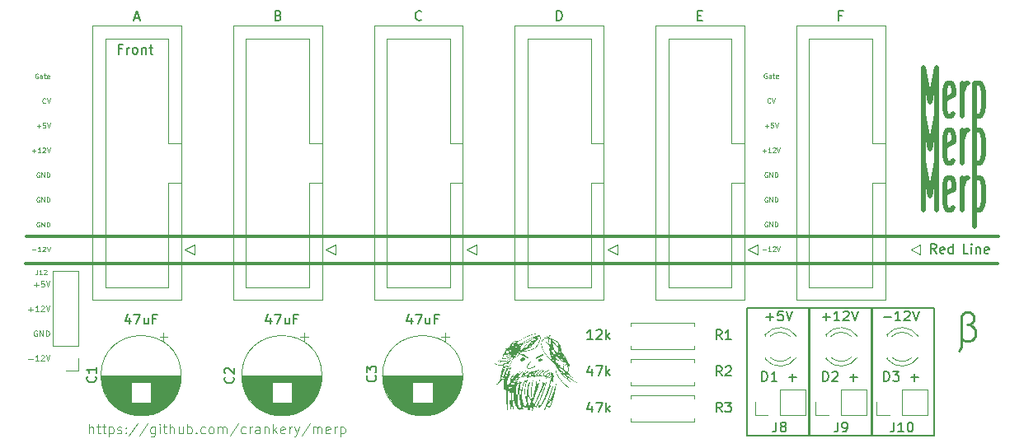
<source format=gbr>
%TF.GenerationSoftware,KiCad,Pcbnew,(7.0.0)*%
%TF.CreationDate,2023-07-04T10:09:35-04:00*%
%TF.ProjectId,merp,6d657270-2e6b-4696-9361-645f70636258,rev?*%
%TF.SameCoordinates,Original*%
%TF.FileFunction,Legend,Top*%
%TF.FilePolarity,Positive*%
%FSLAX46Y46*%
G04 Gerber Fmt 4.6, Leading zero omitted, Abs format (unit mm)*
G04 Created by KiCad (PCBNEW (7.0.0)) date 2023-07-04 10:09:35*
%MOMM*%
%LPD*%
G01*
G04 APERTURE LIST*
%ADD10C,0.300000*%
%ADD11C,0.150000*%
%ADD12C,0.125000*%
%ADD13C,0.500000*%
%ADD14C,0.250000*%
%ADD15C,0.120000*%
G04 APERTURE END LIST*
D10*
X77470000Y-75855000D02*
X177271000Y-75870000D01*
X77430000Y-78615000D02*
X177231000Y-78630000D01*
D11*
X157860000Y-83260000D02*
X164320000Y-83260000D01*
X164320000Y-83260000D02*
X164320000Y-96380000D01*
X164320000Y-96380000D02*
X157860000Y-96380000D01*
X157860000Y-96380000D02*
X157860000Y-83260000D01*
X151455000Y-83260000D02*
X157915000Y-83260000D01*
X157915000Y-83260000D02*
X157915000Y-96380000D01*
X157915000Y-96380000D02*
X151455000Y-96380000D01*
X151455000Y-96380000D02*
X151455000Y-83260000D01*
X164265000Y-83260000D02*
X170725000Y-83260000D01*
X170725000Y-83260000D02*
X170725000Y-96380000D01*
X170725000Y-96380000D02*
X164265000Y-96380000D01*
X164265000Y-96380000D02*
X164265000Y-83260000D01*
D12*
X83928095Y-96117380D02*
X83928095Y-95117380D01*
X84356666Y-96117380D02*
X84356666Y-95593571D01*
X84356666Y-95593571D02*
X84309047Y-95498333D01*
X84309047Y-95498333D02*
X84213809Y-95450714D01*
X84213809Y-95450714D02*
X84070952Y-95450714D01*
X84070952Y-95450714D02*
X83975714Y-95498333D01*
X83975714Y-95498333D02*
X83928095Y-95545952D01*
X84690000Y-95450714D02*
X85070952Y-95450714D01*
X84832857Y-95117380D02*
X84832857Y-95974523D01*
X84832857Y-95974523D02*
X84880476Y-96069761D01*
X84880476Y-96069761D02*
X84975714Y-96117380D01*
X84975714Y-96117380D02*
X85070952Y-96117380D01*
X85261429Y-95450714D02*
X85642381Y-95450714D01*
X85404286Y-95117380D02*
X85404286Y-95974523D01*
X85404286Y-95974523D02*
X85451905Y-96069761D01*
X85451905Y-96069761D02*
X85547143Y-96117380D01*
X85547143Y-96117380D02*
X85642381Y-96117380D01*
X85975715Y-95450714D02*
X85975715Y-96450714D01*
X85975715Y-95498333D02*
X86070953Y-95450714D01*
X86070953Y-95450714D02*
X86261429Y-95450714D01*
X86261429Y-95450714D02*
X86356667Y-95498333D01*
X86356667Y-95498333D02*
X86404286Y-95545952D01*
X86404286Y-95545952D02*
X86451905Y-95641190D01*
X86451905Y-95641190D02*
X86451905Y-95926904D01*
X86451905Y-95926904D02*
X86404286Y-96022142D01*
X86404286Y-96022142D02*
X86356667Y-96069761D01*
X86356667Y-96069761D02*
X86261429Y-96117380D01*
X86261429Y-96117380D02*
X86070953Y-96117380D01*
X86070953Y-96117380D02*
X85975715Y-96069761D01*
X86832858Y-96069761D02*
X86928096Y-96117380D01*
X86928096Y-96117380D02*
X87118572Y-96117380D01*
X87118572Y-96117380D02*
X87213810Y-96069761D01*
X87213810Y-96069761D02*
X87261429Y-95974523D01*
X87261429Y-95974523D02*
X87261429Y-95926904D01*
X87261429Y-95926904D02*
X87213810Y-95831666D01*
X87213810Y-95831666D02*
X87118572Y-95784047D01*
X87118572Y-95784047D02*
X86975715Y-95784047D01*
X86975715Y-95784047D02*
X86880477Y-95736428D01*
X86880477Y-95736428D02*
X86832858Y-95641190D01*
X86832858Y-95641190D02*
X86832858Y-95593571D01*
X86832858Y-95593571D02*
X86880477Y-95498333D01*
X86880477Y-95498333D02*
X86975715Y-95450714D01*
X86975715Y-95450714D02*
X87118572Y-95450714D01*
X87118572Y-95450714D02*
X87213810Y-95498333D01*
X87690001Y-96022142D02*
X87737620Y-96069761D01*
X87737620Y-96069761D02*
X87690001Y-96117380D01*
X87690001Y-96117380D02*
X87642382Y-96069761D01*
X87642382Y-96069761D02*
X87690001Y-96022142D01*
X87690001Y-96022142D02*
X87690001Y-96117380D01*
X87690001Y-95498333D02*
X87737620Y-95545952D01*
X87737620Y-95545952D02*
X87690001Y-95593571D01*
X87690001Y-95593571D02*
X87642382Y-95545952D01*
X87642382Y-95545952D02*
X87690001Y-95498333D01*
X87690001Y-95498333D02*
X87690001Y-95593571D01*
X88880476Y-95069761D02*
X88023334Y-96355476D01*
X89928095Y-95069761D02*
X89070953Y-96355476D01*
X90690000Y-95450714D02*
X90690000Y-96260238D01*
X90690000Y-96260238D02*
X90642381Y-96355476D01*
X90642381Y-96355476D02*
X90594762Y-96403095D01*
X90594762Y-96403095D02*
X90499524Y-96450714D01*
X90499524Y-96450714D02*
X90356667Y-96450714D01*
X90356667Y-96450714D02*
X90261429Y-96403095D01*
X90690000Y-96069761D02*
X90594762Y-96117380D01*
X90594762Y-96117380D02*
X90404286Y-96117380D01*
X90404286Y-96117380D02*
X90309048Y-96069761D01*
X90309048Y-96069761D02*
X90261429Y-96022142D01*
X90261429Y-96022142D02*
X90213810Y-95926904D01*
X90213810Y-95926904D02*
X90213810Y-95641190D01*
X90213810Y-95641190D02*
X90261429Y-95545952D01*
X90261429Y-95545952D02*
X90309048Y-95498333D01*
X90309048Y-95498333D02*
X90404286Y-95450714D01*
X90404286Y-95450714D02*
X90594762Y-95450714D01*
X90594762Y-95450714D02*
X90690000Y-95498333D01*
X91166191Y-96117380D02*
X91166191Y-95450714D01*
X91166191Y-95117380D02*
X91118572Y-95165000D01*
X91118572Y-95165000D02*
X91166191Y-95212619D01*
X91166191Y-95212619D02*
X91213810Y-95165000D01*
X91213810Y-95165000D02*
X91166191Y-95117380D01*
X91166191Y-95117380D02*
X91166191Y-95212619D01*
X91499524Y-95450714D02*
X91880476Y-95450714D01*
X91642381Y-95117380D02*
X91642381Y-95974523D01*
X91642381Y-95974523D02*
X91690000Y-96069761D01*
X91690000Y-96069761D02*
X91785238Y-96117380D01*
X91785238Y-96117380D02*
X91880476Y-96117380D01*
X92213810Y-96117380D02*
X92213810Y-95117380D01*
X92642381Y-96117380D02*
X92642381Y-95593571D01*
X92642381Y-95593571D02*
X92594762Y-95498333D01*
X92594762Y-95498333D02*
X92499524Y-95450714D01*
X92499524Y-95450714D02*
X92356667Y-95450714D01*
X92356667Y-95450714D02*
X92261429Y-95498333D01*
X92261429Y-95498333D02*
X92213810Y-95545952D01*
X93547143Y-95450714D02*
X93547143Y-96117380D01*
X93118572Y-95450714D02*
X93118572Y-95974523D01*
X93118572Y-95974523D02*
X93166191Y-96069761D01*
X93166191Y-96069761D02*
X93261429Y-96117380D01*
X93261429Y-96117380D02*
X93404286Y-96117380D01*
X93404286Y-96117380D02*
X93499524Y-96069761D01*
X93499524Y-96069761D02*
X93547143Y-96022142D01*
X94023334Y-96117380D02*
X94023334Y-95117380D01*
X94023334Y-95498333D02*
X94118572Y-95450714D01*
X94118572Y-95450714D02*
X94309048Y-95450714D01*
X94309048Y-95450714D02*
X94404286Y-95498333D01*
X94404286Y-95498333D02*
X94451905Y-95545952D01*
X94451905Y-95545952D02*
X94499524Y-95641190D01*
X94499524Y-95641190D02*
X94499524Y-95926904D01*
X94499524Y-95926904D02*
X94451905Y-96022142D01*
X94451905Y-96022142D02*
X94404286Y-96069761D01*
X94404286Y-96069761D02*
X94309048Y-96117380D01*
X94309048Y-96117380D02*
X94118572Y-96117380D01*
X94118572Y-96117380D02*
X94023334Y-96069761D01*
X94928096Y-96022142D02*
X94975715Y-96069761D01*
X94975715Y-96069761D02*
X94928096Y-96117380D01*
X94928096Y-96117380D02*
X94880477Y-96069761D01*
X94880477Y-96069761D02*
X94928096Y-96022142D01*
X94928096Y-96022142D02*
X94928096Y-96117380D01*
X95832857Y-96069761D02*
X95737619Y-96117380D01*
X95737619Y-96117380D02*
X95547143Y-96117380D01*
X95547143Y-96117380D02*
X95451905Y-96069761D01*
X95451905Y-96069761D02*
X95404286Y-96022142D01*
X95404286Y-96022142D02*
X95356667Y-95926904D01*
X95356667Y-95926904D02*
X95356667Y-95641190D01*
X95356667Y-95641190D02*
X95404286Y-95545952D01*
X95404286Y-95545952D02*
X95451905Y-95498333D01*
X95451905Y-95498333D02*
X95547143Y-95450714D01*
X95547143Y-95450714D02*
X95737619Y-95450714D01*
X95737619Y-95450714D02*
X95832857Y-95498333D01*
X96404286Y-96117380D02*
X96309048Y-96069761D01*
X96309048Y-96069761D02*
X96261429Y-96022142D01*
X96261429Y-96022142D02*
X96213810Y-95926904D01*
X96213810Y-95926904D02*
X96213810Y-95641190D01*
X96213810Y-95641190D02*
X96261429Y-95545952D01*
X96261429Y-95545952D02*
X96309048Y-95498333D01*
X96309048Y-95498333D02*
X96404286Y-95450714D01*
X96404286Y-95450714D02*
X96547143Y-95450714D01*
X96547143Y-95450714D02*
X96642381Y-95498333D01*
X96642381Y-95498333D02*
X96690000Y-95545952D01*
X96690000Y-95545952D02*
X96737619Y-95641190D01*
X96737619Y-95641190D02*
X96737619Y-95926904D01*
X96737619Y-95926904D02*
X96690000Y-96022142D01*
X96690000Y-96022142D02*
X96642381Y-96069761D01*
X96642381Y-96069761D02*
X96547143Y-96117380D01*
X96547143Y-96117380D02*
X96404286Y-96117380D01*
X97166191Y-96117380D02*
X97166191Y-95450714D01*
X97166191Y-95545952D02*
X97213810Y-95498333D01*
X97213810Y-95498333D02*
X97309048Y-95450714D01*
X97309048Y-95450714D02*
X97451905Y-95450714D01*
X97451905Y-95450714D02*
X97547143Y-95498333D01*
X97547143Y-95498333D02*
X97594762Y-95593571D01*
X97594762Y-95593571D02*
X97594762Y-96117380D01*
X97594762Y-95593571D02*
X97642381Y-95498333D01*
X97642381Y-95498333D02*
X97737619Y-95450714D01*
X97737619Y-95450714D02*
X97880476Y-95450714D01*
X97880476Y-95450714D02*
X97975715Y-95498333D01*
X97975715Y-95498333D02*
X98023334Y-95593571D01*
X98023334Y-95593571D02*
X98023334Y-96117380D01*
X99213809Y-95069761D02*
X98356667Y-96355476D01*
X99975714Y-96069761D02*
X99880476Y-96117380D01*
X99880476Y-96117380D02*
X99690000Y-96117380D01*
X99690000Y-96117380D02*
X99594762Y-96069761D01*
X99594762Y-96069761D02*
X99547143Y-96022142D01*
X99547143Y-96022142D02*
X99499524Y-95926904D01*
X99499524Y-95926904D02*
X99499524Y-95641190D01*
X99499524Y-95641190D02*
X99547143Y-95545952D01*
X99547143Y-95545952D02*
X99594762Y-95498333D01*
X99594762Y-95498333D02*
X99690000Y-95450714D01*
X99690000Y-95450714D02*
X99880476Y-95450714D01*
X99880476Y-95450714D02*
X99975714Y-95498333D01*
X100404286Y-96117380D02*
X100404286Y-95450714D01*
X100404286Y-95641190D02*
X100451905Y-95545952D01*
X100451905Y-95545952D02*
X100499524Y-95498333D01*
X100499524Y-95498333D02*
X100594762Y-95450714D01*
X100594762Y-95450714D02*
X100690000Y-95450714D01*
X101451905Y-96117380D02*
X101451905Y-95593571D01*
X101451905Y-95593571D02*
X101404286Y-95498333D01*
X101404286Y-95498333D02*
X101309048Y-95450714D01*
X101309048Y-95450714D02*
X101118572Y-95450714D01*
X101118572Y-95450714D02*
X101023334Y-95498333D01*
X101451905Y-96069761D02*
X101356667Y-96117380D01*
X101356667Y-96117380D02*
X101118572Y-96117380D01*
X101118572Y-96117380D02*
X101023334Y-96069761D01*
X101023334Y-96069761D02*
X100975715Y-95974523D01*
X100975715Y-95974523D02*
X100975715Y-95879285D01*
X100975715Y-95879285D02*
X101023334Y-95784047D01*
X101023334Y-95784047D02*
X101118572Y-95736428D01*
X101118572Y-95736428D02*
X101356667Y-95736428D01*
X101356667Y-95736428D02*
X101451905Y-95688809D01*
X101928096Y-95450714D02*
X101928096Y-96117380D01*
X101928096Y-95545952D02*
X101975715Y-95498333D01*
X101975715Y-95498333D02*
X102070953Y-95450714D01*
X102070953Y-95450714D02*
X102213810Y-95450714D01*
X102213810Y-95450714D02*
X102309048Y-95498333D01*
X102309048Y-95498333D02*
X102356667Y-95593571D01*
X102356667Y-95593571D02*
X102356667Y-96117380D01*
X102832858Y-96117380D02*
X102832858Y-95117380D01*
X102928096Y-95736428D02*
X103213810Y-96117380D01*
X103213810Y-95450714D02*
X102832858Y-95831666D01*
X104023334Y-96069761D02*
X103928096Y-96117380D01*
X103928096Y-96117380D02*
X103737620Y-96117380D01*
X103737620Y-96117380D02*
X103642382Y-96069761D01*
X103642382Y-96069761D02*
X103594763Y-95974523D01*
X103594763Y-95974523D02*
X103594763Y-95593571D01*
X103594763Y-95593571D02*
X103642382Y-95498333D01*
X103642382Y-95498333D02*
X103737620Y-95450714D01*
X103737620Y-95450714D02*
X103928096Y-95450714D01*
X103928096Y-95450714D02*
X104023334Y-95498333D01*
X104023334Y-95498333D02*
X104070953Y-95593571D01*
X104070953Y-95593571D02*
X104070953Y-95688809D01*
X104070953Y-95688809D02*
X103594763Y-95784047D01*
X104499525Y-96117380D02*
X104499525Y-95450714D01*
X104499525Y-95641190D02*
X104547144Y-95545952D01*
X104547144Y-95545952D02*
X104594763Y-95498333D01*
X104594763Y-95498333D02*
X104690001Y-95450714D01*
X104690001Y-95450714D02*
X104785239Y-95450714D01*
X105023335Y-95450714D02*
X105261430Y-96117380D01*
X105499525Y-95450714D02*
X105261430Y-96117380D01*
X105261430Y-96117380D02*
X105166192Y-96355476D01*
X105166192Y-96355476D02*
X105118573Y-96403095D01*
X105118573Y-96403095D02*
X105023335Y-96450714D01*
X106594763Y-95069761D02*
X105737621Y-96355476D01*
X106928097Y-96117380D02*
X106928097Y-95450714D01*
X106928097Y-95545952D02*
X106975716Y-95498333D01*
X106975716Y-95498333D02*
X107070954Y-95450714D01*
X107070954Y-95450714D02*
X107213811Y-95450714D01*
X107213811Y-95450714D02*
X107309049Y-95498333D01*
X107309049Y-95498333D02*
X107356668Y-95593571D01*
X107356668Y-95593571D02*
X107356668Y-96117380D01*
X107356668Y-95593571D02*
X107404287Y-95498333D01*
X107404287Y-95498333D02*
X107499525Y-95450714D01*
X107499525Y-95450714D02*
X107642382Y-95450714D01*
X107642382Y-95450714D02*
X107737621Y-95498333D01*
X107737621Y-95498333D02*
X107785240Y-95593571D01*
X107785240Y-95593571D02*
X107785240Y-96117380D01*
X108642382Y-96069761D02*
X108547144Y-96117380D01*
X108547144Y-96117380D02*
X108356668Y-96117380D01*
X108356668Y-96117380D02*
X108261430Y-96069761D01*
X108261430Y-96069761D02*
X108213811Y-95974523D01*
X108213811Y-95974523D02*
X108213811Y-95593571D01*
X108213811Y-95593571D02*
X108261430Y-95498333D01*
X108261430Y-95498333D02*
X108356668Y-95450714D01*
X108356668Y-95450714D02*
X108547144Y-95450714D01*
X108547144Y-95450714D02*
X108642382Y-95498333D01*
X108642382Y-95498333D02*
X108690001Y-95593571D01*
X108690001Y-95593571D02*
X108690001Y-95688809D01*
X108690001Y-95688809D02*
X108213811Y-95784047D01*
X109118573Y-96117380D02*
X109118573Y-95450714D01*
X109118573Y-95641190D02*
X109166192Y-95545952D01*
X109166192Y-95545952D02*
X109213811Y-95498333D01*
X109213811Y-95498333D02*
X109309049Y-95450714D01*
X109309049Y-95450714D02*
X109404287Y-95450714D01*
X109737621Y-95450714D02*
X109737621Y-96450714D01*
X109737621Y-95498333D02*
X109832859Y-95450714D01*
X109832859Y-95450714D02*
X110023335Y-95450714D01*
X110023335Y-95450714D02*
X110118573Y-95498333D01*
X110118573Y-95498333D02*
X110166192Y-95545952D01*
X110166192Y-95545952D02*
X110213811Y-95641190D01*
X110213811Y-95641190D02*
X110213811Y-95926904D01*
X110213811Y-95926904D02*
X110166192Y-96022142D01*
X110166192Y-96022142D02*
X110118573Y-96069761D01*
X110118573Y-96069761D02*
X110023335Y-96117380D01*
X110023335Y-96117380D02*
X109832859Y-96117380D01*
X109832859Y-96117380D02*
X109737621Y-96069761D01*
D13*
X169622381Y-63456904D02*
X169622381Y-58456904D01*
X169622381Y-58456904D02*
X170289048Y-62028333D01*
X170289048Y-62028333D02*
X170955714Y-58456904D01*
X170955714Y-58456904D02*
X170955714Y-63456904D01*
X172670000Y-63218809D02*
X172479524Y-63456904D01*
X172479524Y-63456904D02*
X172098571Y-63456904D01*
X172098571Y-63456904D02*
X171908095Y-63218809D01*
X171908095Y-63218809D02*
X171812857Y-62742619D01*
X171812857Y-62742619D02*
X171812857Y-60837857D01*
X171812857Y-60837857D02*
X171908095Y-60361666D01*
X171908095Y-60361666D02*
X172098571Y-60123571D01*
X172098571Y-60123571D02*
X172479524Y-60123571D01*
X172479524Y-60123571D02*
X172670000Y-60361666D01*
X172670000Y-60361666D02*
X172765238Y-60837857D01*
X172765238Y-60837857D02*
X172765238Y-61314047D01*
X172765238Y-61314047D02*
X171812857Y-61790238D01*
X173622381Y-63456904D02*
X173622381Y-60123571D01*
X173622381Y-61075952D02*
X173717619Y-60599761D01*
X173717619Y-60599761D02*
X173812857Y-60361666D01*
X173812857Y-60361666D02*
X174003333Y-60123571D01*
X174003333Y-60123571D02*
X174193810Y-60123571D01*
X174860476Y-60123571D02*
X174860476Y-65123571D01*
X174860476Y-60361666D02*
X175050952Y-60123571D01*
X175050952Y-60123571D02*
X175431905Y-60123571D01*
X175431905Y-60123571D02*
X175622381Y-60361666D01*
X175622381Y-60361666D02*
X175717619Y-60599761D01*
X175717619Y-60599761D02*
X175812857Y-61075952D01*
X175812857Y-61075952D02*
X175812857Y-62504523D01*
X175812857Y-62504523D02*
X175717619Y-62980714D01*
X175717619Y-62980714D02*
X175622381Y-63218809D01*
X175622381Y-63218809D02*
X175431905Y-63456904D01*
X175431905Y-63456904D02*
X175050952Y-63456904D01*
X175050952Y-63456904D02*
X174860476Y-63218809D01*
D11*
X87288856Y-56583571D02*
X86955523Y-56583571D01*
X86955523Y-57107380D02*
X86955523Y-56107380D01*
X86955523Y-56107380D02*
X87431713Y-56107380D01*
X87812666Y-57107380D02*
X87812666Y-56440714D01*
X87812666Y-56631190D02*
X87860285Y-56535952D01*
X87860285Y-56535952D02*
X87907904Y-56488333D01*
X87907904Y-56488333D02*
X88003142Y-56440714D01*
X88003142Y-56440714D02*
X88098380Y-56440714D01*
X88574571Y-57107380D02*
X88479333Y-57059761D01*
X88479333Y-57059761D02*
X88431714Y-57012142D01*
X88431714Y-57012142D02*
X88384095Y-56916904D01*
X88384095Y-56916904D02*
X88384095Y-56631190D01*
X88384095Y-56631190D02*
X88431714Y-56535952D01*
X88431714Y-56535952D02*
X88479333Y-56488333D01*
X88479333Y-56488333D02*
X88574571Y-56440714D01*
X88574571Y-56440714D02*
X88717428Y-56440714D01*
X88717428Y-56440714D02*
X88812666Y-56488333D01*
X88812666Y-56488333D02*
X88860285Y-56535952D01*
X88860285Y-56535952D02*
X88907904Y-56631190D01*
X88907904Y-56631190D02*
X88907904Y-56916904D01*
X88907904Y-56916904D02*
X88860285Y-57012142D01*
X88860285Y-57012142D02*
X88812666Y-57059761D01*
X88812666Y-57059761D02*
X88717428Y-57107380D01*
X88717428Y-57107380D02*
X88574571Y-57107380D01*
X89336476Y-56440714D02*
X89336476Y-57107380D01*
X89336476Y-56535952D02*
X89384095Y-56488333D01*
X89384095Y-56488333D02*
X89479333Y-56440714D01*
X89479333Y-56440714D02*
X89622190Y-56440714D01*
X89622190Y-56440714D02*
X89717428Y-56488333D01*
X89717428Y-56488333D02*
X89765047Y-56583571D01*
X89765047Y-56583571D02*
X89765047Y-57107380D01*
X90098381Y-56440714D02*
X90479333Y-56440714D01*
X90241238Y-56107380D02*
X90241238Y-56964523D01*
X90241238Y-56964523D02*
X90288857Y-57059761D01*
X90288857Y-57059761D02*
X90384095Y-57107380D01*
X90384095Y-57107380D02*
X90479333Y-57107380D01*
D12*
X78072382Y-77223214D02*
X78453335Y-77223214D01*
X78953335Y-77413690D02*
X78667621Y-77413690D01*
X78810478Y-77413690D02*
X78810478Y-76913690D01*
X78810478Y-76913690D02*
X78762859Y-76985119D01*
X78762859Y-76985119D02*
X78715240Y-77032738D01*
X78715240Y-77032738D02*
X78667621Y-77056547D01*
X79143811Y-76961309D02*
X79167620Y-76937500D01*
X79167620Y-76937500D02*
X79215239Y-76913690D01*
X79215239Y-76913690D02*
X79334287Y-76913690D01*
X79334287Y-76913690D02*
X79381906Y-76937500D01*
X79381906Y-76937500D02*
X79405715Y-76961309D01*
X79405715Y-76961309D02*
X79429525Y-77008928D01*
X79429525Y-77008928D02*
X79429525Y-77056547D01*
X79429525Y-77056547D02*
X79405715Y-77127976D01*
X79405715Y-77127976D02*
X79120001Y-77413690D01*
X79120001Y-77413690D02*
X79429525Y-77413690D01*
X79572382Y-76913690D02*
X79739048Y-77413690D01*
X79739048Y-77413690D02*
X79905715Y-76913690D01*
X153497619Y-59117500D02*
X153450000Y-59093690D01*
X153450000Y-59093690D02*
X153378571Y-59093690D01*
X153378571Y-59093690D02*
X153307143Y-59117500D01*
X153307143Y-59117500D02*
X153259524Y-59165119D01*
X153259524Y-59165119D02*
X153235714Y-59212738D01*
X153235714Y-59212738D02*
X153211905Y-59307976D01*
X153211905Y-59307976D02*
X153211905Y-59379404D01*
X153211905Y-59379404D02*
X153235714Y-59474642D01*
X153235714Y-59474642D02*
X153259524Y-59522261D01*
X153259524Y-59522261D02*
X153307143Y-59569880D01*
X153307143Y-59569880D02*
X153378571Y-59593690D01*
X153378571Y-59593690D02*
X153426190Y-59593690D01*
X153426190Y-59593690D02*
X153497619Y-59569880D01*
X153497619Y-59569880D02*
X153521428Y-59546071D01*
X153521428Y-59546071D02*
X153521428Y-59379404D01*
X153521428Y-59379404D02*
X153426190Y-59379404D01*
X153950000Y-59593690D02*
X153950000Y-59331785D01*
X153950000Y-59331785D02*
X153926190Y-59284166D01*
X153926190Y-59284166D02*
X153878571Y-59260357D01*
X153878571Y-59260357D02*
X153783333Y-59260357D01*
X153783333Y-59260357D02*
X153735714Y-59284166D01*
X153950000Y-59569880D02*
X153902381Y-59593690D01*
X153902381Y-59593690D02*
X153783333Y-59593690D01*
X153783333Y-59593690D02*
X153735714Y-59569880D01*
X153735714Y-59569880D02*
X153711905Y-59522261D01*
X153711905Y-59522261D02*
X153711905Y-59474642D01*
X153711905Y-59474642D02*
X153735714Y-59427023D01*
X153735714Y-59427023D02*
X153783333Y-59403214D01*
X153783333Y-59403214D02*
X153902381Y-59403214D01*
X153902381Y-59403214D02*
X153950000Y-59379404D01*
X154116667Y-59260357D02*
X154307143Y-59260357D01*
X154188095Y-59093690D02*
X154188095Y-59522261D01*
X154188095Y-59522261D02*
X154211905Y-59569880D01*
X154211905Y-59569880D02*
X154259524Y-59593690D01*
X154259524Y-59593690D02*
X154307143Y-59593690D01*
X154664285Y-59569880D02*
X154616666Y-59593690D01*
X154616666Y-59593690D02*
X154521428Y-59593690D01*
X154521428Y-59593690D02*
X154473809Y-59569880D01*
X154473809Y-59569880D02*
X154450000Y-59522261D01*
X154450000Y-59522261D02*
X154450000Y-59331785D01*
X154450000Y-59331785D02*
X154473809Y-59284166D01*
X154473809Y-59284166D02*
X154521428Y-59260357D01*
X154521428Y-59260357D02*
X154616666Y-59260357D01*
X154616666Y-59260357D02*
X154664285Y-59284166D01*
X154664285Y-59284166D02*
X154688095Y-59331785D01*
X154688095Y-59331785D02*
X154688095Y-59379404D01*
X154688095Y-59379404D02*
X154450000Y-59427023D01*
D13*
X169622381Y-68296904D02*
X169622381Y-63296904D01*
X169622381Y-63296904D02*
X170289048Y-66868333D01*
X170289048Y-66868333D02*
X170955714Y-63296904D01*
X170955714Y-63296904D02*
X170955714Y-68296904D01*
X172670000Y-68058809D02*
X172479524Y-68296904D01*
X172479524Y-68296904D02*
X172098571Y-68296904D01*
X172098571Y-68296904D02*
X171908095Y-68058809D01*
X171908095Y-68058809D02*
X171812857Y-67582619D01*
X171812857Y-67582619D02*
X171812857Y-65677857D01*
X171812857Y-65677857D02*
X171908095Y-65201666D01*
X171908095Y-65201666D02*
X172098571Y-64963571D01*
X172098571Y-64963571D02*
X172479524Y-64963571D01*
X172479524Y-64963571D02*
X172670000Y-65201666D01*
X172670000Y-65201666D02*
X172765238Y-65677857D01*
X172765238Y-65677857D02*
X172765238Y-66154047D01*
X172765238Y-66154047D02*
X171812857Y-66630238D01*
X173622381Y-68296904D02*
X173622381Y-64963571D01*
X173622381Y-65915952D02*
X173717619Y-65439761D01*
X173717619Y-65439761D02*
X173812857Y-65201666D01*
X173812857Y-65201666D02*
X174003333Y-64963571D01*
X174003333Y-64963571D02*
X174193810Y-64963571D01*
X174860476Y-64963571D02*
X174860476Y-69963571D01*
X174860476Y-65201666D02*
X175050952Y-64963571D01*
X175050952Y-64963571D02*
X175431905Y-64963571D01*
X175431905Y-64963571D02*
X175622381Y-65201666D01*
X175622381Y-65201666D02*
X175717619Y-65439761D01*
X175717619Y-65439761D02*
X175812857Y-65915952D01*
X175812857Y-65915952D02*
X175812857Y-67344523D01*
X175812857Y-67344523D02*
X175717619Y-67820714D01*
X175717619Y-67820714D02*
X175622381Y-68058809D01*
X175622381Y-68058809D02*
X175431905Y-68296904D01*
X175431905Y-68296904D02*
X175050952Y-68296904D01*
X175050952Y-68296904D02*
X174860476Y-68058809D01*
D12*
X153569047Y-71831785D02*
X153521428Y-71807975D01*
X153521428Y-71807975D02*
X153449999Y-71807975D01*
X153449999Y-71807975D02*
X153378571Y-71831785D01*
X153378571Y-71831785D02*
X153330952Y-71879404D01*
X153330952Y-71879404D02*
X153307142Y-71927023D01*
X153307142Y-71927023D02*
X153283333Y-72022261D01*
X153283333Y-72022261D02*
X153283333Y-72093689D01*
X153283333Y-72093689D02*
X153307142Y-72188927D01*
X153307142Y-72188927D02*
X153330952Y-72236546D01*
X153330952Y-72236546D02*
X153378571Y-72284165D01*
X153378571Y-72284165D02*
X153449999Y-72307975D01*
X153449999Y-72307975D02*
X153497618Y-72307975D01*
X153497618Y-72307975D02*
X153569047Y-72284165D01*
X153569047Y-72284165D02*
X153592856Y-72260356D01*
X153592856Y-72260356D02*
X153592856Y-72093689D01*
X153592856Y-72093689D02*
X153497618Y-72093689D01*
X153807142Y-72307975D02*
X153807142Y-71807975D01*
X153807142Y-71807975D02*
X154092856Y-72307975D01*
X154092856Y-72307975D02*
X154092856Y-71807975D01*
X154330952Y-72307975D02*
X154330952Y-71807975D01*
X154330952Y-71807975D02*
X154450000Y-71807975D01*
X154450000Y-71807975D02*
X154521428Y-71831785D01*
X154521428Y-71831785D02*
X154569047Y-71879404D01*
X154569047Y-71879404D02*
X154592857Y-71927023D01*
X154592857Y-71927023D02*
X154616666Y-72022261D01*
X154616666Y-72022261D02*
X154616666Y-72093689D01*
X154616666Y-72093689D02*
X154592857Y-72188927D01*
X154592857Y-72188927D02*
X154569047Y-72236546D01*
X154569047Y-72236546D02*
X154521428Y-72284165D01*
X154521428Y-72284165D02*
X154450000Y-72307975D01*
X154450000Y-72307975D02*
X154330952Y-72307975D01*
D11*
X162039048Y-90356428D02*
X162800953Y-90356428D01*
X162420000Y-90737380D02*
X162420000Y-89975476D01*
D14*
X174354285Y-84925357D02*
X174639999Y-85068214D01*
X174639999Y-85068214D02*
X174782857Y-85211071D01*
X174782857Y-85211071D02*
X174925714Y-85496785D01*
X174925714Y-85496785D02*
X174925714Y-86068214D01*
X174925714Y-86068214D02*
X174782857Y-86353928D01*
X174782857Y-86353928D02*
X174639999Y-86496785D01*
X174639999Y-86496785D02*
X174354285Y-86639642D01*
X174354285Y-86639642D02*
X173925714Y-86639642D01*
X173925714Y-86639642D02*
X173639999Y-86496785D01*
X173639999Y-86496785D02*
X173497142Y-86353928D01*
X173211428Y-87639642D02*
X173354285Y-87496785D01*
X173354285Y-87496785D02*
X173497142Y-87211071D01*
X173497142Y-87211071D02*
X173497142Y-84068214D01*
X173497142Y-84068214D02*
X173639999Y-83782500D01*
X173639999Y-83782500D02*
X173925714Y-83639642D01*
X173925714Y-83639642D02*
X174354285Y-83639642D01*
X174354285Y-83639642D02*
X174639999Y-83782500D01*
X174639999Y-83782500D02*
X174782857Y-84068214D01*
X174782857Y-84068214D02*
X174782857Y-84496785D01*
X174782857Y-84496785D02*
X174639999Y-84782500D01*
X174639999Y-84782500D02*
X174354285Y-84925357D01*
X174354285Y-84925357D02*
X174068571Y-84925357D01*
D12*
X153569047Y-69288928D02*
X153521428Y-69265118D01*
X153521428Y-69265118D02*
X153449999Y-69265118D01*
X153449999Y-69265118D02*
X153378571Y-69288928D01*
X153378571Y-69288928D02*
X153330952Y-69336547D01*
X153330952Y-69336547D02*
X153307142Y-69384166D01*
X153307142Y-69384166D02*
X153283333Y-69479404D01*
X153283333Y-69479404D02*
X153283333Y-69550832D01*
X153283333Y-69550832D02*
X153307142Y-69646070D01*
X153307142Y-69646070D02*
X153330952Y-69693689D01*
X153330952Y-69693689D02*
X153378571Y-69741308D01*
X153378571Y-69741308D02*
X153449999Y-69765118D01*
X153449999Y-69765118D02*
X153497618Y-69765118D01*
X153497618Y-69765118D02*
X153569047Y-69741308D01*
X153569047Y-69741308D02*
X153592856Y-69717499D01*
X153592856Y-69717499D02*
X153592856Y-69550832D01*
X153592856Y-69550832D02*
X153497618Y-69550832D01*
X153807142Y-69765118D02*
X153807142Y-69265118D01*
X153807142Y-69265118D02*
X154092856Y-69765118D01*
X154092856Y-69765118D02*
X154092856Y-69265118D01*
X154330952Y-69765118D02*
X154330952Y-69265118D01*
X154330952Y-69265118D02*
X154450000Y-69265118D01*
X154450000Y-69265118D02*
X154521428Y-69288928D01*
X154521428Y-69288928D02*
X154569047Y-69336547D01*
X154569047Y-69336547D02*
X154592857Y-69384166D01*
X154592857Y-69384166D02*
X154616666Y-69479404D01*
X154616666Y-69479404D02*
X154616666Y-69550832D01*
X154616666Y-69550832D02*
X154592857Y-69646070D01*
X154592857Y-69646070D02*
X154569047Y-69693689D01*
X154569047Y-69693689D02*
X154521428Y-69741308D01*
X154521428Y-69741308D02*
X154450000Y-69765118D01*
X154450000Y-69765118D02*
X154330952Y-69765118D01*
D13*
X169622381Y-73136904D02*
X169622381Y-68136904D01*
X169622381Y-68136904D02*
X170289048Y-71708333D01*
X170289048Y-71708333D02*
X170955714Y-68136904D01*
X170955714Y-68136904D02*
X170955714Y-73136904D01*
X172670000Y-72898809D02*
X172479524Y-73136904D01*
X172479524Y-73136904D02*
X172098571Y-73136904D01*
X172098571Y-73136904D02*
X171908095Y-72898809D01*
X171908095Y-72898809D02*
X171812857Y-72422619D01*
X171812857Y-72422619D02*
X171812857Y-70517857D01*
X171812857Y-70517857D02*
X171908095Y-70041666D01*
X171908095Y-70041666D02*
X172098571Y-69803571D01*
X172098571Y-69803571D02*
X172479524Y-69803571D01*
X172479524Y-69803571D02*
X172670000Y-70041666D01*
X172670000Y-70041666D02*
X172765238Y-70517857D01*
X172765238Y-70517857D02*
X172765238Y-70994047D01*
X172765238Y-70994047D02*
X171812857Y-71470238D01*
X173622381Y-73136904D02*
X173622381Y-69803571D01*
X173622381Y-70755952D02*
X173717619Y-70279761D01*
X173717619Y-70279761D02*
X173812857Y-70041666D01*
X173812857Y-70041666D02*
X174003333Y-69803571D01*
X174003333Y-69803571D02*
X174193810Y-69803571D01*
X174860476Y-69803571D02*
X174860476Y-74803571D01*
X174860476Y-70041666D02*
X175050952Y-69803571D01*
X175050952Y-69803571D02*
X175431905Y-69803571D01*
X175431905Y-69803571D02*
X175622381Y-70041666D01*
X175622381Y-70041666D02*
X175717619Y-70279761D01*
X175717619Y-70279761D02*
X175812857Y-70755952D01*
X175812857Y-70755952D02*
X175812857Y-72184523D01*
X175812857Y-72184523D02*
X175717619Y-72660714D01*
X175717619Y-72660714D02*
X175622381Y-72898809D01*
X175622381Y-72898809D02*
X175431905Y-73136904D01*
X175431905Y-73136904D02*
X175050952Y-73136904D01*
X175050952Y-73136904D02*
X174860476Y-72898809D01*
D12*
X78581905Y-85559000D02*
X78524763Y-85530428D01*
X78524763Y-85530428D02*
X78439048Y-85530428D01*
X78439048Y-85530428D02*
X78353334Y-85559000D01*
X78353334Y-85559000D02*
X78296191Y-85616142D01*
X78296191Y-85616142D02*
X78267620Y-85673285D01*
X78267620Y-85673285D02*
X78239048Y-85787571D01*
X78239048Y-85787571D02*
X78239048Y-85873285D01*
X78239048Y-85873285D02*
X78267620Y-85987571D01*
X78267620Y-85987571D02*
X78296191Y-86044714D01*
X78296191Y-86044714D02*
X78353334Y-86101857D01*
X78353334Y-86101857D02*
X78439048Y-86130428D01*
X78439048Y-86130428D02*
X78496191Y-86130428D01*
X78496191Y-86130428D02*
X78581905Y-86101857D01*
X78581905Y-86101857D02*
X78610477Y-86073285D01*
X78610477Y-86073285D02*
X78610477Y-85873285D01*
X78610477Y-85873285D02*
X78496191Y-85873285D01*
X78867620Y-86130428D02*
X78867620Y-85530428D01*
X78867620Y-85530428D02*
X79210477Y-86130428D01*
X79210477Y-86130428D02*
X79210477Y-85530428D01*
X79496191Y-86130428D02*
X79496191Y-85530428D01*
X79496191Y-85530428D02*
X79639048Y-85530428D01*
X79639048Y-85530428D02*
X79724762Y-85559000D01*
X79724762Y-85559000D02*
X79781905Y-85616142D01*
X79781905Y-85616142D02*
X79810476Y-85673285D01*
X79810476Y-85673285D02*
X79839048Y-85787571D01*
X79839048Y-85787571D02*
X79839048Y-85873285D01*
X79839048Y-85873285D02*
X79810476Y-85987571D01*
X79810476Y-85987571D02*
X79781905Y-86044714D01*
X79781905Y-86044714D02*
X79724762Y-86101857D01*
X79724762Y-86101857D02*
X79639048Y-86130428D01*
X79639048Y-86130428D02*
X79496191Y-86130428D01*
X78548572Y-64508928D02*
X78929525Y-64508928D01*
X78739048Y-64699404D02*
X78739048Y-64318452D01*
X79405715Y-64199404D02*
X79167620Y-64199404D01*
X79167620Y-64199404D02*
X79143811Y-64437499D01*
X79143811Y-64437499D02*
X79167620Y-64413690D01*
X79167620Y-64413690D02*
X79215239Y-64389880D01*
X79215239Y-64389880D02*
X79334287Y-64389880D01*
X79334287Y-64389880D02*
X79381906Y-64413690D01*
X79381906Y-64413690D02*
X79405715Y-64437499D01*
X79405715Y-64437499D02*
X79429525Y-64485118D01*
X79429525Y-64485118D02*
X79429525Y-64604166D01*
X79429525Y-64604166D02*
X79405715Y-64651785D01*
X79405715Y-64651785D02*
X79381906Y-64675594D01*
X79381906Y-64675594D02*
X79334287Y-64699404D01*
X79334287Y-64699404D02*
X79215239Y-64699404D01*
X79215239Y-64699404D02*
X79167620Y-64675594D01*
X79167620Y-64675594D02*
X79143811Y-64651785D01*
X79572382Y-64199404D02*
X79739048Y-64699404D01*
X79739048Y-64699404D02*
X79905715Y-64199404D01*
X78810476Y-69308928D02*
X78762857Y-69285118D01*
X78762857Y-69285118D02*
X78691428Y-69285118D01*
X78691428Y-69285118D02*
X78620000Y-69308928D01*
X78620000Y-69308928D02*
X78572381Y-69356547D01*
X78572381Y-69356547D02*
X78548571Y-69404166D01*
X78548571Y-69404166D02*
X78524762Y-69499404D01*
X78524762Y-69499404D02*
X78524762Y-69570832D01*
X78524762Y-69570832D02*
X78548571Y-69666070D01*
X78548571Y-69666070D02*
X78572381Y-69713689D01*
X78572381Y-69713689D02*
X78620000Y-69761308D01*
X78620000Y-69761308D02*
X78691428Y-69785118D01*
X78691428Y-69785118D02*
X78739047Y-69785118D01*
X78739047Y-69785118D02*
X78810476Y-69761308D01*
X78810476Y-69761308D02*
X78834285Y-69737499D01*
X78834285Y-69737499D02*
X78834285Y-69570832D01*
X78834285Y-69570832D02*
X78739047Y-69570832D01*
X79048571Y-69785118D02*
X79048571Y-69285118D01*
X79048571Y-69285118D02*
X79334285Y-69785118D01*
X79334285Y-69785118D02*
X79334285Y-69285118D01*
X79572381Y-69785118D02*
X79572381Y-69285118D01*
X79572381Y-69285118D02*
X79691429Y-69285118D01*
X79691429Y-69285118D02*
X79762857Y-69308928D01*
X79762857Y-69308928D02*
X79810476Y-69356547D01*
X79810476Y-69356547D02*
X79834286Y-69404166D01*
X79834286Y-69404166D02*
X79858095Y-69499404D01*
X79858095Y-69499404D02*
X79858095Y-69570832D01*
X79858095Y-69570832D02*
X79834286Y-69666070D01*
X79834286Y-69666070D02*
X79810476Y-69713689D01*
X79810476Y-69713689D02*
X79762857Y-69761308D01*
X79762857Y-69761308D02*
X79691429Y-69785118D01*
X79691429Y-69785118D02*
X79572381Y-69785118D01*
X153069048Y-67033214D02*
X153450001Y-67033214D01*
X153259524Y-67223690D02*
X153259524Y-66842738D01*
X153950001Y-67223690D02*
X153664287Y-67223690D01*
X153807144Y-67223690D02*
X153807144Y-66723690D01*
X153807144Y-66723690D02*
X153759525Y-66795119D01*
X153759525Y-66795119D02*
X153711906Y-66842738D01*
X153711906Y-66842738D02*
X153664287Y-66866547D01*
X154140477Y-66771309D02*
X154164286Y-66747500D01*
X154164286Y-66747500D02*
X154211905Y-66723690D01*
X154211905Y-66723690D02*
X154330953Y-66723690D01*
X154330953Y-66723690D02*
X154378572Y-66747500D01*
X154378572Y-66747500D02*
X154402381Y-66771309D01*
X154402381Y-66771309D02*
X154426191Y-66818928D01*
X154426191Y-66818928D02*
X154426191Y-66866547D01*
X154426191Y-66866547D02*
X154402381Y-66937976D01*
X154402381Y-66937976D02*
X154116667Y-67223690D01*
X154116667Y-67223690D02*
X154426191Y-67223690D01*
X154569048Y-66723690D02*
X154735714Y-67223690D01*
X154735714Y-67223690D02*
X154902381Y-66723690D01*
X78810476Y-71851785D02*
X78762857Y-71827975D01*
X78762857Y-71827975D02*
X78691428Y-71827975D01*
X78691428Y-71827975D02*
X78620000Y-71851785D01*
X78620000Y-71851785D02*
X78572381Y-71899404D01*
X78572381Y-71899404D02*
X78548571Y-71947023D01*
X78548571Y-71947023D02*
X78524762Y-72042261D01*
X78524762Y-72042261D02*
X78524762Y-72113689D01*
X78524762Y-72113689D02*
X78548571Y-72208927D01*
X78548571Y-72208927D02*
X78572381Y-72256546D01*
X78572381Y-72256546D02*
X78620000Y-72304165D01*
X78620000Y-72304165D02*
X78691428Y-72327975D01*
X78691428Y-72327975D02*
X78739047Y-72327975D01*
X78739047Y-72327975D02*
X78810476Y-72304165D01*
X78810476Y-72304165D02*
X78834285Y-72280356D01*
X78834285Y-72280356D02*
X78834285Y-72113689D01*
X78834285Y-72113689D02*
X78739047Y-72113689D01*
X79048571Y-72327975D02*
X79048571Y-71827975D01*
X79048571Y-71827975D02*
X79334285Y-72327975D01*
X79334285Y-72327975D02*
X79334285Y-71827975D01*
X79572381Y-72327975D02*
X79572381Y-71827975D01*
X79572381Y-71827975D02*
X79691429Y-71827975D01*
X79691429Y-71827975D02*
X79762857Y-71851785D01*
X79762857Y-71851785D02*
X79810476Y-71899404D01*
X79810476Y-71899404D02*
X79834286Y-71947023D01*
X79834286Y-71947023D02*
X79858095Y-72042261D01*
X79858095Y-72042261D02*
X79858095Y-72113689D01*
X79858095Y-72113689D02*
X79834286Y-72208927D01*
X79834286Y-72208927D02*
X79810476Y-72256546D01*
X79810476Y-72256546D02*
X79762857Y-72304165D01*
X79762857Y-72304165D02*
X79691429Y-72327975D01*
X79691429Y-72327975D02*
X79572381Y-72327975D01*
X153890476Y-62088928D02*
X153866667Y-62112737D01*
X153866667Y-62112737D02*
X153795238Y-62136547D01*
X153795238Y-62136547D02*
X153747619Y-62136547D01*
X153747619Y-62136547D02*
X153676191Y-62112737D01*
X153676191Y-62112737D02*
X153628572Y-62065118D01*
X153628572Y-62065118D02*
X153604762Y-62017499D01*
X153604762Y-62017499D02*
X153580953Y-61922261D01*
X153580953Y-61922261D02*
X153580953Y-61850833D01*
X153580953Y-61850833D02*
X153604762Y-61755595D01*
X153604762Y-61755595D02*
X153628572Y-61707976D01*
X153628572Y-61707976D02*
X153676191Y-61660357D01*
X153676191Y-61660357D02*
X153747619Y-61636547D01*
X153747619Y-61636547D02*
X153795238Y-61636547D01*
X153795238Y-61636547D02*
X153866667Y-61660357D01*
X153866667Y-61660357D02*
X153890476Y-61684166D01*
X154033334Y-61636547D02*
X154200000Y-62136547D01*
X154200000Y-62136547D02*
X154366667Y-61636547D01*
X77696191Y-88441857D02*
X78153334Y-88441857D01*
X78753333Y-88670428D02*
X78410476Y-88670428D01*
X78581905Y-88670428D02*
X78581905Y-88070428D01*
X78581905Y-88070428D02*
X78524762Y-88156142D01*
X78524762Y-88156142D02*
X78467619Y-88213285D01*
X78467619Y-88213285D02*
X78410476Y-88241857D01*
X78981905Y-88127571D02*
X79010477Y-88099000D01*
X79010477Y-88099000D02*
X79067620Y-88070428D01*
X79067620Y-88070428D02*
X79210477Y-88070428D01*
X79210477Y-88070428D02*
X79267620Y-88099000D01*
X79267620Y-88099000D02*
X79296191Y-88127571D01*
X79296191Y-88127571D02*
X79324762Y-88184714D01*
X79324762Y-88184714D02*
X79324762Y-88241857D01*
X79324762Y-88241857D02*
X79296191Y-88327571D01*
X79296191Y-88327571D02*
X78953334Y-88670428D01*
X78953334Y-88670428D02*
X79324762Y-88670428D01*
X79496191Y-88070428D02*
X79696191Y-88670428D01*
X79696191Y-88670428D02*
X79896191Y-88070428D01*
X78667619Y-59137500D02*
X78620000Y-59113690D01*
X78620000Y-59113690D02*
X78548571Y-59113690D01*
X78548571Y-59113690D02*
X78477143Y-59137500D01*
X78477143Y-59137500D02*
X78429524Y-59185119D01*
X78429524Y-59185119D02*
X78405714Y-59232738D01*
X78405714Y-59232738D02*
X78381905Y-59327976D01*
X78381905Y-59327976D02*
X78381905Y-59399404D01*
X78381905Y-59399404D02*
X78405714Y-59494642D01*
X78405714Y-59494642D02*
X78429524Y-59542261D01*
X78429524Y-59542261D02*
X78477143Y-59589880D01*
X78477143Y-59589880D02*
X78548571Y-59613690D01*
X78548571Y-59613690D02*
X78596190Y-59613690D01*
X78596190Y-59613690D02*
X78667619Y-59589880D01*
X78667619Y-59589880D02*
X78691428Y-59566071D01*
X78691428Y-59566071D02*
X78691428Y-59399404D01*
X78691428Y-59399404D02*
X78596190Y-59399404D01*
X79120000Y-59613690D02*
X79120000Y-59351785D01*
X79120000Y-59351785D02*
X79096190Y-59304166D01*
X79096190Y-59304166D02*
X79048571Y-59280357D01*
X79048571Y-59280357D02*
X78953333Y-59280357D01*
X78953333Y-59280357D02*
X78905714Y-59304166D01*
X79120000Y-59589880D02*
X79072381Y-59613690D01*
X79072381Y-59613690D02*
X78953333Y-59613690D01*
X78953333Y-59613690D02*
X78905714Y-59589880D01*
X78905714Y-59589880D02*
X78881905Y-59542261D01*
X78881905Y-59542261D02*
X78881905Y-59494642D01*
X78881905Y-59494642D02*
X78905714Y-59447023D01*
X78905714Y-59447023D02*
X78953333Y-59423214D01*
X78953333Y-59423214D02*
X79072381Y-59423214D01*
X79072381Y-59423214D02*
X79120000Y-59399404D01*
X79286667Y-59280357D02*
X79477143Y-59280357D01*
X79358095Y-59113690D02*
X79358095Y-59542261D01*
X79358095Y-59542261D02*
X79381905Y-59589880D01*
X79381905Y-59589880D02*
X79429524Y-59613690D01*
X79429524Y-59613690D02*
X79477143Y-59613690D01*
X79834285Y-59589880D02*
X79786666Y-59613690D01*
X79786666Y-59613690D02*
X79691428Y-59613690D01*
X79691428Y-59613690D02*
X79643809Y-59589880D01*
X79643809Y-59589880D02*
X79620000Y-59542261D01*
X79620000Y-59542261D02*
X79620000Y-59351785D01*
X79620000Y-59351785D02*
X79643809Y-59304166D01*
X79643809Y-59304166D02*
X79691428Y-59280357D01*
X79691428Y-59280357D02*
X79786666Y-59280357D01*
X79786666Y-59280357D02*
X79834285Y-59304166D01*
X79834285Y-59304166D02*
X79858095Y-59351785D01*
X79858095Y-59351785D02*
X79858095Y-59399404D01*
X79858095Y-59399404D02*
X79620000Y-59447023D01*
X78267619Y-80821857D02*
X78724762Y-80821857D01*
X78496190Y-81050428D02*
X78496190Y-80593285D01*
X79296190Y-80450428D02*
X79010476Y-80450428D01*
X79010476Y-80450428D02*
X78981904Y-80736142D01*
X78981904Y-80736142D02*
X79010476Y-80707571D01*
X79010476Y-80707571D02*
X79067619Y-80679000D01*
X79067619Y-80679000D02*
X79210476Y-80679000D01*
X79210476Y-80679000D02*
X79267619Y-80707571D01*
X79267619Y-80707571D02*
X79296190Y-80736142D01*
X79296190Y-80736142D02*
X79324761Y-80793285D01*
X79324761Y-80793285D02*
X79324761Y-80936142D01*
X79324761Y-80936142D02*
X79296190Y-80993285D01*
X79296190Y-80993285D02*
X79267619Y-81021857D01*
X79267619Y-81021857D02*
X79210476Y-81050428D01*
X79210476Y-81050428D02*
X79067619Y-81050428D01*
X79067619Y-81050428D02*
X79010476Y-81021857D01*
X79010476Y-81021857D02*
X78981904Y-80993285D01*
X79496190Y-80450428D02*
X79696190Y-81050428D01*
X79696190Y-81050428D02*
X79896190Y-80450428D01*
D11*
X155779048Y-90356428D02*
X156540953Y-90356428D01*
X156160000Y-90737380D02*
X156160000Y-89975476D01*
D12*
X77696191Y-83361857D02*
X78153334Y-83361857D01*
X77924762Y-83590428D02*
X77924762Y-83133285D01*
X78753333Y-83590428D02*
X78410476Y-83590428D01*
X78581905Y-83590428D02*
X78581905Y-82990428D01*
X78581905Y-82990428D02*
X78524762Y-83076142D01*
X78524762Y-83076142D02*
X78467619Y-83133285D01*
X78467619Y-83133285D02*
X78410476Y-83161857D01*
X78981905Y-83047571D02*
X79010477Y-83019000D01*
X79010477Y-83019000D02*
X79067620Y-82990428D01*
X79067620Y-82990428D02*
X79210477Y-82990428D01*
X79210477Y-82990428D02*
X79267620Y-83019000D01*
X79267620Y-83019000D02*
X79296191Y-83047571D01*
X79296191Y-83047571D02*
X79324762Y-83104714D01*
X79324762Y-83104714D02*
X79324762Y-83161857D01*
X79324762Y-83161857D02*
X79296191Y-83247571D01*
X79296191Y-83247571D02*
X78953334Y-83590428D01*
X78953334Y-83590428D02*
X79324762Y-83590428D01*
X79496191Y-82990428D02*
X79696191Y-83590428D01*
X79696191Y-83590428D02*
X79896191Y-82990428D01*
X153069048Y-77203214D02*
X153450001Y-77203214D01*
X153950001Y-77393690D02*
X153664287Y-77393690D01*
X153807144Y-77393690D02*
X153807144Y-76893690D01*
X153807144Y-76893690D02*
X153759525Y-76965119D01*
X153759525Y-76965119D02*
X153711906Y-77012738D01*
X153711906Y-77012738D02*
X153664287Y-77036547D01*
X154140477Y-76941309D02*
X154164286Y-76917500D01*
X154164286Y-76917500D02*
X154211905Y-76893690D01*
X154211905Y-76893690D02*
X154330953Y-76893690D01*
X154330953Y-76893690D02*
X154378572Y-76917500D01*
X154378572Y-76917500D02*
X154402381Y-76941309D01*
X154402381Y-76941309D02*
X154426191Y-76988928D01*
X154426191Y-76988928D02*
X154426191Y-77036547D01*
X154426191Y-77036547D02*
X154402381Y-77107976D01*
X154402381Y-77107976D02*
X154116667Y-77393690D01*
X154116667Y-77393690D02*
X154426191Y-77393690D01*
X154569048Y-76893690D02*
X154735714Y-77393690D01*
X154735714Y-77393690D02*
X154902381Y-76893690D01*
X78810476Y-74394642D02*
X78762857Y-74370832D01*
X78762857Y-74370832D02*
X78691428Y-74370832D01*
X78691428Y-74370832D02*
X78620000Y-74394642D01*
X78620000Y-74394642D02*
X78572381Y-74442261D01*
X78572381Y-74442261D02*
X78548571Y-74489880D01*
X78548571Y-74489880D02*
X78524762Y-74585118D01*
X78524762Y-74585118D02*
X78524762Y-74656546D01*
X78524762Y-74656546D02*
X78548571Y-74751784D01*
X78548571Y-74751784D02*
X78572381Y-74799403D01*
X78572381Y-74799403D02*
X78620000Y-74847022D01*
X78620000Y-74847022D02*
X78691428Y-74870832D01*
X78691428Y-74870832D02*
X78739047Y-74870832D01*
X78739047Y-74870832D02*
X78810476Y-74847022D01*
X78810476Y-74847022D02*
X78834285Y-74823213D01*
X78834285Y-74823213D02*
X78834285Y-74656546D01*
X78834285Y-74656546D02*
X78739047Y-74656546D01*
X79048571Y-74870832D02*
X79048571Y-74370832D01*
X79048571Y-74370832D02*
X79334285Y-74870832D01*
X79334285Y-74870832D02*
X79334285Y-74370832D01*
X79572381Y-74870832D02*
X79572381Y-74370832D01*
X79572381Y-74370832D02*
X79691429Y-74370832D01*
X79691429Y-74370832D02*
X79762857Y-74394642D01*
X79762857Y-74394642D02*
X79810476Y-74442261D01*
X79810476Y-74442261D02*
X79834286Y-74489880D01*
X79834286Y-74489880D02*
X79858095Y-74585118D01*
X79858095Y-74585118D02*
X79858095Y-74656546D01*
X79858095Y-74656546D02*
X79834286Y-74751784D01*
X79834286Y-74751784D02*
X79810476Y-74799403D01*
X79810476Y-74799403D02*
X79762857Y-74847022D01*
X79762857Y-74847022D02*
X79691429Y-74870832D01*
X79691429Y-74870832D02*
X79572381Y-74870832D01*
X153569047Y-74374642D02*
X153521428Y-74350832D01*
X153521428Y-74350832D02*
X153449999Y-74350832D01*
X153449999Y-74350832D02*
X153378571Y-74374642D01*
X153378571Y-74374642D02*
X153330952Y-74422261D01*
X153330952Y-74422261D02*
X153307142Y-74469880D01*
X153307142Y-74469880D02*
X153283333Y-74565118D01*
X153283333Y-74565118D02*
X153283333Y-74636546D01*
X153283333Y-74636546D02*
X153307142Y-74731784D01*
X153307142Y-74731784D02*
X153330952Y-74779403D01*
X153330952Y-74779403D02*
X153378571Y-74827022D01*
X153378571Y-74827022D02*
X153449999Y-74850832D01*
X153449999Y-74850832D02*
X153497618Y-74850832D01*
X153497618Y-74850832D02*
X153569047Y-74827022D01*
X153569047Y-74827022D02*
X153592856Y-74803213D01*
X153592856Y-74803213D02*
X153592856Y-74636546D01*
X153592856Y-74636546D02*
X153497618Y-74636546D01*
X153807142Y-74850832D02*
X153807142Y-74350832D01*
X153807142Y-74350832D02*
X154092856Y-74850832D01*
X154092856Y-74850832D02*
X154092856Y-74350832D01*
X154330952Y-74850832D02*
X154330952Y-74350832D01*
X154330952Y-74350832D02*
X154450000Y-74350832D01*
X154450000Y-74350832D02*
X154521428Y-74374642D01*
X154521428Y-74374642D02*
X154569047Y-74422261D01*
X154569047Y-74422261D02*
X154592857Y-74469880D01*
X154592857Y-74469880D02*
X154616666Y-74565118D01*
X154616666Y-74565118D02*
X154616666Y-74636546D01*
X154616666Y-74636546D02*
X154592857Y-74731784D01*
X154592857Y-74731784D02*
X154569047Y-74779403D01*
X154569047Y-74779403D02*
X154521428Y-74827022D01*
X154521428Y-74827022D02*
X154450000Y-74850832D01*
X154450000Y-74850832D02*
X154330952Y-74850832D01*
X153307143Y-64488928D02*
X153688096Y-64488928D01*
X153497619Y-64679404D02*
X153497619Y-64298452D01*
X154164286Y-64179404D02*
X153926191Y-64179404D01*
X153926191Y-64179404D02*
X153902382Y-64417499D01*
X153902382Y-64417499D02*
X153926191Y-64393690D01*
X153926191Y-64393690D02*
X153973810Y-64369880D01*
X153973810Y-64369880D02*
X154092858Y-64369880D01*
X154092858Y-64369880D02*
X154140477Y-64393690D01*
X154140477Y-64393690D02*
X154164286Y-64417499D01*
X154164286Y-64417499D02*
X154188096Y-64465118D01*
X154188096Y-64465118D02*
X154188096Y-64584166D01*
X154188096Y-64584166D02*
X154164286Y-64631785D01*
X154164286Y-64631785D02*
X154140477Y-64655594D01*
X154140477Y-64655594D02*
X154092858Y-64679404D01*
X154092858Y-64679404D02*
X153973810Y-64679404D01*
X153973810Y-64679404D02*
X153926191Y-64655594D01*
X153926191Y-64655594D02*
X153902382Y-64631785D01*
X154330953Y-64179404D02*
X154497619Y-64679404D01*
X154497619Y-64679404D02*
X154664286Y-64179404D01*
X79429524Y-62108928D02*
X79405715Y-62132737D01*
X79405715Y-62132737D02*
X79334286Y-62156547D01*
X79334286Y-62156547D02*
X79286667Y-62156547D01*
X79286667Y-62156547D02*
X79215239Y-62132737D01*
X79215239Y-62132737D02*
X79167620Y-62085118D01*
X79167620Y-62085118D02*
X79143810Y-62037499D01*
X79143810Y-62037499D02*
X79120001Y-61942261D01*
X79120001Y-61942261D02*
X79120001Y-61870833D01*
X79120001Y-61870833D02*
X79143810Y-61775595D01*
X79143810Y-61775595D02*
X79167620Y-61727976D01*
X79167620Y-61727976D02*
X79215239Y-61680357D01*
X79215239Y-61680357D02*
X79286667Y-61656547D01*
X79286667Y-61656547D02*
X79334286Y-61656547D01*
X79334286Y-61656547D02*
X79405715Y-61680357D01*
X79405715Y-61680357D02*
X79429524Y-61704166D01*
X79572382Y-61656547D02*
X79739048Y-62156547D01*
X79739048Y-62156547D02*
X79905715Y-61656547D01*
D11*
X170924761Y-77617380D02*
X170591428Y-77141190D01*
X170353333Y-77617380D02*
X170353333Y-76617380D01*
X170353333Y-76617380D02*
X170734285Y-76617380D01*
X170734285Y-76617380D02*
X170829523Y-76665000D01*
X170829523Y-76665000D02*
X170877142Y-76712619D01*
X170877142Y-76712619D02*
X170924761Y-76807857D01*
X170924761Y-76807857D02*
X170924761Y-76950714D01*
X170924761Y-76950714D02*
X170877142Y-77045952D01*
X170877142Y-77045952D02*
X170829523Y-77093571D01*
X170829523Y-77093571D02*
X170734285Y-77141190D01*
X170734285Y-77141190D02*
X170353333Y-77141190D01*
X171734285Y-77569761D02*
X171639047Y-77617380D01*
X171639047Y-77617380D02*
X171448571Y-77617380D01*
X171448571Y-77617380D02*
X171353333Y-77569761D01*
X171353333Y-77569761D02*
X171305714Y-77474523D01*
X171305714Y-77474523D02*
X171305714Y-77093571D01*
X171305714Y-77093571D02*
X171353333Y-76998333D01*
X171353333Y-76998333D02*
X171448571Y-76950714D01*
X171448571Y-76950714D02*
X171639047Y-76950714D01*
X171639047Y-76950714D02*
X171734285Y-76998333D01*
X171734285Y-76998333D02*
X171781904Y-77093571D01*
X171781904Y-77093571D02*
X171781904Y-77188809D01*
X171781904Y-77188809D02*
X171305714Y-77284047D01*
X172639047Y-77617380D02*
X172639047Y-76617380D01*
X172639047Y-77569761D02*
X172543809Y-77617380D01*
X172543809Y-77617380D02*
X172353333Y-77617380D01*
X172353333Y-77617380D02*
X172258095Y-77569761D01*
X172258095Y-77569761D02*
X172210476Y-77522142D01*
X172210476Y-77522142D02*
X172162857Y-77426904D01*
X172162857Y-77426904D02*
X172162857Y-77141190D01*
X172162857Y-77141190D02*
X172210476Y-77045952D01*
X172210476Y-77045952D02*
X172258095Y-76998333D01*
X172258095Y-76998333D02*
X172353333Y-76950714D01*
X172353333Y-76950714D02*
X172543809Y-76950714D01*
X172543809Y-76950714D02*
X172639047Y-76998333D01*
X174191428Y-77617380D02*
X173715238Y-77617380D01*
X173715238Y-77617380D02*
X173715238Y-76617380D01*
X174524762Y-77617380D02*
X174524762Y-76950714D01*
X174524762Y-76617380D02*
X174477143Y-76665000D01*
X174477143Y-76665000D02*
X174524762Y-76712619D01*
X174524762Y-76712619D02*
X174572381Y-76665000D01*
X174572381Y-76665000D02*
X174524762Y-76617380D01*
X174524762Y-76617380D02*
X174524762Y-76712619D01*
X175000952Y-76950714D02*
X175000952Y-77617380D01*
X175000952Y-77045952D02*
X175048571Y-76998333D01*
X175048571Y-76998333D02*
X175143809Y-76950714D01*
X175143809Y-76950714D02*
X175286666Y-76950714D01*
X175286666Y-76950714D02*
X175381904Y-76998333D01*
X175381904Y-76998333D02*
X175429523Y-77093571D01*
X175429523Y-77093571D02*
X175429523Y-77617380D01*
X176286666Y-77569761D02*
X176191428Y-77617380D01*
X176191428Y-77617380D02*
X176000952Y-77617380D01*
X176000952Y-77617380D02*
X175905714Y-77569761D01*
X175905714Y-77569761D02*
X175858095Y-77474523D01*
X175858095Y-77474523D02*
X175858095Y-77093571D01*
X175858095Y-77093571D02*
X175905714Y-76998333D01*
X175905714Y-76998333D02*
X176000952Y-76950714D01*
X176000952Y-76950714D02*
X176191428Y-76950714D01*
X176191428Y-76950714D02*
X176286666Y-76998333D01*
X176286666Y-76998333D02*
X176334285Y-77093571D01*
X176334285Y-77093571D02*
X176334285Y-77188809D01*
X176334285Y-77188809D02*
X175858095Y-77284047D01*
D12*
X78072382Y-67051785D02*
X78453335Y-67051785D01*
X78262858Y-67242261D02*
X78262858Y-66861309D01*
X78953335Y-67242261D02*
X78667621Y-67242261D01*
X78810478Y-67242261D02*
X78810478Y-66742261D01*
X78810478Y-66742261D02*
X78762859Y-66813690D01*
X78762859Y-66813690D02*
X78715240Y-66861309D01*
X78715240Y-66861309D02*
X78667621Y-66885118D01*
X79143811Y-66789880D02*
X79167620Y-66766071D01*
X79167620Y-66766071D02*
X79215239Y-66742261D01*
X79215239Y-66742261D02*
X79334287Y-66742261D01*
X79334287Y-66742261D02*
X79381906Y-66766071D01*
X79381906Y-66766071D02*
X79405715Y-66789880D01*
X79405715Y-66789880D02*
X79429525Y-66837499D01*
X79429525Y-66837499D02*
X79429525Y-66885118D01*
X79429525Y-66885118D02*
X79405715Y-66956547D01*
X79405715Y-66956547D02*
X79120001Y-67242261D01*
X79120001Y-67242261D02*
X79429525Y-67242261D01*
X79572382Y-66742261D02*
X79739048Y-67242261D01*
X79739048Y-67242261D02*
X79905715Y-66742261D01*
D11*
X168299048Y-90356428D02*
X169060953Y-90356428D01*
X168680000Y-90737380D02*
X168680000Y-89975476D01*
%TO.C,R2*%
X148903333Y-90187380D02*
X148570000Y-89711190D01*
X148331905Y-90187380D02*
X148331905Y-89187380D01*
X148331905Y-89187380D02*
X148712857Y-89187380D01*
X148712857Y-89187380D02*
X148808095Y-89235000D01*
X148808095Y-89235000D02*
X148855714Y-89282619D01*
X148855714Y-89282619D02*
X148903333Y-89377857D01*
X148903333Y-89377857D02*
X148903333Y-89520714D01*
X148903333Y-89520714D02*
X148855714Y-89615952D01*
X148855714Y-89615952D02*
X148808095Y-89663571D01*
X148808095Y-89663571D02*
X148712857Y-89711190D01*
X148712857Y-89711190D02*
X148331905Y-89711190D01*
X149284286Y-89282619D02*
X149331905Y-89235000D01*
X149331905Y-89235000D02*
X149427143Y-89187380D01*
X149427143Y-89187380D02*
X149665238Y-89187380D01*
X149665238Y-89187380D02*
X149760476Y-89235000D01*
X149760476Y-89235000D02*
X149808095Y-89282619D01*
X149808095Y-89282619D02*
X149855714Y-89377857D01*
X149855714Y-89377857D02*
X149855714Y-89473095D01*
X149855714Y-89473095D02*
X149808095Y-89615952D01*
X149808095Y-89615952D02*
X149236667Y-90187380D01*
X149236667Y-90187380D02*
X149855714Y-90187380D01*
X135549523Y-89520714D02*
X135549523Y-90187380D01*
X135311428Y-89139761D02*
X135073333Y-89854047D01*
X135073333Y-89854047D02*
X135692380Y-89854047D01*
X135978095Y-89187380D02*
X136644761Y-89187380D01*
X136644761Y-89187380D02*
X136216190Y-90187380D01*
X137025714Y-90187380D02*
X137025714Y-89187380D01*
X137120952Y-89806428D02*
X137406666Y-90187380D01*
X137406666Y-89520714D02*
X137025714Y-89901666D01*
%TO.C,J2*%
X103357928Y-53147571D02*
X103500785Y-53195190D01*
X103500785Y-53195190D02*
X103548404Y-53242809D01*
X103548404Y-53242809D02*
X103596023Y-53338047D01*
X103596023Y-53338047D02*
X103596023Y-53480904D01*
X103596023Y-53480904D02*
X103548404Y-53576142D01*
X103548404Y-53576142D02*
X103500785Y-53623761D01*
X103500785Y-53623761D02*
X103405547Y-53671380D01*
X103405547Y-53671380D02*
X103024595Y-53671380D01*
X103024595Y-53671380D02*
X103024595Y-52671380D01*
X103024595Y-52671380D02*
X103357928Y-52671380D01*
X103357928Y-52671380D02*
X103453166Y-52719000D01*
X103453166Y-52719000D02*
X103500785Y-52766619D01*
X103500785Y-52766619D02*
X103548404Y-52861857D01*
X103548404Y-52861857D02*
X103548404Y-52957095D01*
X103548404Y-52957095D02*
X103500785Y-53052333D01*
X103500785Y-53052333D02*
X103453166Y-53099952D01*
X103453166Y-53099952D02*
X103357928Y-53147571D01*
X103357928Y-53147571D02*
X103024595Y-53147571D01*
%TO.C,C3*%
X113328642Y-90166666D02*
X113376261Y-90214285D01*
X113376261Y-90214285D02*
X113423880Y-90357142D01*
X113423880Y-90357142D02*
X113423880Y-90452380D01*
X113423880Y-90452380D02*
X113376261Y-90595237D01*
X113376261Y-90595237D02*
X113281023Y-90690475D01*
X113281023Y-90690475D02*
X113185785Y-90738094D01*
X113185785Y-90738094D02*
X112995309Y-90785713D01*
X112995309Y-90785713D02*
X112852452Y-90785713D01*
X112852452Y-90785713D02*
X112661976Y-90738094D01*
X112661976Y-90738094D02*
X112566738Y-90690475D01*
X112566738Y-90690475D02*
X112471500Y-90595237D01*
X112471500Y-90595237D02*
X112423880Y-90452380D01*
X112423880Y-90452380D02*
X112423880Y-90357142D01*
X112423880Y-90357142D02*
X112471500Y-90214285D01*
X112471500Y-90214285D02*
X112519119Y-90166666D01*
X112423880Y-89833332D02*
X112423880Y-89214285D01*
X112423880Y-89214285D02*
X112804833Y-89547618D01*
X112804833Y-89547618D02*
X112804833Y-89404761D01*
X112804833Y-89404761D02*
X112852452Y-89309523D01*
X112852452Y-89309523D02*
X112900071Y-89261904D01*
X112900071Y-89261904D02*
X112995309Y-89214285D01*
X112995309Y-89214285D02*
X113233404Y-89214285D01*
X113233404Y-89214285D02*
X113328642Y-89261904D01*
X113328642Y-89261904D02*
X113376261Y-89309523D01*
X113376261Y-89309523D02*
X113423880Y-89404761D01*
X113423880Y-89404761D02*
X113423880Y-89690475D01*
X113423880Y-89690475D02*
X113376261Y-89785713D01*
X113376261Y-89785713D02*
X113328642Y-89833332D01*
X117009833Y-84200714D02*
X117009833Y-84867380D01*
X116771738Y-83819761D02*
X116533643Y-84534047D01*
X116533643Y-84534047D02*
X117152690Y-84534047D01*
X117438405Y-83867380D02*
X118105071Y-83867380D01*
X118105071Y-83867380D02*
X117676500Y-84867380D01*
X118914595Y-84200714D02*
X118914595Y-84867380D01*
X118486024Y-84200714D02*
X118486024Y-84724523D01*
X118486024Y-84724523D02*
X118533643Y-84819761D01*
X118533643Y-84819761D02*
X118628881Y-84867380D01*
X118628881Y-84867380D02*
X118771738Y-84867380D01*
X118771738Y-84867380D02*
X118866976Y-84819761D01*
X118866976Y-84819761D02*
X118914595Y-84772142D01*
X119724119Y-84343571D02*
X119390786Y-84343571D01*
X119390786Y-84867380D02*
X119390786Y-83867380D01*
X119390786Y-83867380D02*
X119866976Y-83867380D01*
%TO.C,J10*%
X166590476Y-94947380D02*
X166590476Y-95661666D01*
X166590476Y-95661666D02*
X166542857Y-95804523D01*
X166542857Y-95804523D02*
X166447619Y-95899761D01*
X166447619Y-95899761D02*
X166304762Y-95947380D01*
X166304762Y-95947380D02*
X166209524Y-95947380D01*
X167590476Y-95947380D02*
X167019048Y-95947380D01*
X167304762Y-95947380D02*
X167304762Y-94947380D01*
X167304762Y-94947380D02*
X167209524Y-95090238D01*
X167209524Y-95090238D02*
X167114286Y-95185476D01*
X167114286Y-95185476D02*
X167019048Y-95233095D01*
X168209524Y-94947380D02*
X168304762Y-94947380D01*
X168304762Y-94947380D02*
X168400000Y-94995000D01*
X168400000Y-94995000D02*
X168447619Y-95042619D01*
X168447619Y-95042619D02*
X168495238Y-95137857D01*
X168495238Y-95137857D02*
X168542857Y-95328333D01*
X168542857Y-95328333D02*
X168542857Y-95566428D01*
X168542857Y-95566428D02*
X168495238Y-95756904D01*
X168495238Y-95756904D02*
X168447619Y-95852142D01*
X168447619Y-95852142D02*
X168400000Y-95899761D01*
X168400000Y-95899761D02*
X168304762Y-95947380D01*
X168304762Y-95947380D02*
X168209524Y-95947380D01*
X168209524Y-95947380D02*
X168114286Y-95899761D01*
X168114286Y-95899761D02*
X168066667Y-95852142D01*
X168066667Y-95852142D02*
X168019048Y-95756904D01*
X168019048Y-95756904D02*
X167971429Y-95566428D01*
X167971429Y-95566428D02*
X167971429Y-95328333D01*
X167971429Y-95328333D02*
X168019048Y-95137857D01*
X168019048Y-95137857D02*
X168066667Y-95042619D01*
X168066667Y-95042619D02*
X168114286Y-94995000D01*
X168114286Y-94995000D02*
X168209524Y-94947380D01*
%TO.C,J1*%
X88591905Y-53385666D02*
X89068095Y-53385666D01*
X88496667Y-53671380D02*
X88830000Y-52671380D01*
X88830000Y-52671380D02*
X89163333Y-53671380D01*
%TO.C,J9*%
X160816666Y-94947380D02*
X160816666Y-95661666D01*
X160816666Y-95661666D02*
X160769047Y-95804523D01*
X160769047Y-95804523D02*
X160673809Y-95899761D01*
X160673809Y-95899761D02*
X160530952Y-95947380D01*
X160530952Y-95947380D02*
X160435714Y-95947380D01*
X161340476Y-95947380D02*
X161530952Y-95947380D01*
X161530952Y-95947380D02*
X161626190Y-95899761D01*
X161626190Y-95899761D02*
X161673809Y-95852142D01*
X161673809Y-95852142D02*
X161769047Y-95709285D01*
X161769047Y-95709285D02*
X161816666Y-95518809D01*
X161816666Y-95518809D02*
X161816666Y-95137857D01*
X161816666Y-95137857D02*
X161769047Y-95042619D01*
X161769047Y-95042619D02*
X161721428Y-94995000D01*
X161721428Y-94995000D02*
X161626190Y-94947380D01*
X161626190Y-94947380D02*
X161435714Y-94947380D01*
X161435714Y-94947380D02*
X161340476Y-94995000D01*
X161340476Y-94995000D02*
X161292857Y-95042619D01*
X161292857Y-95042619D02*
X161245238Y-95137857D01*
X161245238Y-95137857D02*
X161245238Y-95375952D01*
X161245238Y-95375952D02*
X161292857Y-95471190D01*
X161292857Y-95471190D02*
X161340476Y-95518809D01*
X161340476Y-95518809D02*
X161435714Y-95566428D01*
X161435714Y-95566428D02*
X161626190Y-95566428D01*
X161626190Y-95566428D02*
X161721428Y-95518809D01*
X161721428Y-95518809D02*
X161769047Y-95471190D01*
X161769047Y-95471190D02*
X161816666Y-95375952D01*
%TO.C,C2*%
X98722142Y-90316666D02*
X98769761Y-90364285D01*
X98769761Y-90364285D02*
X98817380Y-90507142D01*
X98817380Y-90507142D02*
X98817380Y-90602380D01*
X98817380Y-90602380D02*
X98769761Y-90745237D01*
X98769761Y-90745237D02*
X98674523Y-90840475D01*
X98674523Y-90840475D02*
X98579285Y-90888094D01*
X98579285Y-90888094D02*
X98388809Y-90935713D01*
X98388809Y-90935713D02*
X98245952Y-90935713D01*
X98245952Y-90935713D02*
X98055476Y-90888094D01*
X98055476Y-90888094D02*
X97960238Y-90840475D01*
X97960238Y-90840475D02*
X97865000Y-90745237D01*
X97865000Y-90745237D02*
X97817380Y-90602380D01*
X97817380Y-90602380D02*
X97817380Y-90507142D01*
X97817380Y-90507142D02*
X97865000Y-90364285D01*
X97865000Y-90364285D02*
X97912619Y-90316666D01*
X97912619Y-89935713D02*
X97865000Y-89888094D01*
X97865000Y-89888094D02*
X97817380Y-89792856D01*
X97817380Y-89792856D02*
X97817380Y-89554761D01*
X97817380Y-89554761D02*
X97865000Y-89459523D01*
X97865000Y-89459523D02*
X97912619Y-89411904D01*
X97912619Y-89411904D02*
X98007857Y-89364285D01*
X98007857Y-89364285D02*
X98103095Y-89364285D01*
X98103095Y-89364285D02*
X98245952Y-89411904D01*
X98245952Y-89411904D02*
X98817380Y-89983332D01*
X98817380Y-89983332D02*
X98817380Y-89364285D01*
X102553333Y-84200714D02*
X102553333Y-84867380D01*
X102315238Y-83819761D02*
X102077143Y-84534047D01*
X102077143Y-84534047D02*
X102696190Y-84534047D01*
X102981905Y-83867380D02*
X103648571Y-83867380D01*
X103648571Y-83867380D02*
X103220000Y-84867380D01*
X104458095Y-84200714D02*
X104458095Y-84867380D01*
X104029524Y-84200714D02*
X104029524Y-84724523D01*
X104029524Y-84724523D02*
X104077143Y-84819761D01*
X104077143Y-84819761D02*
X104172381Y-84867380D01*
X104172381Y-84867380D02*
X104315238Y-84867380D01*
X104315238Y-84867380D02*
X104410476Y-84819761D01*
X104410476Y-84819761D02*
X104458095Y-84772142D01*
X105267619Y-84343571D02*
X104934286Y-84343571D01*
X104934286Y-84867380D02*
X104934286Y-83867380D01*
X104934286Y-83867380D02*
X105410476Y-83867380D01*
%TO.C,J4*%
X131937595Y-53671380D02*
X131937595Y-52671380D01*
X131937595Y-52671380D02*
X132175690Y-52671380D01*
X132175690Y-52671380D02*
X132318547Y-52719000D01*
X132318547Y-52719000D02*
X132413785Y-52814238D01*
X132413785Y-52814238D02*
X132461404Y-52909476D01*
X132461404Y-52909476D02*
X132509023Y-53099952D01*
X132509023Y-53099952D02*
X132509023Y-53242809D01*
X132509023Y-53242809D02*
X132461404Y-53433285D01*
X132461404Y-53433285D02*
X132413785Y-53528523D01*
X132413785Y-53528523D02*
X132318547Y-53623761D01*
X132318547Y-53623761D02*
X132175690Y-53671380D01*
X132175690Y-53671380D02*
X131937595Y-53671380D01*
%TO.C,C1*%
X84575642Y-90246666D02*
X84623261Y-90294285D01*
X84623261Y-90294285D02*
X84670880Y-90437142D01*
X84670880Y-90437142D02*
X84670880Y-90532380D01*
X84670880Y-90532380D02*
X84623261Y-90675237D01*
X84623261Y-90675237D02*
X84528023Y-90770475D01*
X84528023Y-90770475D02*
X84432785Y-90818094D01*
X84432785Y-90818094D02*
X84242309Y-90865713D01*
X84242309Y-90865713D02*
X84099452Y-90865713D01*
X84099452Y-90865713D02*
X83908976Y-90818094D01*
X83908976Y-90818094D02*
X83813738Y-90770475D01*
X83813738Y-90770475D02*
X83718500Y-90675237D01*
X83718500Y-90675237D02*
X83670880Y-90532380D01*
X83670880Y-90532380D02*
X83670880Y-90437142D01*
X83670880Y-90437142D02*
X83718500Y-90294285D01*
X83718500Y-90294285D02*
X83766119Y-90246666D01*
X84670880Y-89294285D02*
X84670880Y-89865713D01*
X84670880Y-89579999D02*
X83670880Y-89579999D01*
X83670880Y-89579999D02*
X83813738Y-89675237D01*
X83813738Y-89675237D02*
X83908976Y-89770475D01*
X83908976Y-89770475D02*
X83956595Y-89865713D01*
X88096833Y-84200714D02*
X88096833Y-84867380D01*
X87858738Y-83819761D02*
X87620643Y-84534047D01*
X87620643Y-84534047D02*
X88239690Y-84534047D01*
X88525405Y-83867380D02*
X89192071Y-83867380D01*
X89192071Y-83867380D02*
X88763500Y-84867380D01*
X90001595Y-84200714D02*
X90001595Y-84867380D01*
X89573024Y-84200714D02*
X89573024Y-84724523D01*
X89573024Y-84724523D02*
X89620643Y-84819761D01*
X89620643Y-84819761D02*
X89715881Y-84867380D01*
X89715881Y-84867380D02*
X89858738Y-84867380D01*
X89858738Y-84867380D02*
X89953976Y-84819761D01*
X89953976Y-84819761D02*
X90001595Y-84772142D01*
X90811119Y-84343571D02*
X90477786Y-84343571D01*
X90477786Y-84867380D02*
X90477786Y-83867380D01*
X90477786Y-83867380D02*
X90953976Y-83867380D01*
%TO.C,J3*%
X118052523Y-53576142D02*
X118004904Y-53623761D01*
X118004904Y-53623761D02*
X117862047Y-53671380D01*
X117862047Y-53671380D02*
X117766809Y-53671380D01*
X117766809Y-53671380D02*
X117623952Y-53623761D01*
X117623952Y-53623761D02*
X117528714Y-53528523D01*
X117528714Y-53528523D02*
X117481095Y-53433285D01*
X117481095Y-53433285D02*
X117433476Y-53242809D01*
X117433476Y-53242809D02*
X117433476Y-53099952D01*
X117433476Y-53099952D02*
X117481095Y-52909476D01*
X117481095Y-52909476D02*
X117528714Y-52814238D01*
X117528714Y-52814238D02*
X117623952Y-52719000D01*
X117623952Y-52719000D02*
X117766809Y-52671380D01*
X117766809Y-52671380D02*
X117862047Y-52671380D01*
X117862047Y-52671380D02*
X118004904Y-52719000D01*
X118004904Y-52719000D02*
X118052523Y-52766619D01*
%TO.C,D3*%
X165550714Y-90737380D02*
X165550714Y-89737380D01*
X165550714Y-89737380D02*
X165788809Y-89737380D01*
X165788809Y-89737380D02*
X165931666Y-89785000D01*
X165931666Y-89785000D02*
X166026904Y-89880238D01*
X166026904Y-89880238D02*
X166074523Y-89975476D01*
X166074523Y-89975476D02*
X166122142Y-90165952D01*
X166122142Y-90165952D02*
X166122142Y-90308809D01*
X166122142Y-90308809D02*
X166074523Y-90499285D01*
X166074523Y-90499285D02*
X166026904Y-90594523D01*
X166026904Y-90594523D02*
X165931666Y-90689761D01*
X165931666Y-90689761D02*
X165788809Y-90737380D01*
X165788809Y-90737380D02*
X165550714Y-90737380D01*
X166455476Y-89737380D02*
X167074523Y-89737380D01*
X167074523Y-89737380D02*
X166741190Y-90118333D01*
X166741190Y-90118333D02*
X166884047Y-90118333D01*
X166884047Y-90118333D02*
X166979285Y-90165952D01*
X166979285Y-90165952D02*
X167026904Y-90213571D01*
X167026904Y-90213571D02*
X167074523Y-90308809D01*
X167074523Y-90308809D02*
X167074523Y-90546904D01*
X167074523Y-90546904D02*
X167026904Y-90642142D01*
X167026904Y-90642142D02*
X166979285Y-90689761D01*
X166979285Y-90689761D02*
X166884047Y-90737380D01*
X166884047Y-90737380D02*
X166598333Y-90737380D01*
X166598333Y-90737380D02*
X166503095Y-90689761D01*
X166503095Y-90689761D02*
X166455476Y-90642142D01*
X165503095Y-84136428D02*
X166265000Y-84136428D01*
X167264999Y-84517380D02*
X166693571Y-84517380D01*
X166979285Y-84517380D02*
X166979285Y-83517380D01*
X166979285Y-83517380D02*
X166884047Y-83660238D01*
X166884047Y-83660238D02*
X166788809Y-83755476D01*
X166788809Y-83755476D02*
X166693571Y-83803095D01*
X167645952Y-83612619D02*
X167693571Y-83565000D01*
X167693571Y-83565000D02*
X167788809Y-83517380D01*
X167788809Y-83517380D02*
X168026904Y-83517380D01*
X168026904Y-83517380D02*
X168122142Y-83565000D01*
X168122142Y-83565000D02*
X168169761Y-83612619D01*
X168169761Y-83612619D02*
X168217380Y-83707857D01*
X168217380Y-83707857D02*
X168217380Y-83803095D01*
X168217380Y-83803095D02*
X168169761Y-83945952D01*
X168169761Y-83945952D02*
X167598333Y-84517380D01*
X167598333Y-84517380D02*
X168217380Y-84517380D01*
X168503095Y-83517380D02*
X168836428Y-84517380D01*
X168836428Y-84517380D02*
X169169761Y-83517380D01*
%TO.C,R3*%
X148903333Y-93927381D02*
X148570000Y-93451191D01*
X148331905Y-93927381D02*
X148331905Y-92927381D01*
X148331905Y-92927381D02*
X148712857Y-92927381D01*
X148712857Y-92927381D02*
X148808095Y-92975001D01*
X148808095Y-92975001D02*
X148855714Y-93022620D01*
X148855714Y-93022620D02*
X148903333Y-93117858D01*
X148903333Y-93117858D02*
X148903333Y-93260715D01*
X148903333Y-93260715D02*
X148855714Y-93355953D01*
X148855714Y-93355953D02*
X148808095Y-93403572D01*
X148808095Y-93403572D02*
X148712857Y-93451191D01*
X148712857Y-93451191D02*
X148331905Y-93451191D01*
X149236667Y-92927381D02*
X149855714Y-92927381D01*
X149855714Y-92927381D02*
X149522381Y-93308334D01*
X149522381Y-93308334D02*
X149665238Y-93308334D01*
X149665238Y-93308334D02*
X149760476Y-93355953D01*
X149760476Y-93355953D02*
X149808095Y-93403572D01*
X149808095Y-93403572D02*
X149855714Y-93498810D01*
X149855714Y-93498810D02*
X149855714Y-93736905D01*
X149855714Y-93736905D02*
X149808095Y-93832143D01*
X149808095Y-93832143D02*
X149760476Y-93879762D01*
X149760476Y-93879762D02*
X149665238Y-93927381D01*
X149665238Y-93927381D02*
X149379524Y-93927381D01*
X149379524Y-93927381D02*
X149284286Y-93879762D01*
X149284286Y-93879762D02*
X149236667Y-93832143D01*
X135549523Y-93260715D02*
X135549523Y-93927381D01*
X135311428Y-92879762D02*
X135073333Y-93594048D01*
X135073333Y-93594048D02*
X135692380Y-93594048D01*
X135978095Y-92927381D02*
X136644761Y-92927381D01*
X136644761Y-92927381D02*
X136216190Y-93927381D01*
X137025714Y-93927381D02*
X137025714Y-92927381D01*
X137120952Y-93546429D02*
X137406666Y-93927381D01*
X137406666Y-93260715D02*
X137025714Y-93641667D01*
%TO.C,D1*%
X153030714Y-90737380D02*
X153030714Y-89737380D01*
X153030714Y-89737380D02*
X153268809Y-89737380D01*
X153268809Y-89737380D02*
X153411666Y-89785000D01*
X153411666Y-89785000D02*
X153506904Y-89880238D01*
X153506904Y-89880238D02*
X153554523Y-89975476D01*
X153554523Y-89975476D02*
X153602142Y-90165952D01*
X153602142Y-90165952D02*
X153602142Y-90308809D01*
X153602142Y-90308809D02*
X153554523Y-90499285D01*
X153554523Y-90499285D02*
X153506904Y-90594523D01*
X153506904Y-90594523D02*
X153411666Y-90689761D01*
X153411666Y-90689761D02*
X153268809Y-90737380D01*
X153268809Y-90737380D02*
X153030714Y-90737380D01*
X154554523Y-90737380D02*
X153983095Y-90737380D01*
X154268809Y-90737380D02*
X154268809Y-89737380D01*
X154268809Y-89737380D02*
X154173571Y-89880238D01*
X154173571Y-89880238D02*
X154078333Y-89975476D01*
X154078333Y-89975476D02*
X153983095Y-90023095D01*
X153459286Y-84136428D02*
X154221191Y-84136428D01*
X153840238Y-84517380D02*
X153840238Y-83755476D01*
X155173571Y-83517380D02*
X154697381Y-83517380D01*
X154697381Y-83517380D02*
X154649762Y-83993571D01*
X154649762Y-83993571D02*
X154697381Y-83945952D01*
X154697381Y-83945952D02*
X154792619Y-83898333D01*
X154792619Y-83898333D02*
X155030714Y-83898333D01*
X155030714Y-83898333D02*
X155125952Y-83945952D01*
X155125952Y-83945952D02*
X155173571Y-83993571D01*
X155173571Y-83993571D02*
X155221190Y-84088809D01*
X155221190Y-84088809D02*
X155221190Y-84326904D01*
X155221190Y-84326904D02*
X155173571Y-84422142D01*
X155173571Y-84422142D02*
X155125952Y-84469761D01*
X155125952Y-84469761D02*
X155030714Y-84517380D01*
X155030714Y-84517380D02*
X154792619Y-84517380D01*
X154792619Y-84517380D02*
X154697381Y-84469761D01*
X154697381Y-84469761D02*
X154649762Y-84422142D01*
X155506905Y-83517380D02*
X155840238Y-84517380D01*
X155840238Y-84517380D02*
X156173571Y-83517380D01*
%TO.C,J8*%
X154486666Y-94947380D02*
X154486666Y-95661666D01*
X154486666Y-95661666D02*
X154439047Y-95804523D01*
X154439047Y-95804523D02*
X154343809Y-95899761D01*
X154343809Y-95899761D02*
X154200952Y-95947380D01*
X154200952Y-95947380D02*
X154105714Y-95947380D01*
X155105714Y-95375952D02*
X155010476Y-95328333D01*
X155010476Y-95328333D02*
X154962857Y-95280714D01*
X154962857Y-95280714D02*
X154915238Y-95185476D01*
X154915238Y-95185476D02*
X154915238Y-95137857D01*
X154915238Y-95137857D02*
X154962857Y-95042619D01*
X154962857Y-95042619D02*
X155010476Y-94995000D01*
X155010476Y-94995000D02*
X155105714Y-94947380D01*
X155105714Y-94947380D02*
X155296190Y-94947380D01*
X155296190Y-94947380D02*
X155391428Y-94995000D01*
X155391428Y-94995000D02*
X155439047Y-95042619D01*
X155439047Y-95042619D02*
X155486666Y-95137857D01*
X155486666Y-95137857D02*
X155486666Y-95185476D01*
X155486666Y-95185476D02*
X155439047Y-95280714D01*
X155439047Y-95280714D02*
X155391428Y-95328333D01*
X155391428Y-95328333D02*
X155296190Y-95375952D01*
X155296190Y-95375952D02*
X155105714Y-95375952D01*
X155105714Y-95375952D02*
X155010476Y-95423571D01*
X155010476Y-95423571D02*
X154962857Y-95471190D01*
X154962857Y-95471190D02*
X154915238Y-95566428D01*
X154915238Y-95566428D02*
X154915238Y-95756904D01*
X154915238Y-95756904D02*
X154962857Y-95852142D01*
X154962857Y-95852142D02*
X155010476Y-95899761D01*
X155010476Y-95899761D02*
X155105714Y-95947380D01*
X155105714Y-95947380D02*
X155296190Y-95947380D01*
X155296190Y-95947380D02*
X155391428Y-95899761D01*
X155391428Y-95899761D02*
X155439047Y-95852142D01*
X155439047Y-95852142D02*
X155486666Y-95756904D01*
X155486666Y-95756904D02*
X155486666Y-95566428D01*
X155486666Y-95566428D02*
X155439047Y-95471190D01*
X155439047Y-95471190D02*
X155391428Y-95423571D01*
X155391428Y-95423571D02*
X155296190Y-95375952D01*
%TO.C,D2*%
X159290714Y-90737380D02*
X159290714Y-89737380D01*
X159290714Y-89737380D02*
X159528809Y-89737380D01*
X159528809Y-89737380D02*
X159671666Y-89785000D01*
X159671666Y-89785000D02*
X159766904Y-89880238D01*
X159766904Y-89880238D02*
X159814523Y-89975476D01*
X159814523Y-89975476D02*
X159862142Y-90165952D01*
X159862142Y-90165952D02*
X159862142Y-90308809D01*
X159862142Y-90308809D02*
X159814523Y-90499285D01*
X159814523Y-90499285D02*
X159766904Y-90594523D01*
X159766904Y-90594523D02*
X159671666Y-90689761D01*
X159671666Y-90689761D02*
X159528809Y-90737380D01*
X159528809Y-90737380D02*
X159290714Y-90737380D01*
X160243095Y-89832619D02*
X160290714Y-89785000D01*
X160290714Y-89785000D02*
X160385952Y-89737380D01*
X160385952Y-89737380D02*
X160624047Y-89737380D01*
X160624047Y-89737380D02*
X160719285Y-89785000D01*
X160719285Y-89785000D02*
X160766904Y-89832619D01*
X160766904Y-89832619D02*
X160814523Y-89927857D01*
X160814523Y-89927857D02*
X160814523Y-90023095D01*
X160814523Y-90023095D02*
X160766904Y-90165952D01*
X160766904Y-90165952D02*
X160195476Y-90737380D01*
X160195476Y-90737380D02*
X160814523Y-90737380D01*
X159243095Y-84136428D02*
X160005000Y-84136428D01*
X159624047Y-84517380D02*
X159624047Y-83755476D01*
X161004999Y-84517380D02*
X160433571Y-84517380D01*
X160719285Y-84517380D02*
X160719285Y-83517380D01*
X160719285Y-83517380D02*
X160624047Y-83660238D01*
X160624047Y-83660238D02*
X160528809Y-83755476D01*
X160528809Y-83755476D02*
X160433571Y-83803095D01*
X161385952Y-83612619D02*
X161433571Y-83565000D01*
X161433571Y-83565000D02*
X161528809Y-83517380D01*
X161528809Y-83517380D02*
X161766904Y-83517380D01*
X161766904Y-83517380D02*
X161862142Y-83565000D01*
X161862142Y-83565000D02*
X161909761Y-83612619D01*
X161909761Y-83612619D02*
X161957380Y-83707857D01*
X161957380Y-83707857D02*
X161957380Y-83803095D01*
X161957380Y-83803095D02*
X161909761Y-83945952D01*
X161909761Y-83945952D02*
X161338333Y-84517380D01*
X161338333Y-84517380D02*
X161957380Y-84517380D01*
X162243095Y-83517380D02*
X162576428Y-84517380D01*
X162576428Y-84517380D02*
X162909761Y-83517380D01*
%TO.C,R1*%
X148903333Y-86447380D02*
X148570000Y-85971190D01*
X148331905Y-86447380D02*
X148331905Y-85447380D01*
X148331905Y-85447380D02*
X148712857Y-85447380D01*
X148712857Y-85447380D02*
X148808095Y-85495000D01*
X148808095Y-85495000D02*
X148855714Y-85542619D01*
X148855714Y-85542619D02*
X148903333Y-85637857D01*
X148903333Y-85637857D02*
X148903333Y-85780714D01*
X148903333Y-85780714D02*
X148855714Y-85875952D01*
X148855714Y-85875952D02*
X148808095Y-85923571D01*
X148808095Y-85923571D02*
X148712857Y-85971190D01*
X148712857Y-85971190D02*
X148331905Y-85971190D01*
X149855714Y-86447380D02*
X149284286Y-86447380D01*
X149570000Y-86447380D02*
X149570000Y-85447380D01*
X149570000Y-85447380D02*
X149474762Y-85590238D01*
X149474762Y-85590238D02*
X149379524Y-85685476D01*
X149379524Y-85685476D02*
X149284286Y-85733095D01*
X135644761Y-86447380D02*
X135073333Y-86447380D01*
X135359047Y-86447380D02*
X135359047Y-85447380D01*
X135359047Y-85447380D02*
X135263809Y-85590238D01*
X135263809Y-85590238D02*
X135168571Y-85685476D01*
X135168571Y-85685476D02*
X135073333Y-85733095D01*
X136025714Y-85542619D02*
X136073333Y-85495000D01*
X136073333Y-85495000D02*
X136168571Y-85447380D01*
X136168571Y-85447380D02*
X136406666Y-85447380D01*
X136406666Y-85447380D02*
X136501904Y-85495000D01*
X136501904Y-85495000D02*
X136549523Y-85542619D01*
X136549523Y-85542619D02*
X136597142Y-85637857D01*
X136597142Y-85637857D02*
X136597142Y-85733095D01*
X136597142Y-85733095D02*
X136549523Y-85875952D01*
X136549523Y-85875952D02*
X135978095Y-86447380D01*
X135978095Y-86447380D02*
X136597142Y-86447380D01*
X137025714Y-86447380D02*
X137025714Y-85447380D01*
X137120952Y-86066428D02*
X137406666Y-86447380D01*
X137406666Y-85780714D02*
X137025714Y-86161666D01*
%TO.C,J5*%
X146441714Y-53147571D02*
X146775047Y-53147571D01*
X146917904Y-53671380D02*
X146441714Y-53671380D01*
X146441714Y-53671380D02*
X146441714Y-52671380D01*
X146441714Y-52671380D02*
X146917904Y-52671380D01*
%TO.C,J11*%
X161255357Y-53147571D02*
X160922024Y-53147571D01*
X160922024Y-53671380D02*
X160922024Y-52671380D01*
X160922024Y-52671380D02*
X161398214Y-52671380D01*
D12*
%TO.C,J12*%
X78605238Y-79283690D02*
X78605238Y-79640833D01*
X78605238Y-79640833D02*
X78581429Y-79712261D01*
X78581429Y-79712261D02*
X78533810Y-79759880D01*
X78533810Y-79759880D02*
X78462381Y-79783690D01*
X78462381Y-79783690D02*
X78414762Y-79783690D01*
X79105238Y-79783690D02*
X78819524Y-79783690D01*
X78962381Y-79783690D02*
X78962381Y-79283690D01*
X78962381Y-79283690D02*
X78914762Y-79355119D01*
X78914762Y-79355119D02*
X78867143Y-79402738D01*
X78867143Y-79402738D02*
X78819524Y-79426547D01*
X79295714Y-79331309D02*
X79319523Y-79307500D01*
X79319523Y-79307500D02*
X79367142Y-79283690D01*
X79367142Y-79283690D02*
X79486190Y-79283690D01*
X79486190Y-79283690D02*
X79533809Y-79307500D01*
X79533809Y-79307500D02*
X79557618Y-79331309D01*
X79557618Y-79331309D02*
X79581428Y-79378928D01*
X79581428Y-79378928D02*
X79581428Y-79426547D01*
X79581428Y-79426547D02*
X79557618Y-79497976D01*
X79557618Y-79497976D02*
X79271904Y-79783690D01*
X79271904Y-79783690D02*
X79581428Y-79783690D01*
D15*
%TO.C,R2*%
X146080000Y-91190000D02*
X139540000Y-91190000D01*
X146080000Y-88450000D02*
X139540000Y-88450000D01*
X146080000Y-88780000D02*
X146080000Y-88450000D01*
X139540000Y-91190000D02*
X139540000Y-90860000D01*
X139540000Y-88450000D02*
X139540000Y-88780000D01*
X146080000Y-90860000D02*
X146080000Y-91190000D01*
%TO.C,J2*%
X106536500Y-81094000D02*
X100036500Y-81094000D01*
X106536500Y-70344000D02*
X106536500Y-81094000D01*
X107846500Y-82394000D02*
X98726500Y-82394000D01*
X109236500Y-77684000D02*
X109236500Y-76684000D01*
X98726500Y-82394000D02*
X98726500Y-54194000D01*
X108236500Y-77184000D02*
X109236500Y-77684000D01*
X100036500Y-55494000D02*
X106536500Y-55494000D01*
X109236500Y-76684000D02*
X108236500Y-77184000D01*
X100036500Y-81094000D02*
X100036500Y-55494000D01*
X107846500Y-54194000D02*
X107846500Y-82394000D01*
X107846500Y-70344000D02*
X106536500Y-70344000D01*
X106536500Y-66244000D02*
X106536500Y-66244000D01*
X106536500Y-55494000D02*
X106536500Y-66244000D01*
X106536500Y-66244000D02*
X107846500Y-66244000D01*
X98726500Y-54194000D02*
X107846500Y-54194000D01*
%TO.C,C3*%
X117136500Y-92258349D02*
X114659500Y-92258349D01*
X117136500Y-92378349D02*
X114732500Y-92378349D01*
X120342500Y-93658349D02*
X116010500Y-93658349D01*
X117136500Y-92218349D02*
X114636500Y-92218349D01*
X122186500Y-90938349D02*
X119216500Y-90938349D01*
X117136500Y-91898349D02*
X114472500Y-91898349D01*
X122193500Y-90898349D02*
X119216500Y-90898349D01*
X122065500Y-91418349D02*
X119216500Y-91418349D01*
X121121500Y-93018349D02*
X115231500Y-93018349D01*
X122170500Y-91018349D02*
X119216500Y-91018349D01*
X117136500Y-92738349D02*
X114987500Y-92738349D01*
X122143500Y-91138349D02*
X119216500Y-91138349D01*
X117136500Y-91978349D02*
X114510500Y-91978349D01*
X117136500Y-92178349D02*
X114614500Y-92178349D01*
X119124500Y-94178349D02*
X117228500Y-94178349D01*
X120732500Y-93378349D02*
X115620500Y-93378349D01*
X119907500Y-93898349D02*
X116445500Y-93898349D01*
X120891500Y-86167651D02*
X120091500Y-86167651D01*
X117136500Y-91858349D02*
X114454500Y-91858349D01*
X121916500Y-91818349D02*
X119216500Y-91818349D01*
X121231500Y-92898349D02*
X119216500Y-92898349D01*
X121396500Y-92698349D02*
X119216500Y-92698349D01*
X117136500Y-91658349D02*
X114371500Y-91658349D01*
X122233500Y-90617349D02*
X114119500Y-90617349D01*
X117136500Y-92698349D02*
X114956500Y-92698349D01*
X122256500Y-90257349D02*
X114096500Y-90257349D01*
X117136500Y-91418349D02*
X114287500Y-91418349D01*
X117136500Y-91298349D02*
X114251500Y-91298349D01*
X117136500Y-91378349D02*
X114274500Y-91378349D01*
X121803500Y-92058349D02*
X119216500Y-92058349D01*
X122101500Y-91298349D02*
X119216500Y-91298349D01*
X117136500Y-92938349D02*
X115157500Y-92938349D01*
X117136500Y-91538349D02*
X114326500Y-91538349D01*
X120521500Y-93538349D02*
X115831500Y-93538349D01*
X117136500Y-92458349D02*
X114784500Y-92458349D01*
X120576500Y-93498349D02*
X115776500Y-93498349D01*
X121933500Y-91778349D02*
X119216500Y-91778349D01*
X121332500Y-92778349D02*
X119216500Y-92778349D01*
X117136500Y-91698349D02*
X114386500Y-91698349D01*
X122123500Y-91218349D02*
X119216500Y-91218349D01*
X122252500Y-90377349D02*
X114100500Y-90377349D01*
X117136500Y-91258349D02*
X114240500Y-91258349D01*
X122256500Y-90217349D02*
X114096500Y-90217349D01*
X121002500Y-93138349D02*
X115350500Y-93138349D01*
X117136500Y-92618349D02*
X114896500Y-92618349D01*
X117136500Y-91938349D02*
X114490500Y-91938349D01*
X117136500Y-91178349D02*
X114219500Y-91178349D01*
X122078500Y-91378349D02*
X119216500Y-91378349D01*
X122053500Y-91458349D02*
X119216500Y-91458349D01*
X117136500Y-92338349D02*
X114707500Y-92338349D01*
X121823500Y-92018349D02*
X119216500Y-92018349D01*
X119629500Y-94018349D02*
X116723500Y-94018349D01*
X121950500Y-91738349D02*
X119216500Y-91738349D01*
X117136500Y-92498349D02*
X114811500Y-92498349D01*
X121456500Y-92618349D02*
X119216500Y-92618349D01*
X117136500Y-91458349D02*
X114299500Y-91458349D01*
X122247500Y-90457349D02*
X114105500Y-90457349D01*
X121898500Y-91858349D02*
X119216500Y-91858349D01*
X121738500Y-92178349D02*
X119216500Y-92178349D01*
X117136500Y-91058349D02*
X114191500Y-91058349D01*
X121782500Y-92098349D02*
X119216500Y-92098349D01*
X117136500Y-91738349D02*
X114402500Y-91738349D01*
X120917500Y-93218349D02*
X115435500Y-93218349D01*
X117136500Y-92858349D02*
X115086500Y-92858349D01*
X117136500Y-91138349D02*
X114209500Y-91138349D01*
X122133500Y-91178349D02*
X119216500Y-91178349D01*
X121514500Y-92538349D02*
X119216500Y-92538349D01*
X117136500Y-91578349D02*
X114341500Y-91578349D01*
X117136500Y-92298349D02*
X114683500Y-92298349D01*
X120960500Y-93178349D02*
X115392500Y-93178349D01*
X121083500Y-93058349D02*
X115269500Y-93058349D01*
X121760500Y-92138349D02*
X119216500Y-92138349D01*
X121485500Y-92578349D02*
X119216500Y-92578349D01*
X122255500Y-90297349D02*
X114097500Y-90297349D01*
X122241500Y-90537349D02*
X114111500Y-90537349D01*
X121981500Y-91658349D02*
X119216500Y-91658349D01*
X117136500Y-92018349D02*
X114529500Y-92018349D01*
X117136500Y-91818349D02*
X114436500Y-91818349D01*
X122213500Y-90777349D02*
X114139500Y-90777349D01*
X119522500Y-94058349D02*
X116830500Y-94058349D01*
X122026500Y-91538349D02*
X119216500Y-91538349D01*
X120140500Y-93778349D02*
X116212500Y-93778349D01*
X117136500Y-92658349D02*
X114926500Y-92658349D01*
X119821500Y-93938349D02*
X116531500Y-93938349D01*
X117136500Y-92058349D02*
X114549500Y-92058349D01*
X121880500Y-91898349D02*
X119216500Y-91898349D01*
X121426500Y-92658349D02*
X119216500Y-92658349D01*
X122244500Y-90497349D02*
X114108500Y-90497349D01*
X120630500Y-93458349D02*
X115722500Y-93458349D01*
X121620500Y-92378349D02*
X119216500Y-92378349D01*
X120681500Y-93418349D02*
X115671500Y-93418349D01*
X121266500Y-92858349D02*
X119216500Y-92858349D01*
X122039500Y-91498349D02*
X119216500Y-91498349D01*
X120404500Y-93618349D02*
X115948500Y-93618349D01*
X122256500Y-90177349D02*
X114096500Y-90177349D01*
X120278500Y-93698349D02*
X116074500Y-93698349D01*
X117136500Y-92538349D02*
X114838500Y-92538349D01*
X121365500Y-92738349D02*
X119216500Y-92738349D01*
X122112500Y-91258349D02*
X119216500Y-91258349D01*
X118944500Y-94218349D02*
X117408500Y-94218349D01*
X122250500Y-90417349D02*
X114102500Y-90417349D01*
X117136500Y-92818349D02*
X115052500Y-92818349D01*
X119989500Y-93858349D02*
X116363500Y-93858349D01*
X117136500Y-91098349D02*
X114200500Y-91098349D01*
X121842500Y-91978349D02*
X119216500Y-91978349D01*
X121862500Y-91938349D02*
X119216500Y-91938349D01*
X117136500Y-90978349D02*
X114174500Y-90978349D01*
X122200500Y-90857349D02*
X114152500Y-90857349D01*
X121043500Y-93098349D02*
X115309500Y-93098349D01*
X121159500Y-92978349D02*
X115193500Y-92978349D01*
X117136500Y-91018349D02*
X114182500Y-91018349D01*
X117136500Y-92098349D02*
X114570500Y-92098349D01*
X121541500Y-92498349D02*
X119216500Y-92498349D01*
X122224500Y-90697349D02*
X114128500Y-90697349D01*
X118709500Y-94258349D02*
X117643500Y-94258349D01*
X117136500Y-90938349D02*
X114166500Y-90938349D01*
X120780500Y-93338349D02*
X115572500Y-93338349D01*
X117136500Y-92778349D02*
X115020500Y-92778349D01*
X119728500Y-93978349D02*
X116624500Y-93978349D01*
X122161500Y-91058349D02*
X119216500Y-91058349D01*
X120873500Y-93258349D02*
X115479500Y-93258349D01*
X117136500Y-92418349D02*
X114758500Y-92418349D01*
X120491500Y-85767651D02*
X120491500Y-86567651D01*
X117136500Y-91218349D02*
X114229500Y-91218349D01*
X121966500Y-91698349D02*
X119216500Y-91698349D01*
X122206500Y-90817349D02*
X114146500Y-90817349D01*
X120463500Y-93578349D02*
X115889500Y-93578349D01*
X120066500Y-93818349D02*
X116286500Y-93818349D01*
X121645500Y-92338349D02*
X119216500Y-92338349D01*
X117136500Y-91618349D02*
X114355500Y-91618349D01*
X121997500Y-91618349D02*
X119216500Y-91618349D01*
X117136500Y-90898349D02*
X114159500Y-90898349D01*
X122237500Y-90577349D02*
X114115500Y-90577349D01*
X117136500Y-92578349D02*
X114867500Y-92578349D01*
X117136500Y-91338349D02*
X114262500Y-91338349D01*
X122228500Y-90657349D02*
X114124500Y-90657349D01*
X121693500Y-92258349D02*
X119216500Y-92258349D01*
X117136500Y-91778349D02*
X114419500Y-91778349D01*
X119274500Y-94138349D02*
X117078500Y-94138349D01*
X121568500Y-92458349D02*
X119216500Y-92458349D01*
X117136500Y-92898349D02*
X115121500Y-92898349D01*
X121716500Y-92218349D02*
X119216500Y-92218349D01*
X122218500Y-90737349D02*
X114134500Y-90737349D01*
X121195500Y-92938349D02*
X119216500Y-92938349D01*
X122011500Y-91578349D02*
X119216500Y-91578349D01*
X122178500Y-90978349D02*
X119216500Y-90978349D01*
X121669500Y-92298349D02*
X119216500Y-92298349D01*
X121594500Y-92418349D02*
X119216500Y-92418349D01*
X119405500Y-94098349D02*
X116947500Y-94098349D01*
X122253500Y-90337349D02*
X114099500Y-90337349D01*
X120210500Y-93738349D02*
X116142500Y-93738349D01*
X122090500Y-91338349D02*
X119216500Y-91338349D01*
X117136500Y-92138349D02*
X114592500Y-92138349D01*
X122152500Y-91098349D02*
X119216500Y-91098349D01*
X121300500Y-92818349D02*
X119216500Y-92818349D01*
X120827500Y-93298349D02*
X115525500Y-93298349D01*
X117136500Y-91498349D02*
X114313500Y-91498349D01*
X122296500Y-90177349D02*
G75*
G03*
X122296500Y-90177349I-4120000J0D01*
G01*
%TO.C,G1*%
G36*
X128109814Y-89816862D02*
G01*
X128105500Y-89825318D01*
X128088668Y-89840172D01*
X128082864Y-89844450D01*
X128062653Y-89856572D01*
X128051671Y-89858744D01*
X128051009Y-89857203D01*
X128058458Y-89845655D01*
X128075654Y-89831423D01*
X128094873Y-89819807D01*
X128108390Y-89816106D01*
X128109814Y-89816862D01*
G37*
G36*
X126248630Y-90787740D02*
G01*
X126243421Y-90792949D01*
X126238211Y-90787740D01*
X126243421Y-90782531D01*
X126248630Y-90787740D01*
G37*
G36*
X129583966Y-86691568D02*
G01*
X129678310Y-86691568D01*
X129678381Y-86698356D01*
X129680209Y-86698527D01*
X129688906Y-86691408D01*
X129698441Y-86680295D01*
X129707451Y-86667955D01*
X129702056Y-86670542D01*
X129694508Y-86676362D01*
X129678310Y-86691568D01*
X129583966Y-86691568D01*
X129609613Y-86667793D01*
X129639811Y-86640163D01*
X129792421Y-86493593D01*
X129930509Y-86347284D01*
X129949047Y-86323780D01*
X129953269Y-86308224D01*
X129948832Y-86299443D01*
X129942357Y-86282632D01*
X129954611Y-86272933D01*
X129969112Y-86271374D01*
X129989848Y-86277980D01*
X129996443Y-86293626D01*
X129991228Y-86305690D01*
X129981570Y-86323700D01*
X129975143Y-86344990D01*
X129973931Y-86361230D01*
X129977066Y-86365139D01*
X129990051Y-86359746D01*
X130007455Y-86348844D01*
X130029449Y-86339843D01*
X130051671Y-86339471D01*
X130067043Y-86346656D01*
X130069339Y-86358210D01*
X130058705Y-86371518D01*
X130037400Y-86389155D01*
X130031559Y-86393252D01*
X130003575Y-86416759D01*
X129975499Y-86447100D01*
X129968797Y-86455762D01*
X129952514Y-86476353D01*
X129926278Y-86507663D01*
X129893043Y-86546350D01*
X129855765Y-86589069D01*
X129817398Y-86632477D01*
X129780895Y-86673230D01*
X129749212Y-86707984D01*
X129725302Y-86733397D01*
X129712505Y-86745820D01*
X129698723Y-86759503D01*
X129677318Y-86783338D01*
X129660490Y-86803121D01*
X129640115Y-86826694D01*
X129608885Y-86861682D01*
X129570209Y-86904317D01*
X129527499Y-86950827D01*
X129500613Y-86979824D01*
X129417487Y-87068227D01*
X129345196Y-87142617D01*
X129281133Y-87204903D01*
X129222695Y-87256996D01*
X129167276Y-87300805D01*
X129112270Y-87338239D01*
X129055073Y-87371209D01*
X128993078Y-87401625D01*
X128923682Y-87431395D01*
X128844278Y-87462430D01*
X128840095Y-87464013D01*
X128796374Y-87481269D01*
X128759366Y-87497234D01*
X128733866Y-87509761D01*
X128725493Y-87515274D01*
X128711627Y-87526878D01*
X128685435Y-87547088D01*
X128651531Y-87572377D01*
X128634730Y-87584662D01*
X128598187Y-87612112D01*
X128577561Y-87630168D01*
X128571170Y-87640593D01*
X128577203Y-87645131D01*
X128597983Y-87645177D01*
X128633764Y-87641416D01*
X128679226Y-87634644D01*
X128729047Y-87625659D01*
X128777909Y-87615258D01*
X128780295Y-87614700D01*
X128814819Y-87607629D01*
X128854658Y-87600849D01*
X128863642Y-87599529D01*
X128898405Y-87593020D01*
X128942869Y-87582548D01*
X128983453Y-87571504D01*
X129030321Y-87558044D01*
X129086106Y-87542467D01*
X129139563Y-87527907D01*
X129144938Y-87526470D01*
X129213018Y-87506755D01*
X129290254Y-87481866D01*
X129369597Y-87454269D01*
X129443996Y-87426432D01*
X129506399Y-87400820D01*
X129515008Y-87396999D01*
X129619165Y-87339165D01*
X129720016Y-87260970D01*
X129817294Y-87162668D01*
X129910730Y-87044511D01*
X129953309Y-86982087D01*
X129980771Y-86940406D01*
X130005157Y-86904182D01*
X130023621Y-86877598D01*
X130032726Y-86865477D01*
X130044103Y-86850217D01*
X130046598Y-86844641D01*
X130051179Y-86833887D01*
X130063487Y-86807902D01*
X130081884Y-86770070D01*
X130104732Y-86723776D01*
X130116922Y-86699298D01*
X130141552Y-86648598D01*
X130162390Y-86603075D01*
X130177757Y-86566605D01*
X130185972Y-86543065D01*
X130186889Y-86537813D01*
X130189926Y-86515200D01*
X130197490Y-86482659D01*
X130202118Y-86466385D01*
X130208528Y-86436270D01*
X130214705Y-86391457D01*
X130219934Y-86338076D01*
X130223415Y-86284063D01*
X130226753Y-86218339D01*
X130230020Y-86170661D01*
X130233685Y-86138247D01*
X130238214Y-86118314D01*
X130244077Y-86108079D01*
X130251740Y-86104759D01*
X130253579Y-86104680D01*
X130264657Y-86107979D01*
X130272721Y-86120101D01*
X130278751Y-86144377D01*
X130283729Y-86184142D01*
X130286630Y-86216955D01*
X130288650Y-86250719D01*
X130288747Y-86284170D01*
X130286561Y-86321313D01*
X130281730Y-86366154D01*
X130273892Y-86422700D01*
X130262686Y-86494956D01*
X130260114Y-86510997D01*
X130252881Y-86541665D01*
X130240333Y-86582187D01*
X130224770Y-86626306D01*
X130208492Y-86667767D01*
X130193800Y-86700314D01*
X130184923Y-86715485D01*
X130176091Y-86730026D01*
X130161005Y-86757680D01*
X130142680Y-86792894D01*
X130139663Y-86798832D01*
X130079625Y-86907123D01*
X130011232Y-87012669D01*
X129936782Y-87112848D01*
X129858576Y-87205040D01*
X129778912Y-87286623D01*
X129700090Y-87354975D01*
X129624410Y-87407476D01*
X129588807Y-87426798D01*
X129507806Y-87464686D01*
X129431615Y-87496691D01*
X129354225Y-87524969D01*
X129269630Y-87551681D01*
X129171824Y-87578983D01*
X129147127Y-87585495D01*
X129057599Y-87608781D01*
X128985055Y-87627315D01*
X128926367Y-87641794D01*
X128878405Y-87652911D01*
X128838041Y-87661362D01*
X128802147Y-87667843D01*
X128767594Y-87673047D01*
X128733412Y-87677413D01*
X128681258Y-87683964D01*
X128629719Y-87690932D01*
X128586975Y-87697195D01*
X128572619Y-87699511D01*
X128529329Y-87705236D01*
X128484969Y-87708669D01*
X128468033Y-87709110D01*
X128424302Y-87714555D01*
X128382611Y-87728266D01*
X128379370Y-87729853D01*
X128344565Y-87744896D01*
X128310108Y-87755782D01*
X128303889Y-87757125D01*
X128287629Y-87762715D01*
X128268751Y-87774828D01*
X128245557Y-87795212D01*
X128216346Y-87825614D01*
X128179418Y-87867782D01*
X128133075Y-87923464D01*
X128087473Y-87979666D01*
X128019030Y-88058507D01*
X127947032Y-88130325D01*
X127873869Y-88193393D01*
X127801933Y-88245985D01*
X127733617Y-88286372D01*
X127671312Y-88312830D01*
X127617409Y-88323630D01*
X127610816Y-88323794D01*
X127596574Y-88326115D01*
X127579556Y-88334380D01*
X127557264Y-88350539D01*
X127527200Y-88376542D01*
X127486868Y-88414340D01*
X127453246Y-88446856D01*
X127407933Y-88490427D01*
X127364505Y-88531147D01*
X127326523Y-88565752D01*
X127297547Y-88590979D01*
X127285602Y-88600527D01*
X127257546Y-88622000D01*
X127234460Y-88640855D01*
X127227849Y-88646764D01*
X127206931Y-88664662D01*
X127185831Y-88680805D01*
X127164668Y-88696248D01*
X127133454Y-88719276D01*
X127098827Y-88744991D01*
X127097727Y-88745810D01*
X127066565Y-88768305D01*
X127041745Y-88784869D01*
X127028012Y-88792364D01*
X127027205Y-88792511D01*
X127023428Y-88801157D01*
X127025730Y-88818667D01*
X127026941Y-88839635D01*
X127018983Y-88844713D01*
X127010337Y-88848099D01*
X127011563Y-88850577D01*
X127011002Y-88862360D01*
X127004605Y-88889043D01*
X126993586Y-88925921D01*
X126986702Y-88946777D01*
X126967919Y-89006787D01*
X126947247Y-89080936D01*
X126926355Y-89162829D01*
X126906914Y-89246075D01*
X126899081Y-89282285D01*
X126892765Y-89305419D01*
X126881658Y-89340221D01*
X126869262Y-89376050D01*
X126852272Y-89424801D01*
X126834305Y-89478609D01*
X126823763Y-89511489D01*
X126808753Y-89557212D01*
X126792075Y-89604595D01*
X126781185Y-89633486D01*
X126769807Y-89668372D01*
X126767794Y-89688438D01*
X126773832Y-89692212D01*
X126777129Y-89688601D01*
X126800804Y-89688601D01*
X126804358Y-89698749D01*
X126805398Y-89699020D01*
X126814293Y-89691719D01*
X126816431Y-89688601D01*
X126815605Y-89679001D01*
X126811837Y-89678183D01*
X126801228Y-89685746D01*
X126800804Y-89688601D01*
X126777129Y-89688601D01*
X126786606Y-89678221D01*
X126800081Y-89654664D01*
X126812969Y-89630498D01*
X126818767Y-89624083D01*
X126818937Y-89634167D01*
X126818273Y-89639114D01*
X126817474Y-89659777D01*
X126821239Y-89667764D01*
X126829516Y-89659275D01*
X126842359Y-89638294D01*
X126856300Y-89611556D01*
X126867867Y-89585793D01*
X126873590Y-89567740D01*
X126873732Y-89565912D01*
X126881844Y-89552579D01*
X126884718Y-89551237D01*
X126896085Y-89538992D01*
X126898146Y-89532136D01*
X126903727Y-89514979D01*
X126915761Y-89485992D01*
X126928834Y-89457438D01*
X126943613Y-89424974D01*
X126953837Y-89399732D01*
X126957079Y-89388389D01*
X126964235Y-89374236D01*
X126972707Y-89365632D01*
X126985968Y-89347460D01*
X126988335Y-89337496D01*
X126989715Y-89329105D01*
X126994501Y-89314779D01*
X127003657Y-89292328D01*
X127018147Y-89259561D01*
X127038938Y-89214287D01*
X127066993Y-89154317D01*
X127097559Y-89089545D01*
X127119452Y-89043060D01*
X127144904Y-88988721D01*
X127168733Y-88937590D01*
X127170740Y-88933269D01*
X127211063Y-88852092D01*
X127250371Y-88783951D01*
X127286875Y-88731846D01*
X127299446Y-88717088D01*
X127323548Y-88694690D01*
X127338183Y-88689124D01*
X127343025Y-88698499D01*
X127337747Y-88720923D01*
X127322026Y-88754505D01*
X127309557Y-88775841D01*
X127289174Y-88810301D01*
X127263923Y-88855231D01*
X127238341Y-88902508D01*
X127230983Y-88916503D01*
X127209235Y-88957447D01*
X127189412Y-88993399D01*
X127174576Y-89018863D01*
X127170220Y-89025610D01*
X127158448Y-89047497D01*
X127155029Y-89061042D01*
X127150862Y-89076745D01*
X127139881Y-89105315D01*
X127124365Y-89140869D01*
X127122609Y-89144676D01*
X127100279Y-89192231D01*
X127074460Y-89246274D01*
X127046704Y-89303664D01*
X127018558Y-89361266D01*
X126991572Y-89415940D01*
X126967294Y-89464550D01*
X126947276Y-89503958D01*
X126933064Y-89531025D01*
X126926209Y-89542614D01*
X126926071Y-89542744D01*
X126920228Y-89556260D01*
X126918286Y-89569696D01*
X126912602Y-89590161D01*
X126899233Y-89620918D01*
X126885176Y-89647833D01*
X126865102Y-89684559D01*
X126846969Y-89719583D01*
X126838049Y-89738088D01*
X126822037Y-89762206D01*
X126804474Y-89772092D01*
X126803940Y-89772108D01*
X126791913Y-89774048D01*
X126799377Y-89781258D01*
X126799760Y-89781501D01*
X126805406Y-89789361D01*
X126804050Y-89804233D01*
X126794692Y-89829798D01*
X126776332Y-89869738D01*
X126775089Y-89872327D01*
X126754755Y-89916632D01*
X126736316Y-89960361D01*
X126723169Y-89995382D01*
X126721365Y-90000977D01*
X126710582Y-90040256D01*
X126696866Y-90096839D01*
X126680905Y-90167508D01*
X126663385Y-90249047D01*
X126644993Y-90338240D01*
X126626416Y-90431871D01*
X126608341Y-90526722D01*
X126603414Y-90553326D01*
X126593586Y-90606241D01*
X126584074Y-90656550D01*
X126576095Y-90697853D01*
X126571655Y-90720020D01*
X126566576Y-90751795D01*
X126562052Y-90793176D01*
X126558311Y-90839642D01*
X126555579Y-90886672D01*
X126554085Y-90929746D01*
X126554055Y-90964341D01*
X126555716Y-90985936D01*
X126558048Y-90990898D01*
X126565626Y-90983084D01*
X126691013Y-90983084D01*
X126692327Y-91003631D01*
X126699889Y-91012258D01*
X126708995Y-91005411D01*
X126711673Y-90998712D01*
X126718947Y-90968351D01*
X126722410Y-90940565D01*
X126721516Y-90921979D01*
X126718311Y-90917970D01*
X126706613Y-90927694D01*
X126696546Y-90954095D01*
X126691013Y-90983084D01*
X126565626Y-90983084D01*
X126567118Y-90981545D01*
X126576726Y-90957515D01*
X126585219Y-90924854D01*
X126590948Y-90889607D01*
X126592436Y-90865012D01*
X126596241Y-90828001D01*
X126605570Y-90793359D01*
X126607270Y-90789314D01*
X126618340Y-90757777D01*
X126630504Y-90711930D01*
X126642367Y-90658151D01*
X126652534Y-90602816D01*
X126659609Y-90552303D01*
X126660056Y-90548117D01*
X126662048Y-90532490D01*
X126759130Y-90532490D01*
X126762942Y-90541065D01*
X126766076Y-90539435D01*
X126767323Y-90527071D01*
X126766076Y-90525544D01*
X126759882Y-90526974D01*
X126759130Y-90532490D01*
X126662048Y-90532490D01*
X126667976Y-90485972D01*
X126670089Y-90474320D01*
X126780790Y-90474320D01*
X126782705Y-90487833D01*
X126786261Y-90487994D01*
X126788749Y-90474051D01*
X126787084Y-90468026D01*
X126782458Y-90464080D01*
X126780790Y-90474320D01*
X126670089Y-90474320D01*
X126675598Y-90443933D01*
X126707038Y-90443933D01*
X126712248Y-90449143D01*
X126717457Y-90443933D01*
X126712248Y-90438724D01*
X126707038Y-90443933D01*
X126675598Y-90443933D01*
X126677620Y-90432778D01*
X126681378Y-90417888D01*
X126717457Y-90417888D01*
X126721269Y-90426463D01*
X126724402Y-90424833D01*
X126725628Y-90412678D01*
X126800804Y-90412678D01*
X126806013Y-90417888D01*
X126811222Y-90412678D01*
X126806013Y-90407469D01*
X126800804Y-90412678D01*
X126725628Y-90412678D01*
X126725649Y-90412469D01*
X126724402Y-90410942D01*
X126718209Y-90412372D01*
X126717457Y-90417888D01*
X126681378Y-90417888D01*
X126688266Y-90390593D01*
X126699192Y-90361473D01*
X126709675Y-90347474D01*
X126718995Y-90350654D01*
X126724519Y-90364507D01*
X126730109Y-90380366D01*
X126737262Y-90377178D01*
X126743275Y-90368825D01*
X126755143Y-90344853D01*
X126763570Y-90318913D01*
X126774003Y-90284467D01*
X126792955Y-90231950D01*
X126820122Y-90162165D01*
X126855200Y-90075919D01*
X126858115Y-90068872D01*
X126875017Y-90026093D01*
X126888701Y-89988036D01*
X126978248Y-89988036D01*
X126981313Y-89996573D01*
X126992130Y-89988365D01*
X126993875Y-89986138D01*
X127005755Y-89967299D01*
X127009171Y-89957488D01*
X127003614Y-89949060D01*
X126992285Y-89953669D01*
X126984240Y-89965540D01*
X126978248Y-89988036D01*
X126888701Y-89988036D01*
X126889265Y-89986468D01*
X126898371Y-89957015D01*
X126899637Y-89951665D01*
X126906728Y-89928698D01*
X126914660Y-89917920D01*
X126915406Y-89917805D01*
X126923516Y-89908834D01*
X126930890Y-89887200D01*
X126931007Y-89886670D01*
X126938763Y-89862707D01*
X126947463Y-89849591D01*
X126955030Y-89835590D01*
X126957079Y-89819407D01*
X126961925Y-89792581D01*
X126972643Y-89765325D01*
X126984014Y-89734820D01*
X126988270Y-89707963D01*
X126994600Y-89684209D01*
X127011776Y-89674152D01*
X127029870Y-89660336D01*
X127051117Y-89629785D01*
X127073765Y-89586013D01*
X127096063Y-89532536D01*
X127116260Y-89472869D01*
X127122078Y-89452735D01*
X127140957Y-89391764D01*
X127159551Y-89349487D01*
X127179694Y-89323871D01*
X127203216Y-89312880D01*
X127231948Y-89314481D01*
X127243653Y-89317665D01*
X127271641Y-89330737D01*
X127279043Y-89346176D01*
X127266011Y-89364308D01*
X127265444Y-89364783D01*
X127251859Y-89383802D01*
X127243908Y-89404517D01*
X127233478Y-89427536D01*
X127213812Y-89458048D01*
X127196338Y-89480669D01*
X127162713Y-89525475D01*
X127143212Y-89564895D01*
X127134980Y-89605625D01*
X127134192Y-89626502D01*
X127131577Y-89655272D01*
X127120468Y-89672430D01*
X127102937Y-89683392D01*
X127080469Y-89700656D01*
X127071682Y-89719280D01*
X127067044Y-89742600D01*
X127056655Y-89768499D01*
X127040953Y-89802289D01*
X127025762Y-89839890D01*
X127012916Y-89876018D01*
X127004252Y-89905387D01*
X127001605Y-89922715D01*
X127002348Y-89924874D01*
X127014938Y-89924979D01*
X127032137Y-89908063D01*
X127051538Y-89876722D01*
X127056888Y-89866027D01*
X127070566Y-89840789D01*
X127081710Y-89825873D01*
X127084705Y-89824160D01*
X127092194Y-89815918D01*
X127092518Y-89812679D01*
X127098875Y-89799619D01*
X127115595Y-89775986D01*
X127139151Y-89746740D01*
X127140779Y-89744827D01*
X127167807Y-89714916D01*
X127185924Y-89699812D01*
X127198222Y-89697290D01*
X127203071Y-89699982D01*
X127210533Y-89709825D01*
X127209401Y-89722842D01*
X127198006Y-89742152D01*
X127174674Y-89770878D01*
X127150585Y-89797994D01*
X127126512Y-89826745D01*
X127109361Y-89851260D01*
X127102987Y-89865714D01*
X127096539Y-89884602D01*
X127082100Y-89907387D01*
X127067601Y-89929982D01*
X127061495Y-89947453D01*
X127056612Y-89966303D01*
X127046236Y-89989127D01*
X127027987Y-90025143D01*
X127005924Y-90072215D01*
X126982934Y-90123790D01*
X126961900Y-90173317D01*
X126945707Y-90214245D01*
X126940026Y-90230357D01*
X126928725Y-90263388D01*
X126918355Y-90290967D01*
X126915348Y-90298076D01*
X126894387Y-90348093D01*
X126876658Y-90399745D01*
X126859832Y-90460290D01*
X126848876Y-90505293D01*
X126831986Y-90581206D01*
X126818455Y-90649967D01*
X126808762Y-90708561D01*
X126803390Y-90753976D01*
X126802819Y-90783199D01*
X126803665Y-90788392D01*
X126807508Y-90798857D01*
X126809543Y-90789848D01*
X126810014Y-90781636D01*
X126813726Y-90760505D01*
X126823069Y-90723250D01*
X126836955Y-90673469D01*
X126854291Y-90614760D01*
X126873987Y-90550722D01*
X126894954Y-90484953D01*
X126916099Y-90421051D01*
X126936334Y-90362615D01*
X126940648Y-90350591D01*
X126962534Y-90295087D01*
X126988881Y-90235642D01*
X127015216Y-90182139D01*
X127024924Y-90164302D01*
X127051601Y-90112504D01*
X127067545Y-90070884D01*
X127071682Y-90047039D01*
X127077063Y-90021737D01*
X127090041Y-90002262D01*
X127105868Y-89993739D01*
X127117131Y-89997982D01*
X127128670Y-89996868D01*
X127143052Y-89986935D01*
X127158696Y-89975275D01*
X127169511Y-89978575D01*
X127176484Y-89986270D01*
X127184816Y-90001033D01*
X127175890Y-90011283D01*
X127172769Y-90013097D01*
X127157894Y-90027585D01*
X127155029Y-90036520D01*
X127147892Y-90052897D01*
X127133053Y-90069862D01*
X127111636Y-90096887D01*
X127086471Y-90141359D01*
X127058542Y-90200435D01*
X127028835Y-90271268D01*
X126998334Y-90351015D01*
X126968024Y-90436831D01*
X126938889Y-90525871D01*
X126911913Y-90615290D01*
X126888083Y-90702245D01*
X126868382Y-90783889D01*
X126853796Y-90857379D01*
X126848492Y-90891924D01*
X126841563Y-90925389D01*
X126833726Y-90950524D01*
X126828368Y-90974084D01*
X126823985Y-91011042D01*
X126821425Y-91053961D01*
X126821263Y-91059917D01*
X126819910Y-91100174D01*
X126817473Y-91155028D01*
X126814258Y-91218287D01*
X126810566Y-91283760D01*
X126809094Y-91308067D01*
X126805174Y-91381722D01*
X126803766Y-91438670D01*
X126804913Y-91482893D01*
X126808662Y-91518374D01*
X126811704Y-91534924D01*
X126819006Y-91566425D01*
X126825002Y-91587113D01*
X126827969Y-91592308D01*
X126828489Y-91591422D01*
X126925824Y-91591422D01*
X126929330Y-91602566D01*
X126937239Y-91598318D01*
X126945634Y-91582391D01*
X126949182Y-91569272D01*
X126950292Y-91549823D01*
X126946331Y-91543072D01*
X126936132Y-91551990D01*
X126928131Y-91572857D01*
X126925824Y-91591422D01*
X126828489Y-91591422D01*
X126829643Y-91589458D01*
X126831631Y-91582114D01*
X126834525Y-91566948D01*
X126838915Y-91540632D01*
X126845392Y-91499836D01*
X126852847Y-91452139D01*
X126866526Y-91375344D01*
X126882995Y-91300269D01*
X126900704Y-91233384D01*
X126917143Y-91183638D01*
X126938054Y-91133141D01*
X126958583Y-91090805D01*
X126976840Y-91060056D01*
X126990936Y-91044321D01*
X126994732Y-91042990D01*
X127001110Y-91050257D01*
X126999601Y-91073625D01*
X126996973Y-91087268D01*
X126991594Y-91117795D01*
X126984684Y-91164791D01*
X126976789Y-91223995D01*
X126968457Y-91291144D01*
X126960236Y-91361975D01*
X126952670Y-91432226D01*
X126952521Y-91433679D01*
X126948034Y-91471103D01*
X126943145Y-91502544D01*
X126940001Y-91517026D01*
X126938263Y-91530294D01*
X126944001Y-91527445D01*
X126952179Y-91511608D01*
X126964294Y-91478192D01*
X126979575Y-91429916D01*
X126997250Y-91369498D01*
X127016548Y-91299658D01*
X127036698Y-91223114D01*
X127056929Y-91142585D01*
X127076470Y-91060791D01*
X127076974Y-91058618D01*
X127082453Y-91040438D01*
X127093414Y-91007866D01*
X127108096Y-90966046D01*
X127119799Y-90933597D01*
X127137261Y-90883668D01*
X127153127Y-90834664D01*
X127165129Y-90793766D01*
X127169433Y-90776553D01*
X127185435Y-90728011D01*
X127207955Y-90698910D01*
X127237364Y-90688782D01*
X127238791Y-90688765D01*
X127253343Y-90690970D01*
X127257774Y-90701501D01*
X127254502Y-90726235D01*
X127254410Y-90726727D01*
X127250585Y-90750588D01*
X127252688Y-90757216D01*
X127262220Y-90749738D01*
X127264413Y-90747563D01*
X127286427Y-90735657D01*
X127316075Y-90730448D01*
X127317258Y-90730439D01*
X127341062Y-90727771D01*
X127352737Y-90721230D01*
X127352978Y-90720020D01*
X127347204Y-90711591D01*
X127345164Y-90711803D01*
X127330363Y-90711368D01*
X127305504Y-90707264D01*
X127304864Y-90707129D01*
X127282224Y-90699439D01*
X127274866Y-90685780D01*
X127275296Y-90673673D01*
X127274492Y-90654693D01*
X127262279Y-90647791D01*
X127247877Y-90647092D01*
X127216956Y-90639378D01*
X127209382Y-90634307D01*
X127367146Y-90634307D01*
X127371889Y-90636673D01*
X127385996Y-90632608D01*
X127412599Y-90622061D01*
X127439240Y-90610338D01*
X127477707Y-90591395D01*
X127501335Y-90575040D01*
X127514880Y-90556776D01*
X127523098Y-90532109D01*
X127523414Y-90530795D01*
X127535697Y-90508313D01*
X127560833Y-90480332D01*
X127583513Y-90460471D01*
X127618976Y-90434748D01*
X127645401Y-90420629D01*
X127660737Y-90418822D01*
X127662931Y-90430032D01*
X127661761Y-90433515D01*
X127660624Y-90446976D01*
X127663926Y-90449143D01*
X127673180Y-90440600D01*
X127686390Y-90419599D01*
X127699908Y-90393080D01*
X127710085Y-90367984D01*
X127713223Y-90355377D01*
X127718358Y-90335795D01*
X127728922Y-90305518D01*
X127741730Y-90272822D01*
X127753598Y-90245986D01*
X127759326Y-90235566D01*
X127768399Y-90217436D01*
X127773325Y-90204311D01*
X127776694Y-90191459D01*
X127771690Y-90193943D01*
X127760249Y-90206915D01*
X127744499Y-90223644D01*
X127735236Y-90230357D01*
X127726716Y-90237403D01*
X127705723Y-90257124D01*
X127674449Y-90287390D01*
X127635085Y-90326072D01*
X127589823Y-90371041D01*
X127570162Y-90390709D01*
X127509304Y-90453029D01*
X127457861Y-90508391D01*
X127416878Y-90555496D01*
X127387402Y-90593048D01*
X127370476Y-90619751D01*
X127367146Y-90634307D01*
X127209382Y-90634307D01*
X127195375Y-90624928D01*
X127180239Y-90595784D01*
X127177396Y-90553528D01*
X127185957Y-90501183D01*
X127205032Y-90441773D01*
X127233730Y-90378321D01*
X127271161Y-90313850D01*
X127298631Y-90274332D01*
X127345512Y-90213807D01*
X127392398Y-90157757D01*
X127437074Y-90108460D01*
X127477329Y-90068194D01*
X127510948Y-90039238D01*
X127535718Y-90023870D01*
X127543761Y-90021989D01*
X127559809Y-90025158D01*
X127563188Y-90035806D01*
X127553134Y-90055647D01*
X127528882Y-90086393D01*
X127501202Y-90117328D01*
X127419054Y-90212549D01*
X127354332Y-90301526D01*
X127305560Y-90386791D01*
X127271267Y-90470876D01*
X127251970Y-90545513D01*
X127251237Y-90566796D01*
X127257437Y-90574163D01*
X127269908Y-90567827D01*
X127292817Y-90551355D01*
X127321624Y-90528554D01*
X127351792Y-90503231D01*
X127378779Y-90479193D01*
X127398048Y-90460245D01*
X127405070Y-90450367D01*
X127411496Y-90438558D01*
X127427754Y-90417767D01*
X127437404Y-90406741D01*
X127465066Y-90374704D01*
X127492388Y-90340891D01*
X127497250Y-90334540D01*
X127515685Y-90310992D01*
X127529251Y-90295233D01*
X127532009Y-90292639D01*
X127541779Y-90281369D01*
X127558152Y-90259117D01*
X127566666Y-90246811D01*
X127569615Y-90242752D01*
X127654225Y-90242752D01*
X127655987Y-90245395D01*
X127670039Y-90235094D01*
X127694078Y-90213774D01*
X127725796Y-90183359D01*
X127728251Y-90180933D01*
X127761564Y-90146871D01*
X127787764Y-90118002D01*
X127804181Y-90097419D01*
X127808214Y-90088273D01*
X127798590Y-90092134D01*
X127778860Y-90107994D01*
X127752672Y-90132195D01*
X127723670Y-90161080D01*
X127695499Y-90190991D01*
X127671807Y-90218272D01*
X127656237Y-90239266D01*
X127654225Y-90242752D01*
X127569615Y-90242752D01*
X127593824Y-90209427D01*
X127623994Y-90172036D01*
X127653792Y-90138365D01*
X127660726Y-90131382D01*
X127686366Y-90131382D01*
X127691575Y-90136591D01*
X127696784Y-90131382D01*
X127691575Y-90126173D01*
X127686366Y-90131382D01*
X127660726Y-90131382D01*
X127679832Y-90112140D01*
X127698731Y-90097090D01*
X127704595Y-90094918D01*
X127713764Y-90100525D01*
X127712412Y-90105336D01*
X127709439Y-90115412D01*
X127718848Y-90113403D01*
X127737274Y-90100873D01*
X127754947Y-90085552D01*
X127786262Y-90060320D01*
X127821943Y-90037022D01*
X127827875Y-90033743D01*
X127868527Y-90010141D01*
X127895141Y-89990406D01*
X127905134Y-89976468D01*
X127905152Y-89976032D01*
X127897892Y-89977027D01*
X127879684Y-89988127D01*
X127871292Y-89994183D01*
X127842683Y-90013743D01*
X127812221Y-90031776D01*
X127785402Y-90045364D01*
X127767722Y-90051586D01*
X127764107Y-90051111D01*
X127768965Y-90042455D01*
X127786650Y-90024038D01*
X127813576Y-89998942D01*
X127846162Y-89970248D01*
X127880824Y-89941038D01*
X127913980Y-89914394D01*
X127942046Y-89893398D01*
X127961440Y-89881131D01*
X127962106Y-89880808D01*
X127989763Y-89871443D01*
X128012795Y-89869822D01*
X128025967Y-89875472D01*
X128025008Y-89886477D01*
X128021894Y-89896506D01*
X128033687Y-89892265D01*
X128060209Y-89873856D01*
X128093411Y-89847782D01*
X128125805Y-89819414D01*
X128142018Y-89800050D01*
X128141963Y-89791047D01*
X128133742Y-89782021D01*
X128134658Y-89779600D01*
X128152888Y-89766192D01*
X128180393Y-89747139D01*
X128212289Y-89725675D01*
X128243693Y-89705032D01*
X128269721Y-89688442D01*
X128285489Y-89679140D01*
X128287855Y-89678183D01*
X128299317Y-89671750D01*
X128317904Y-89656190D01*
X128318749Y-89655400D01*
X128337903Y-89640840D01*
X128351089Y-89641529D01*
X128355829Y-89645448D01*
X128360236Y-89656016D01*
X128351979Y-89670302D01*
X128328780Y-89692118D01*
X128327041Y-89693599D01*
X128294745Y-89717827D01*
X128261358Y-89738123D01*
X128248958Y-89744049D01*
X128216774Y-89757425D01*
X128188039Y-89769402D01*
X128186448Y-89770067D01*
X128160402Y-89780956D01*
X128189052Y-89781661D01*
X128207548Y-89785806D01*
X128218184Y-89793954D01*
X128216939Y-89801233D01*
X128206825Y-89803203D01*
X128195303Y-89810335D01*
X128172890Y-89829582D01*
X128142798Y-89857725D01*
X128108242Y-89891543D01*
X128072435Y-89927815D01*
X128038592Y-89963322D01*
X128009925Y-89994841D01*
X127989649Y-90019154D01*
X127985129Y-90025366D01*
X127967355Y-90050350D01*
X127942045Y-90084579D01*
X127914502Y-90120888D01*
X127912965Y-90122884D01*
X127889545Y-90154065D01*
X127872110Y-90178780D01*
X127863779Y-90192568D01*
X127863478Y-90193685D01*
X127859169Y-90205697D01*
X127847878Y-90230822D01*
X127832223Y-90263265D01*
X127816474Y-90295649D01*
X127805244Y-90319961D01*
X127800968Y-90330929D01*
X127807669Y-90327428D01*
X127824629Y-90313203D01*
X127834828Y-90303862D01*
X127856962Y-90284615D01*
X127873045Y-90273318D01*
X127876501Y-90272078D01*
X127883508Y-90263591D01*
X127884315Y-90256920D01*
X127892278Y-90238454D01*
X127898152Y-90233479D01*
X127910304Y-90221216D01*
X127929857Y-90196360D01*
X127952963Y-90163857D01*
X127957302Y-90157428D01*
X127985631Y-90119022D01*
X128021738Y-90075721D01*
X128061816Y-90031511D01*
X128102057Y-89990379D01*
X128138656Y-89956313D01*
X128167806Y-89933300D01*
X128176029Y-89928338D01*
X128202075Y-89914774D01*
X128181239Y-89939364D01*
X128171587Y-89951715D01*
X128175045Y-89951173D01*
X128192789Y-89937333D01*
X128196866Y-89933994D01*
X128218243Y-89914522D01*
X128230130Y-89899936D01*
X128231082Y-89896360D01*
X128237457Y-89892381D01*
X128249370Y-89894058D01*
X128273889Y-89892538D01*
X128285730Y-89886295D01*
X128301902Y-89878923D01*
X128309115Y-89881064D01*
X128305556Y-89891101D01*
X128289137Y-89910206D01*
X128263287Y-89934456D01*
X128260042Y-89937246D01*
X128168656Y-90019478D01*
X128096455Y-90094061D01*
X128043314Y-90161171D01*
X128009106Y-90220984D01*
X127993706Y-90273676D01*
X127994555Y-90309344D01*
X128002679Y-90334618D01*
X128019310Y-90346816D01*
X128036210Y-90351011D01*
X128066998Y-90352212D01*
X128105999Y-90347888D01*
X128126261Y-90343625D01*
X128159864Y-90335711D01*
X128186445Y-90330553D01*
X128196013Y-90329451D01*
X128212124Y-90321495D01*
X128215113Y-90316264D01*
X128225779Y-90304182D01*
X128229884Y-90303285D01*
X128243284Y-90297692D01*
X128267944Y-90283096D01*
X128295617Y-90264649D01*
X128326655Y-90241450D01*
X128330794Y-90237022D01*
X128436489Y-90237022D01*
X128443679Y-90263765D01*
X128461269Y-90282540D01*
X128483286Y-90287700D01*
X128488581Y-90286279D01*
X128510495Y-90278676D01*
X128530863Y-90272245D01*
X128559105Y-90261659D01*
X128590325Y-90247245D01*
X128591074Y-90246858D01*
X128615830Y-90236965D01*
X128633207Y-90235129D01*
X128634817Y-90235801D01*
X128646959Y-90237364D01*
X128650646Y-90224929D01*
X128646239Y-90203380D01*
X128634097Y-90177599D01*
X128630077Y-90171332D01*
X128613555Y-90142131D01*
X128604070Y-90115902D01*
X128603183Y-90108742D01*
X128598107Y-90085199D01*
X128584644Y-90079903D01*
X128567094Y-90092218D01*
X128534688Y-90126359D01*
X128502650Y-90158533D01*
X128474513Y-90185362D01*
X128453809Y-90203468D01*
X128444349Y-90209520D01*
X128438554Y-90218491D01*
X128436489Y-90237022D01*
X128330794Y-90237022D01*
X128344351Y-90222519D01*
X128353325Y-90201563D01*
X128357077Y-90180980D01*
X128366441Y-90142982D01*
X128382364Y-90102608D01*
X128388220Y-90091222D01*
X128405080Y-90056723D01*
X128417810Y-90023118D01*
X128420561Y-90012936D01*
X128430648Y-89988603D01*
X128450488Y-89955280D01*
X128476062Y-89919613D01*
X128479936Y-89914731D01*
X128505356Y-89882857D01*
X128525880Y-89856617D01*
X128537803Y-89840760D01*
X128538910Y-89839127D01*
X128550646Y-89826719D01*
X128572927Y-89807117D01*
X128588388Y-89794529D01*
X128618210Y-89773826D01*
X128639774Y-89766850D01*
X128652825Y-89769024D01*
X128662722Y-89774149D01*
X128664441Y-89781907D01*
X128656288Y-89795806D01*
X128636568Y-89819353D01*
X128619032Y-89838958D01*
X128572048Y-89899800D01*
X128527443Y-89973551D01*
X128489665Y-90052384D01*
X128473417Y-90095051D01*
X128457434Y-90141801D01*
X128485627Y-90111821D01*
X128509417Y-90111821D01*
X128514485Y-90114940D01*
X128528335Y-90101556D01*
X128531583Y-90097522D01*
X128540593Y-90085182D01*
X128535198Y-90087769D01*
X128527650Y-90093589D01*
X128513221Y-90106441D01*
X128509417Y-90111821D01*
X128485627Y-90111821D01*
X128538122Y-90056000D01*
X128574784Y-90016871D01*
X128609925Y-89979115D01*
X128638831Y-89947807D01*
X128653039Y-89932217D01*
X128676908Y-89908753D01*
X128690393Y-89901510D01*
X128693393Y-89908588D01*
X128685804Y-89928083D01*
X128667524Y-89958095D01*
X128655349Y-89975107D01*
X128651367Y-89982930D01*
X128658651Y-89979385D01*
X128673478Y-89967580D01*
X128692126Y-89950621D01*
X128710873Y-89931616D01*
X128720363Y-89920834D01*
X128745610Y-89895801D01*
X128783623Y-89864472D01*
X128829024Y-89830793D01*
X128876434Y-89798715D01*
X128912219Y-89777157D01*
X128957408Y-89777157D01*
X128962617Y-89782367D01*
X128967826Y-89777157D01*
X128962617Y-89771948D01*
X128957408Y-89777157D01*
X128912219Y-89777157D01*
X128920475Y-89772183D01*
X128929493Y-89767317D01*
X128964853Y-89748714D01*
X128995732Y-89732398D01*
X129012840Y-89723293D01*
X129038183Y-89713593D01*
X129071280Y-89705437D01*
X129077219Y-89704401D01*
X129118892Y-89697700D01*
X129093740Y-89719647D01*
X129073113Y-89733022D01*
X129061833Y-89730665D01*
X129053395Y-89732071D01*
X129039743Y-89748135D01*
X129032472Y-89759957D01*
X129011959Y-89787419D01*
X128979998Y-89814679D01*
X128932586Y-89845112D01*
X128928941Y-89847242D01*
X128873950Y-89882920D01*
X128820531Y-89924239D01*
X128771546Y-89968275D01*
X128729856Y-90012105D01*
X128698323Y-90052806D01*
X128679809Y-90087454D01*
X128676111Y-90105514D01*
X128681097Y-90133112D01*
X128697341Y-90149933D01*
X128726772Y-90156443D01*
X128771318Y-90153104D01*
X128827052Y-90141793D01*
X128862554Y-90130891D01*
X128890459Y-90117936D01*
X128902434Y-90108304D01*
X128927825Y-90075805D01*
X128929331Y-90074081D01*
X129025127Y-90074081D01*
X129025603Y-90083697D01*
X129029106Y-90084499D01*
X129043835Y-90076897D01*
X129045964Y-90074081D01*
X129045487Y-90064465D01*
X129041984Y-90063663D01*
X129027256Y-90071266D01*
X129025127Y-90074081D01*
X128929331Y-90074081D01*
X128963873Y-90034527D01*
X129005735Y-89989618D01*
X129048566Y-89946225D01*
X129087523Y-89909494D01*
X129098766Y-89899660D01*
X129140910Y-89867453D01*
X129151752Y-89860504D01*
X129322051Y-89860504D01*
X129327260Y-89865714D01*
X129332469Y-89860504D01*
X129327260Y-89855295D01*
X129322051Y-89860504D01*
X129151752Y-89860504D01*
X129188453Y-89836980D01*
X129213483Y-89823362D01*
X129355860Y-89823362D01*
X129357285Y-89824040D01*
X129366793Y-89816706D01*
X129368933Y-89813622D01*
X129371588Y-89803882D01*
X129370163Y-89803203D01*
X129360655Y-89810538D01*
X129358515Y-89813622D01*
X129355860Y-89823362D01*
X129213483Y-89823362D01*
X129236341Y-89810926D01*
X129265811Y-89797994D01*
X129384561Y-89797994D01*
X129389770Y-89803203D01*
X129394979Y-89797994D01*
X129447071Y-89797994D01*
X129452280Y-89803203D01*
X129457490Y-89797994D01*
X129452280Y-89792785D01*
X129447071Y-89797994D01*
X129394979Y-89797994D01*
X129389770Y-89792785D01*
X129384561Y-89797994D01*
X129265811Y-89797994D01*
X129279521Y-89791978D01*
X129312939Y-89782820D01*
X129319446Y-89782375D01*
X129337749Y-89778861D01*
X129342887Y-89773063D01*
X129351155Y-89761599D01*
X129357984Y-89757966D01*
X129368669Y-89758514D01*
X129367798Y-89765940D01*
X129369640Y-89775272D01*
X129387904Y-89774849D01*
X129389166Y-89774614D01*
X129410625Y-89766695D01*
X129414790Y-89756431D01*
X129402793Y-89748073D01*
X129395468Y-89739578D01*
X129404750Y-89728238D01*
X129427174Y-89716808D01*
X129451007Y-89709725D01*
X129478588Y-89706131D01*
X129488082Y-89711441D01*
X129478934Y-89725140D01*
X129473117Y-89730275D01*
X129458870Y-89746454D01*
X129460462Y-89754418D01*
X129475999Y-89750072D01*
X129480931Y-89747165D01*
X129508170Y-89734386D01*
X129539467Y-89724989D01*
X129563883Y-89722877D01*
X129570275Y-89730096D01*
X129558899Y-89745982D01*
X129530009Y-89769868D01*
X129519243Y-89777600D01*
X129483125Y-89802918D01*
X129442053Y-89831669D01*
X129421025Y-89846372D01*
X129382562Y-89871524D01*
X129336973Y-89898914D01*
X129304352Y-89917086D01*
X129229967Y-89963964D01*
X129173118Y-90015788D01*
X129134756Y-90071362D01*
X129115834Y-90129492D01*
X129113915Y-90156096D01*
X129119463Y-90189274D01*
X129132581Y-90217838D01*
X129133379Y-90218908D01*
X129148669Y-90234269D01*
X129166320Y-90238472D01*
X129192653Y-90231971D01*
X129211762Y-90224559D01*
X129225517Y-90221288D01*
X129224062Y-90228762D01*
X129224925Y-90235351D01*
X129240517Y-90237229D01*
X129273577Y-90234680D01*
X129277049Y-90234295D01*
X129310404Y-90229953D01*
X129334381Y-90225741D01*
X129342493Y-90223227D01*
X129341476Y-90212347D01*
X129334449Y-90198400D01*
X129319834Y-90158905D01*
X129315357Y-90107315D01*
X129320606Y-90056797D01*
X129397056Y-90056797D01*
X129398680Y-90091400D01*
X129399461Y-90097908D01*
X129406302Y-90140944D01*
X129414926Y-90165899D01*
X129427343Y-90175526D01*
X129445567Y-90172580D01*
X129452025Y-90169859D01*
X129475733Y-90159856D01*
X129486149Y-90159474D01*
X129488700Y-90169184D01*
X129488745Y-90173056D01*
X129492980Y-90186917D01*
X129496558Y-90188647D01*
X129501327Y-90179195D01*
X129505484Y-90154827D01*
X129507511Y-90130618D01*
X129511228Y-90092387D01*
X129517271Y-90058484D01*
X129521259Y-90044703D01*
X129543682Y-90000360D01*
X129580366Y-89946031D01*
X129629187Y-89884608D01*
X129684032Y-89823211D01*
X129764832Y-89737184D01*
X129669882Y-89786142D01*
X129597111Y-89828861D01*
X129529909Y-89878144D01*
X129472643Y-89930307D01*
X129429676Y-89981669D01*
X129419706Y-89997254D01*
X129403299Y-90029224D01*
X129397056Y-90056797D01*
X129320606Y-90056797D01*
X129321322Y-90049902D01*
X129326204Y-90028564D01*
X129338927Y-89986153D01*
X129352909Y-89956197D01*
X129372657Y-89930571D01*
X129390498Y-89912596D01*
X129468091Y-89842200D01*
X129538402Y-89787061D01*
X129605046Y-89744675D01*
X129671639Y-89712538D01*
X129689501Y-89705510D01*
X129726702Y-89691033D01*
X129745084Y-89683392D01*
X129832551Y-89683392D01*
X129837760Y-89688601D01*
X129842969Y-89683392D01*
X129837760Y-89678183D01*
X129832551Y-89683392D01*
X129745084Y-89683392D01*
X129758245Y-89677921D01*
X129776329Y-89669497D01*
X129803340Y-89658953D01*
X129841874Y-89648543D01*
X129876008Y-89641719D01*
X129988827Y-89641719D01*
X129994036Y-89646928D01*
X129999245Y-89641719D01*
X129994036Y-89636509D01*
X129988827Y-89641719D01*
X129876008Y-89641719D01*
X129882711Y-89640379D01*
X129916632Y-89636574D01*
X129920283Y-89636509D01*
X129941974Y-89632180D01*
X129975780Y-89620702D01*
X130015227Y-89604339D01*
X130024581Y-89600045D01*
X130069004Y-89581740D01*
X130109859Y-89569332D01*
X130143488Y-89563396D01*
X130166232Y-89564506D01*
X130174435Y-89573238D01*
X130173809Y-89576604D01*
X130162639Y-89586565D01*
X130137116Y-89600826D01*
X130102454Y-89616523D01*
X130097408Y-89618576D01*
X130060846Y-89634475D01*
X130031638Y-89649422D01*
X130015568Y-89660427D01*
X130014873Y-89661240D01*
X130001392Y-89672058D01*
X129974213Y-89689319D01*
X129938202Y-89710010D01*
X129921107Y-89719269D01*
X129853007Y-89762320D01*
X129785856Y-89819179D01*
X129717402Y-89891983D01*
X129651004Y-89975322D01*
X129617367Y-90024492D01*
X129597636Y-90064247D01*
X129590403Y-90092529D01*
X129587924Y-90120463D01*
X129591498Y-90133376D01*
X129602668Y-90136589D01*
X129603169Y-90136591D01*
X129621353Y-90130935D01*
X129649455Y-90116264D01*
X129674855Y-90100127D01*
X129703492Y-90081000D01*
X129724847Y-90067796D01*
X129733416Y-90063663D01*
X129744299Y-90058051D01*
X129766161Y-90043672D01*
X129782951Y-90031800D01*
X129812484Y-90013157D01*
X129828567Y-90009665D01*
X129831178Y-90012659D01*
X129827083Y-90027956D01*
X129815753Y-90039643D01*
X129795031Y-90055305D01*
X129767984Y-90076499D01*
X129760818Y-90082225D01*
X129735755Y-90101705D01*
X129715998Y-90115960D01*
X129712054Y-90118472D01*
X129690263Y-90134068D01*
X129665468Y-90155727D01*
X129642327Y-90178777D01*
X129625498Y-90198542D01*
X129619639Y-90210348D01*
X129619873Y-90210974D01*
X129635472Y-90218528D01*
X129664386Y-90219278D01*
X129700418Y-90213731D01*
X129737371Y-90202394D01*
X129740527Y-90201108D01*
X129771506Y-90190549D01*
X129796962Y-90185891D01*
X129803901Y-90186244D01*
X129819156Y-90185562D01*
X129822133Y-90181398D01*
X129830447Y-90171335D01*
X129851146Y-90157146D01*
X129858597Y-90152948D01*
X129879199Y-90140604D01*
X129890080Y-90127603D01*
X129894336Y-90107183D01*
X129895061Y-90073297D01*
X129900646Y-90019525D01*
X129918658Y-89968171D01*
X129950987Y-89915582D01*
X129999524Y-89858103D01*
X130014383Y-89842571D01*
X130059543Y-89799711D01*
X130108601Y-89758827D01*
X130128566Y-89744166D01*
X130158994Y-89744166D01*
X130160424Y-89750360D01*
X130165939Y-89751111D01*
X130174515Y-89747300D01*
X130172885Y-89744166D01*
X130160521Y-89742919D01*
X130158994Y-89744166D01*
X130128566Y-89744166D01*
X130156940Y-89723330D01*
X130199942Y-89696634D01*
X130230441Y-89682898D01*
X130253839Y-89671773D01*
X130282674Y-89653232D01*
X130290960Y-89647044D01*
X130330667Y-89618535D01*
X130362544Y-89602321D01*
X130393076Y-89595560D01*
X130410086Y-89594836D01*
X130436633Y-89598759D01*
X130445724Y-89608561D01*
X130438772Y-89621286D01*
X130417193Y-89633980D01*
X130387104Y-89642805D01*
X130365051Y-89651021D01*
X130359909Y-89662003D01*
X130353557Y-89672633D01*
X130331909Y-89692017D01*
X130297487Y-89718112D01*
X130252814Y-89748872D01*
X130252353Y-89749177D01*
X130201914Y-89782584D01*
X130165015Y-89807568D01*
X130137885Y-89827305D01*
X130116753Y-89844970D01*
X130097848Y-89863738D01*
X130077398Y-89886786D01*
X130051635Y-89917289D01*
X130048989Y-89920433D01*
X130009935Y-89972323D01*
X129984145Y-90018650D01*
X129972793Y-90056885D01*
X129974939Y-90080067D01*
X129985164Y-90092876D01*
X129995934Y-90093189D01*
X129999245Y-90084499D01*
X130007684Y-90075257D01*
X130014873Y-90074081D01*
X130028887Y-90079748D01*
X130026129Y-90094901D01*
X130013861Y-90110069D01*
X130001411Y-90130974D01*
X130007944Y-90147132D01*
X130031749Y-90156238D01*
X130049019Y-90157428D01*
X130085332Y-90153454D01*
X130108369Y-90139142D01*
X130121493Y-90110907D01*
X130127295Y-90074081D01*
X130138932Y-90016271D01*
X130163720Y-89962296D01*
X130204034Y-89907828D01*
X130238812Y-89870978D01*
X130320244Y-89800874D01*
X130411917Y-89742647D01*
X130517835Y-89693919D01*
X130567047Y-89675879D01*
X130605312Y-89661153D01*
X130639469Y-89645332D01*
X130657211Y-89635039D01*
X130680004Y-89624360D01*
X130708364Y-89617632D01*
X130735520Y-89615522D01*
X130754704Y-89618697D01*
X130759787Y-89624937D01*
X130751427Y-89644515D01*
X130725733Y-89667050D01*
X130681781Y-89693170D01*
X130618648Y-89723501D01*
X130607314Y-89728520D01*
X130496039Y-89782459D01*
X130401861Y-89838911D01*
X130325536Y-89897218D01*
X130267823Y-89956721D01*
X130229479Y-90016763D01*
X130211950Y-90071978D01*
X130208592Y-90097914D01*
X130212369Y-90108561D01*
X130227103Y-90109204D01*
X130237800Y-90107715D01*
X130260195Y-90101837D01*
X130270097Y-90094110D01*
X130270123Y-90093735D01*
X130278086Y-90084760D01*
X130280541Y-90084499D01*
X130290986Y-90090265D01*
X130287277Y-90104460D01*
X130271483Y-90122434D01*
X130259705Y-90131382D01*
X130238996Y-90148064D01*
X130228723Y-90161925D01*
X130228479Y-90163481D01*
X130237358Y-90177090D01*
X130258829Y-90190456D01*
X130285044Y-90199286D01*
X130296353Y-90200636D01*
X130325370Y-90199693D01*
X130361443Y-90196124D01*
X130398351Y-90190877D01*
X130429874Y-90184897D01*
X130449790Y-90179131D01*
X130453383Y-90176747D01*
X130466916Y-90169936D01*
X130484929Y-90167846D01*
X130502730Y-90170551D01*
X130502480Y-90178946D01*
X130483732Y-90193457D01*
X130446042Y-90214507D01*
X130424497Y-90225379D01*
X130351133Y-90253949D01*
X130285513Y-90263247D01*
X130227445Y-90253268D01*
X130176737Y-90224007D01*
X130169661Y-90217870D01*
X130156699Y-90207389D01*
X130143624Y-90202916D01*
X130124441Y-90204249D01*
X130093154Y-90211185D01*
X130078642Y-90214797D01*
X130038771Y-90223678D01*
X130009493Y-90225447D01*
X129983013Y-90218726D01*
X129951537Y-90202138D01*
X129929504Y-90188458D01*
X129910059Y-90179591D01*
X129894311Y-90185558D01*
X129887010Y-90191750D01*
X129869536Y-90205266D01*
X129860174Y-90209520D01*
X129847634Y-90214557D01*
X129824607Y-90227225D01*
X129814112Y-90233560D01*
X129749211Y-90266983D01*
X129687385Y-90286035D01*
X129631506Y-90290406D01*
X129584445Y-90279786D01*
X129556223Y-90261386D01*
X129536364Y-90245947D01*
X129518376Y-90244435D01*
X129499904Y-90250887D01*
X129468918Y-90258149D01*
X129431871Y-90259709D01*
X129423963Y-90259094D01*
X129378350Y-90260703D01*
X129326533Y-90276051D01*
X129321149Y-90278220D01*
X129277813Y-90293262D01*
X129231504Y-90305254D01*
X129208797Y-90309299D01*
X129149535Y-90325906D01*
X129113419Y-90346348D01*
X129088318Y-90363715D01*
X129070585Y-90374486D01*
X129066196Y-90376214D01*
X129054870Y-90381965D01*
X129034004Y-90396298D01*
X129026848Y-90401654D01*
X128986160Y-90425859D01*
X128942107Y-90441220D01*
X128901142Y-90446181D01*
X128870144Y-90439416D01*
X128853734Y-90427810D01*
X128842777Y-90411529D01*
X128836952Y-90387485D01*
X128835937Y-90352587D01*
X128837873Y-90325366D01*
X128918994Y-90325366D01*
X128920243Y-90355470D01*
X128926614Y-90373381D01*
X128932448Y-90376214D01*
X128943167Y-90372091D01*
X128967605Y-90361229D01*
X129000691Y-90345890D01*
X129004135Y-90344265D01*
X129038425Y-90329257D01*
X129065428Y-90319641D01*
X129079723Y-90317322D01*
X129080193Y-90317532D01*
X129095328Y-90317425D01*
X129102842Y-90313965D01*
X129109097Y-90304979D01*
X129100407Y-90291446D01*
X129088914Y-90280793D01*
X129069952Y-90255751D01*
X129052811Y-90218751D01*
X129039940Y-90177423D01*
X129033786Y-90139399D01*
X129035752Y-90115103D01*
X129038222Y-90097500D01*
X129030673Y-90095073D01*
X129015220Y-90106055D01*
X128993974Y-90128681D01*
X128969047Y-90161184D01*
X128953988Y-90183474D01*
X128940364Y-90212121D01*
X128929616Y-90248668D01*
X128922305Y-90288091D01*
X128918994Y-90325366D01*
X128837873Y-90325366D01*
X128839410Y-90303746D01*
X128847048Y-90237872D01*
X128848205Y-90228862D01*
X128853115Y-90190902D01*
X128789731Y-90210629D01*
X128753935Y-90221006D01*
X128724586Y-90228152D01*
X128710026Y-90230357D01*
X128691517Y-90236350D01*
X128666639Y-90251146D01*
X128661467Y-90254942D01*
X128619644Y-90282717D01*
X128571067Y-90308723D01*
X128522067Y-90330107D01*
X128478975Y-90344020D01*
X128455264Y-90347807D01*
X128423189Y-90345679D01*
X128400576Y-90333278D01*
X128388909Y-90321175D01*
X128370645Y-90302426D01*
X128357466Y-90293205D01*
X128356246Y-90293003D01*
X128344328Y-90298503D01*
X128319758Y-90313046D01*
X128287072Y-90333899D01*
X128274094Y-90342491D01*
X128226015Y-90371149D01*
X128169763Y-90399611D01*
X128117187Y-90421902D01*
X128115214Y-90422622D01*
X128071910Y-90439358D01*
X128045493Y-90452616D01*
X128032731Y-90464327D01*
X128030172Y-90473429D01*
X128022794Y-90489479D01*
X128002886Y-90514948D01*
X127973790Y-90545752D01*
X127960756Y-90558254D01*
X127926808Y-90591011D01*
X127905710Y-90615018D01*
X127894317Y-90634882D01*
X127889484Y-90655206D01*
X127888732Y-90663723D01*
X127886117Y-90695715D01*
X127883079Y-90721479D01*
X127882615Y-90724318D01*
X127885818Y-90740336D01*
X127905040Y-90750971D01*
X127912452Y-90753134D01*
X127942643Y-90764797D01*
X127952594Y-90779474D01*
X127942680Y-90799032D01*
X127925047Y-90815852D01*
X127890163Y-90845874D01*
X127868616Y-90866566D01*
X127857355Y-90881466D01*
X127853328Y-90894112D01*
X127853060Y-90899322D01*
X127855912Y-90912421D01*
X127868214Y-90910418D01*
X127874508Y-90907224D01*
X127896936Y-90902477D01*
X127928410Y-90904156D01*
X127962647Y-90910756D01*
X127993365Y-90920770D01*
X128014280Y-90932693D01*
X128019754Y-90942034D01*
X128012111Y-90965756D01*
X127994243Y-90984842D01*
X127977347Y-90990898D01*
X127952476Y-90996680D01*
X127927215Y-91010650D01*
X127909260Y-91027743D01*
X127905152Y-91038388D01*
X127897379Y-91054574D01*
X127884215Y-91066892D01*
X127869216Y-91085293D01*
X127854814Y-91115433D01*
X127849173Y-91132597D01*
X127837794Y-91175903D01*
X127828641Y-91216818D01*
X127821478Y-91258322D01*
X127816068Y-91303394D01*
X127812173Y-91355014D01*
X127809558Y-91416160D01*
X127807986Y-91489812D01*
X127807219Y-91578948D01*
X127807027Y-91662883D01*
X127807102Y-91759510D01*
X127807605Y-91838802D01*
X127808767Y-91904260D01*
X127810822Y-91959387D01*
X127814001Y-92007682D01*
X127818538Y-92052647D01*
X127824664Y-92097784D01*
X127832611Y-92146593D01*
X127842613Y-92202577D01*
X127842991Y-92204639D01*
X127850377Y-92248628D01*
X127857208Y-92295022D01*
X127858848Y-92307604D01*
X127863319Y-92337057D01*
X127868350Y-92349140D01*
X127876012Y-92347265D01*
X127880446Y-92343202D01*
X127887168Y-92329647D01*
X127893514Y-92301801D01*
X127899750Y-92257895D01*
X127906142Y-92196161D01*
X127910825Y-92141751D01*
X127915976Y-92080739D01*
X127920954Y-92026276D01*
X127925394Y-91982037D01*
X127928928Y-91951697D01*
X127930984Y-91939459D01*
X127933412Y-91923770D01*
X127936708Y-91891382D01*
X127940510Y-91846400D01*
X127944456Y-91792925D01*
X127946190Y-91767067D01*
X127960363Y-91609975D01*
X127981864Y-91456595D01*
X128009765Y-91312548D01*
X128041538Y-91188847D01*
X128054797Y-91138482D01*
X128067682Y-91080149D01*
X128079029Y-91020209D01*
X128087673Y-90965025D01*
X128092451Y-90920959D01*
X128093022Y-90907551D01*
X128098091Y-90872761D01*
X128109941Y-90837003D01*
X128111268Y-90834166D01*
X128129880Y-90802145D01*
X128154486Y-90768157D01*
X128181124Y-90736760D01*
X128205830Y-90712514D01*
X128224642Y-90699979D01*
X128228591Y-90699184D01*
X128242341Y-90707001D01*
X128245018Y-90725625D01*
X128235965Y-90747815D01*
X128233332Y-90751276D01*
X128223694Y-90771138D01*
X128215469Y-90801438D01*
X128213778Y-90811045D01*
X128201514Y-90855853D01*
X128180058Y-90904180D01*
X128154582Y-90944446D01*
X128153717Y-90945523D01*
X128145825Y-90961741D01*
X128145642Y-90966360D01*
X128145269Y-90980312D01*
X128145206Y-90980480D01*
X128143004Y-90993119D01*
X128139814Y-91018966D01*
X128138354Y-91032572D01*
X128132447Y-91072504D01*
X128123356Y-91116873D01*
X128119709Y-91131546D01*
X128107511Y-91180424D01*
X128093777Y-91240218D01*
X128079473Y-91306176D01*
X128065567Y-91373548D01*
X128053025Y-91437582D01*
X128042816Y-91493526D01*
X128035905Y-91536629D01*
X128033826Y-91553490D01*
X128012916Y-91774449D01*
X127993887Y-91988220D01*
X127977065Y-92190961D01*
X127962775Y-92378829D01*
X127956740Y-92465098D01*
X127952015Y-92549573D01*
X127950069Y-92627586D01*
X127951108Y-92704155D01*
X127955335Y-92784301D01*
X127962955Y-92873044D01*
X127974172Y-92975402D01*
X127979219Y-93017272D01*
X127983873Y-93072291D01*
X127986179Y-93136640D01*
X127985804Y-93198910D01*
X127985053Y-93216719D01*
X127983001Y-93269405D01*
X127983735Y-93305330D01*
X127987537Y-93328417D01*
X127994023Y-93341740D01*
X128005035Y-93354371D01*
X128008678Y-93350180D01*
X128009004Y-93343710D01*
X128013185Y-93320877D01*
X128023138Y-93293047D01*
X128036033Y-93265919D01*
X128049042Y-93245189D01*
X128059336Y-93236556D01*
X128061771Y-93237443D01*
X128065899Y-93251374D01*
X128069438Y-93281495D01*
X128071976Y-93323163D01*
X128073044Y-93364732D01*
X128074288Y-93481990D01*
X128126060Y-93543950D01*
X128151729Y-93573350D01*
X128172907Y-93595201D01*
X128185723Y-93605563D01*
X128186983Y-93605910D01*
X128200699Y-93596343D01*
X128212255Y-93571041D01*
X128219797Y-93535103D01*
X128221618Y-93510716D01*
X128225569Y-93476802D01*
X128229131Y-93465262D01*
X128290632Y-93465262D01*
X128295841Y-93470472D01*
X128301050Y-93465262D01*
X128295841Y-93460053D01*
X128290632Y-93465262D01*
X128229131Y-93465262D01*
X128234036Y-93449370D01*
X128238540Y-93441947D01*
X128251324Y-93420092D01*
X128259252Y-93389670D01*
X128262287Y-93348603D01*
X128260392Y-93294816D01*
X128258431Y-93275222D01*
X128337233Y-93275222D01*
X128339648Y-93302641D01*
X128344478Y-93341178D01*
X128348188Y-93366714D01*
X128354696Y-93410333D01*
X128359821Y-93446316D01*
X128362854Y-93469591D01*
X128363373Y-93475160D01*
X128366731Y-93482087D01*
X128373964Y-93475079D01*
X128381706Y-93459738D01*
X128386590Y-93441665D01*
X128387001Y-93435846D01*
X128385599Y-93419101D01*
X128380817Y-93394980D01*
X128371792Y-93360021D01*
X128357663Y-93310761D01*
X128346597Y-93273636D01*
X128340300Y-93263208D01*
X128337711Y-93263644D01*
X128337233Y-93275222D01*
X128258431Y-93275222D01*
X128253529Y-93226230D01*
X128241660Y-93140770D01*
X128231998Y-93079782D01*
X128216550Y-92982883D01*
X128204592Y-92901583D01*
X128195435Y-92831068D01*
X128191886Y-92800143D01*
X128186235Y-92761425D01*
X128178867Y-92727134D01*
X128173985Y-92711587D01*
X128164543Y-92682506D01*
X128156037Y-92647331D01*
X128155047Y-92642211D01*
X128149845Y-92612530D01*
X128268149Y-92612530D01*
X128269272Y-92677625D01*
X128272897Y-92728191D01*
X128279715Y-92770456D01*
X128289895Y-92808972D01*
X128300786Y-92846835D01*
X128308541Y-92878761D01*
X128311468Y-92897714D01*
X128315934Y-92920509D01*
X128325867Y-92946104D01*
X128338526Y-92976090D01*
X128352876Y-93015924D01*
X128366338Y-93057729D01*
X128376332Y-93093629D01*
X128379884Y-93111038D01*
X128385107Y-93136260D01*
X128394228Y-93168921D01*
X128405424Y-93203735D01*
X128416876Y-93235419D01*
X128426762Y-93258691D01*
X128433259Y-93268266D01*
X128434014Y-93268052D01*
X128440342Y-93253474D01*
X128443284Y-93238394D01*
X128446500Y-93216161D01*
X128452083Y-93181490D01*
X128457856Y-93147502D01*
X128463114Y-93113633D01*
X128464316Y-93087460D01*
X128460528Y-93061927D01*
X128450818Y-93029978D01*
X128437439Y-92993120D01*
X128422847Y-92951544D01*
X128411703Y-92915393D01*
X128405762Y-92890540D01*
X128405234Y-92885302D01*
X128401098Y-92861055D01*
X128391121Y-92831943D01*
X128390848Y-92831316D01*
X128379954Y-92798513D01*
X128368191Y-92749867D01*
X128356393Y-92690303D01*
X128345391Y-92624746D01*
X128336017Y-92558121D01*
X128329104Y-92495352D01*
X128325635Y-92445322D01*
X128323259Y-92393604D01*
X128320548Y-92343311D01*
X128317939Y-92302249D01*
X128316840Y-92287986D01*
X128314001Y-92246478D01*
X128311678Y-92198327D01*
X128310869Y-92173384D01*
X128309792Y-92140325D01*
X128308184Y-92126244D01*
X128305304Y-92129282D01*
X128300467Y-92147338D01*
X128292521Y-92190691D01*
X128285228Y-92250763D01*
X128278875Y-92323438D01*
X128273746Y-92404600D01*
X128270128Y-92490135D01*
X128268307Y-92575926D01*
X128268149Y-92612530D01*
X128149845Y-92612530D01*
X128148030Y-92602173D01*
X128139271Y-92549078D01*
X128129605Y-92488347D01*
X128119869Y-92425404D01*
X128119572Y-92423425D01*
X128196866Y-92423425D01*
X128202075Y-92428634D01*
X128207285Y-92423425D01*
X128202075Y-92418216D01*
X128196866Y-92423425D01*
X128119572Y-92423425D01*
X128115661Y-92397379D01*
X128186448Y-92397379D01*
X128190260Y-92405954D01*
X128193393Y-92404324D01*
X128194640Y-92391960D01*
X128193393Y-92390433D01*
X128187200Y-92391863D01*
X128186448Y-92397379D01*
X128115661Y-92397379D01*
X128110900Y-92365673D01*
X128103534Y-92314576D01*
X128098608Y-92277536D01*
X128097997Y-92272358D01*
X128095303Y-92238879D01*
X128092917Y-92190442D01*
X128090870Y-92130372D01*
X128089192Y-92061991D01*
X128087912Y-91988625D01*
X128087062Y-91913595D01*
X128086670Y-91840225D01*
X128086767Y-91771839D01*
X128087384Y-91711761D01*
X128088551Y-91663314D01*
X128090296Y-91629821D01*
X128092047Y-91616342D01*
X128096835Y-91589853D01*
X128101915Y-91549290D01*
X128106504Y-91501387D01*
X128108467Y-91475353D01*
X128118515Y-91372009D01*
X128134331Y-91266664D01*
X128154934Y-91163415D01*
X128179340Y-91066358D01*
X128206567Y-90979591D01*
X128235632Y-90907211D01*
X128252754Y-90873772D01*
X128276121Y-90844884D01*
X128301199Y-90834427D01*
X128325233Y-90843197D01*
X128332659Y-90850677D01*
X128338772Y-90863282D01*
X128333268Y-90877915D01*
X128314141Y-90900164D01*
X128287829Y-90932389D01*
X128264030Y-90969407D01*
X128246410Y-91004716D01*
X128238637Y-91031817D01*
X128238540Y-91034181D01*
X128236048Y-91053120D01*
X128229567Y-91084774D01*
X128221930Y-91116561D01*
X128212486Y-91156548D01*
X128205136Y-91193330D01*
X128202092Y-91213773D01*
X128198924Y-91240217D01*
X128193653Y-91279070D01*
X128187390Y-91322156D01*
X128187069Y-91324286D01*
X128182948Y-91352455D01*
X128179478Y-91379028D01*
X128176359Y-91407435D01*
X128173295Y-91441105D01*
X128169985Y-91483469D01*
X128166133Y-91537957D01*
X128161439Y-91607998D01*
X128158516Y-91652465D01*
X128155790Y-91709586D01*
X128154169Y-91777318D01*
X128153596Y-91851298D01*
X128154012Y-91927164D01*
X128155362Y-92000556D01*
X128157586Y-92067113D01*
X128160629Y-92122471D01*
X128164431Y-92162270D01*
X128165310Y-92168175D01*
X128171283Y-92209671D01*
X128177392Y-92259971D01*
X128181619Y-92300973D01*
X128186190Y-92336934D01*
X128191827Y-92361687D01*
X128197463Y-92370752D01*
X128198196Y-92370511D01*
X128205795Y-92356275D01*
X128205558Y-92352315D01*
X128205424Y-92333093D01*
X128208266Y-92298099D01*
X128213507Y-92252094D01*
X128220564Y-92199839D01*
X128228860Y-92146093D01*
X128234959Y-92110874D01*
X128244607Y-92057440D01*
X128255485Y-91996390D01*
X128265292Y-91940643D01*
X128265583Y-91938970D01*
X128274090Y-91890254D01*
X128282541Y-91842063D01*
X128289327Y-91803565D01*
X128290257Y-91798322D01*
X128297057Y-91765161D01*
X128307630Y-91719385D01*
X128320216Y-91668467D01*
X128327075Y-91642047D01*
X128340114Y-91591413D01*
X128352232Y-91541979D01*
X128361620Y-91501222D01*
X128364856Y-91485771D01*
X128371979Y-91449955D01*
X128376969Y-91427140D01*
X128381605Y-91409859D01*
X128387229Y-91392006D01*
X128394842Y-91364748D01*
X128399393Y-91345123D01*
X128408598Y-91304827D01*
X128422102Y-91250868D01*
X128438229Y-91189545D01*
X128455304Y-91127156D01*
X128471651Y-91069999D01*
X128479751Y-91042990D01*
X128493260Y-91000742D01*
X128506830Y-90963193D01*
X128523318Y-90923057D01*
X128545580Y-90873049D01*
X128551230Y-90860668D01*
X128582803Y-90791054D01*
X128605848Y-90738785D01*
X128620965Y-90702475D01*
X128628403Y-90681914D01*
X128641011Y-90660695D01*
X128665763Y-90647663D01*
X128706765Y-90640690D01*
X128708209Y-90640560D01*
X128733186Y-90640115D01*
X128743165Y-90646511D01*
X128744065Y-90656938D01*
X128736997Y-90677449D01*
X128721224Y-90704023D01*
X128715971Y-90711182D01*
X128697943Y-90732308D01*
X128685572Y-90738507D01*
X128673269Y-90732392D01*
X128672301Y-90731600D01*
X128658367Y-90722964D01*
X128653972Y-90723954D01*
X128651208Y-90738253D01*
X128644876Y-90753147D01*
X128640482Y-90760699D01*
X128636624Y-90770310D01*
X128644411Y-90767178D01*
X128659474Y-90767643D01*
X128672212Y-90781707D01*
X128675952Y-90796753D01*
X128669072Y-90808728D01*
X128651506Y-90828544D01*
X128641435Y-90838427D01*
X128623765Y-90858397D01*
X128607572Y-90884856D01*
X128591671Y-90920752D01*
X128574876Y-90969039D01*
X128556001Y-91032666D01*
X128540394Y-91089873D01*
X128525660Y-91146628D01*
X128511331Y-91204366D01*
X128498669Y-91257762D01*
X128488939Y-91301489D01*
X128483520Y-91329495D01*
X128479473Y-91349803D01*
X128472020Y-91383185D01*
X128462759Y-91422487D01*
X128462572Y-91423261D01*
X128455891Y-91452051D01*
X128449942Y-91480948D01*
X128444331Y-91512800D01*
X128438662Y-91550458D01*
X128432543Y-91596772D01*
X128425578Y-91654594D01*
X128417374Y-91726772D01*
X128407537Y-91816159D01*
X128404943Y-91839996D01*
X128394659Y-91958261D01*
X128388675Y-92081021D01*
X128386877Y-92204513D01*
X128389151Y-92324971D01*
X128395386Y-92438631D01*
X128405466Y-92541730D01*
X128419279Y-92630504D01*
X128430189Y-92678675D01*
X128439697Y-92714773D01*
X128449277Y-92751672D01*
X128460284Y-92794641D01*
X128474068Y-92848955D01*
X128485772Y-92895266D01*
X128495557Y-92929809D01*
X128504821Y-92955501D01*
X128511074Y-92966205D01*
X128519156Y-92980240D01*
X128519836Y-92986323D01*
X128523960Y-93003256D01*
X128534636Y-93031934D01*
X128545882Y-93057969D01*
X128559836Y-93090261D01*
X128569289Y-93115548D01*
X128571928Y-93126295D01*
X128576829Y-93143129D01*
X128589651Y-93172329D01*
X128607567Y-93208409D01*
X128627753Y-93245884D01*
X128647382Y-93279267D01*
X128661632Y-93300478D01*
X128677692Y-93323608D01*
X128686667Y-93339882D01*
X128687282Y-93342151D01*
X128695102Y-93353453D01*
X128713888Y-93371846D01*
X128723278Y-93379928D01*
X128748690Y-93398145D01*
X128766798Y-93402549D01*
X128777870Y-93398841D01*
X128795688Y-93379713D01*
X128809031Y-93348771D01*
X128815109Y-93314967D01*
X128811997Y-93289325D01*
X128809492Y-93259859D01*
X128809951Y-93257822D01*
X129023963Y-93257822D01*
X129024150Y-93279676D01*
X129030771Y-93314478D01*
X129042375Y-93358110D01*
X129057510Y-93406453D01*
X129074723Y-93455386D01*
X129092563Y-93500791D01*
X129109577Y-93538548D01*
X129124313Y-93564537D01*
X129135319Y-93574640D01*
X129135654Y-93574655D01*
X129138879Y-93565207D01*
X129140729Y-93540705D01*
X129140881Y-93513820D01*
X129142672Y-93475141D01*
X129148529Y-93441338D01*
X129153911Y-93426388D01*
X129160552Y-93410792D01*
X129160022Y-93396325D01*
X129150481Y-93377381D01*
X129130089Y-93348356D01*
X129126847Y-93343958D01*
X129102871Y-93312827D01*
X129086791Y-93293640D01*
X129219691Y-93293640D01*
X129223305Y-93324076D01*
X129234268Y-93352146D01*
X129239031Y-93359129D01*
X129259165Y-93378577D01*
X129272915Y-93378220D01*
X129279723Y-93358257D01*
X129280377Y-93344319D01*
X129278318Y-93329824D01*
X129276228Y-93315110D01*
X129274026Y-93308987D01*
X129333934Y-93308987D01*
X129333934Y-93329824D01*
X129342887Y-93308987D01*
X129350463Y-93281596D01*
X129351841Y-93267313D01*
X129351841Y-93246477D01*
X129342887Y-93267313D01*
X129335312Y-93294704D01*
X129333934Y-93308987D01*
X129274026Y-93308987D01*
X129265838Y-93286218D01*
X129252295Y-93263824D01*
X129238685Y-93254108D01*
X129235488Y-93254431D01*
X129223671Y-93268028D01*
X129219691Y-93293640D01*
X129086791Y-93293640D01*
X129081369Y-93287170D01*
X129068387Y-93273839D01*
X129054291Y-93256002D01*
X129051173Y-93245201D01*
X129046749Y-93231702D01*
X129036910Y-93233773D01*
X129026810Y-93249023D01*
X129023963Y-93257822D01*
X128809951Y-93257822D01*
X128816816Y-93227328D01*
X128822537Y-93204188D01*
X128999081Y-93204188D01*
X129004520Y-93218443D01*
X129009499Y-93220431D01*
X129019620Y-93212953D01*
X129019918Y-93210627D01*
X129012345Y-93196517D01*
X129009499Y-93194385D01*
X129000580Y-93196746D01*
X128999081Y-93204188D01*
X128822537Y-93204188D01*
X128823301Y-93201098D01*
X128828468Y-93171811D01*
X128992135Y-93171811D01*
X128993566Y-93178005D01*
X128999081Y-93178757D01*
X129007657Y-93174945D01*
X129006027Y-93171811D01*
X128993662Y-93170565D01*
X128992135Y-93171811D01*
X128828468Y-93171811D01*
X128830538Y-93160082D01*
X128837571Y-93110259D01*
X128842630Y-93065892D01*
X128848838Y-92959922D01*
X128844100Y-92866516D01*
X128827911Y-92780204D01*
X128811093Y-92725558D01*
X128782552Y-92640952D01*
X128758502Y-92559982D01*
X128742961Y-92501563D01*
X128731090Y-92456501D01*
X128718537Y-92410700D01*
X128710681Y-92383208D01*
X128700177Y-92338440D01*
X128689722Y-92277076D01*
X128679934Y-92203348D01*
X128671434Y-92121489D01*
X128670041Y-92105664D01*
X128665424Y-92060941D01*
X128659108Y-92010711D01*
X128655520Y-91985853D01*
X128650925Y-91938298D01*
X128648725Y-91873672D01*
X128648833Y-91795594D01*
X128651163Y-91707683D01*
X128655629Y-91613556D01*
X128662145Y-91516832D01*
X128668389Y-91444098D01*
X128676114Y-91370468D01*
X128685280Y-91296283D01*
X128695359Y-91224703D01*
X128705825Y-91158888D01*
X128716152Y-91101998D01*
X128725813Y-91057194D01*
X128734283Y-91027636D01*
X128739445Y-91017465D01*
X128747013Y-90999997D01*
X128749040Y-90982604D01*
X128751921Y-90958654D01*
X128759311Y-90924178D01*
X128765569Y-90900784D01*
X128773749Y-90867021D01*
X128777356Y-90840127D01*
X128776519Y-90829391D01*
X128776822Y-90810304D01*
X128785214Y-90785670D01*
X128796387Y-90755313D01*
X128804960Y-90719396D01*
X128805699Y-90714811D01*
X128818301Y-90667689D01*
X128841447Y-90636851D01*
X128878338Y-90619083D01*
X128906412Y-90613613D01*
X128948130Y-90609483D01*
X128973290Y-90611295D01*
X128985572Y-90620035D01*
X128988663Y-90635622D01*
X128979911Y-90654116D01*
X128966285Y-90659390D01*
X128944266Y-90668807D01*
X128935289Y-90678347D01*
X128913514Y-90723192D01*
X128895565Y-90769985D01*
X128884378Y-90810633D01*
X128882378Y-90824204D01*
X128876952Y-90850307D01*
X128865472Y-90859345D01*
X128861997Y-90859381D01*
X128853607Y-90862946D01*
X128844986Y-90876737D01*
X128835081Y-90903470D01*
X128822838Y-90945861D01*
X128811476Y-90989611D01*
X128797643Y-91046714D01*
X128784877Y-91103693D01*
X128774639Y-91153772D01*
X128768572Y-91188847D01*
X128762730Y-91229673D01*
X128757391Y-91266734D01*
X128754322Y-91287822D01*
X128751112Y-91314372D01*
X128747244Y-91352987D01*
X128743834Y-91392006D01*
X128739921Y-91432935D01*
X128735434Y-91468838D01*
X128731544Y-91490980D01*
X128729329Y-91510617D01*
X128727505Y-91547568D01*
X128726077Y-91598316D01*
X128725051Y-91659340D01*
X128724430Y-91727124D01*
X128724219Y-91798147D01*
X128724425Y-91868893D01*
X128725051Y-91935841D01*
X128726102Y-91995473D01*
X128727584Y-92044271D01*
X128729501Y-92078716D01*
X128730708Y-92090037D01*
X128747406Y-92196907D01*
X128763421Y-92286362D01*
X128779480Y-92361777D01*
X128796311Y-92426526D01*
X128814640Y-92483983D01*
X128817178Y-92491111D01*
X128829489Y-92524042D01*
X128836602Y-92538782D01*
X128839789Y-92536945D01*
X128840329Y-92520471D01*
X128840613Y-92487565D01*
X128925084Y-92487565D01*
X128925456Y-92556989D01*
X128926272Y-92624138D01*
X128927518Y-92685161D01*
X128929181Y-92736208D01*
X128931250Y-92773427D01*
X128932108Y-92782859D01*
X128939706Y-92825527D01*
X128951860Y-92868033D01*
X128958275Y-92884324D01*
X128970334Y-92913949D01*
X128977440Y-92937117D01*
X128978244Y-92942954D01*
X128985599Y-92961316D01*
X128993872Y-92970390D01*
X129007088Y-92987668D01*
X129009499Y-92996843D01*
X129014569Y-93011716D01*
X129017313Y-93013799D01*
X129025264Y-93024622D01*
X129037592Y-93048911D01*
X129047574Y-93071737D01*
X129065139Y-93110595D01*
X129086711Y-93152827D01*
X129109939Y-93194490D01*
X129132476Y-93231640D01*
X129151970Y-93260336D01*
X129166072Y-93276635D01*
X129170984Y-93278819D01*
X129177206Y-93267324D01*
X129178649Y-93243649D01*
X129178403Y-93240134D01*
X129179376Y-93214646D01*
X129184648Y-93177713D01*
X129193109Y-93133883D01*
X129203643Y-93087701D01*
X129215137Y-93043714D01*
X129226479Y-93006471D01*
X129236554Y-92980518D01*
X129244250Y-92970401D01*
X129244453Y-92970390D01*
X129254675Y-92961298D01*
X129266080Y-92938231D01*
X129271113Y-92923407D01*
X129281261Y-92896662D01*
X129291435Y-92881592D01*
X129295704Y-92880250D01*
X129303354Y-92888567D01*
X129304097Y-92908257D01*
X129298032Y-92943350D01*
X129297328Y-92946614D01*
X129296984Y-92956610D01*
X129304312Y-92947631D01*
X129316951Y-92924169D01*
X129331529Y-92892058D01*
X129340938Y-92865182D01*
X129342887Y-92854335D01*
X129338992Y-92832219D01*
X129329727Y-92807555D01*
X129318720Y-92788527D01*
X129311175Y-92782859D01*
X129301924Y-92774438D01*
X129297341Y-92764627D01*
X129287328Y-92743637D01*
X129271491Y-92717219D01*
X129270111Y-92715139D01*
X129251564Y-92683602D01*
X129236871Y-92652629D01*
X129226964Y-92630250D01*
X129210112Y-92594938D01*
X129188999Y-92552240D01*
X129173876Y-92522399D01*
X129144893Y-92464173D01*
X129116247Y-92403717D01*
X129089431Y-92344498D01*
X129065938Y-92289984D01*
X129047263Y-92243643D01*
X129034898Y-92208940D01*
X129030338Y-92189345D01*
X129030336Y-92189160D01*
X129026311Y-92170002D01*
X129021682Y-92164056D01*
X129014731Y-92151637D01*
X129006127Y-92125446D01*
X129000600Y-92103535D01*
X128990473Y-92062813D01*
X128979103Y-92023055D01*
X128974333Y-92008363D01*
X128960495Y-91968362D01*
X128953176Y-92018781D01*
X128948376Y-92057823D01*
X128943735Y-92105180D01*
X128941236Y-92136919D01*
X128937751Y-92179135D01*
X128933492Y-92218656D01*
X128930313Y-92241103D01*
X128928279Y-92264138D01*
X128926752Y-92304153D01*
X128925719Y-92357296D01*
X128925167Y-92419717D01*
X128925084Y-92487565D01*
X128840613Y-92487565D01*
X128840748Y-92471917D01*
X128843024Y-92408640D01*
X128846903Y-92333681D01*
X128852130Y-92250080D01*
X128858449Y-92160878D01*
X128865607Y-92069115D01*
X128873349Y-91977832D01*
X128881421Y-91890070D01*
X128889567Y-91808868D01*
X128897533Y-91737268D01*
X128905065Y-91678309D01*
X128911908Y-91635032D01*
X128916068Y-91616001D01*
X128923160Y-91579872D01*
X128926094Y-91545062D01*
X128928833Y-91521487D01*
X128937127Y-91517435D01*
X128938181Y-91518021D01*
X128945278Y-91519287D01*
X128942469Y-91512932D01*
X128940045Y-91495990D01*
X128942721Y-91467308D01*
X128945775Y-91451417D01*
X128954609Y-91406142D01*
X128962095Y-91353249D01*
X128968814Y-91288056D01*
X128974169Y-91221955D01*
X128983792Y-91159034D01*
X129001672Y-91108729D01*
X129026523Y-91074096D01*
X129040707Y-91063852D01*
X129055056Y-91045424D01*
X129067559Y-91006775D01*
X129072029Y-90985589D01*
X129081210Y-90947345D01*
X129092348Y-90915470D01*
X129101914Y-90898436D01*
X129122451Y-90882012D01*
X129150782Y-90866477D01*
X129180402Y-90854512D01*
X129204804Y-90848794D01*
X129216851Y-90851117D01*
X129223065Y-90870052D01*
X129221193Y-90897074D01*
X129213157Y-90923359D01*
X129200878Y-90940081D01*
X129197106Y-90941805D01*
X129181555Y-90954848D01*
X129171420Y-90978495D01*
X129161771Y-91005245D01*
X129149478Y-91022709D01*
X129135627Y-91039828D01*
X129141408Y-91050535D01*
X129159951Y-91053408D01*
X129182190Y-91057504D01*
X129192227Y-91064483D01*
X129191244Y-91079817D01*
X129178173Y-91098023D01*
X129159305Y-91112158D01*
X129145598Y-91115919D01*
X129130660Y-91126306D01*
X129116862Y-91157403D01*
X129114443Y-91165406D01*
X129104620Y-91196437D01*
X129095730Y-91219307D01*
X129092467Y-91225312D01*
X129086080Y-91241201D01*
X129077527Y-91271993D01*
X129068057Y-91312036D01*
X129058920Y-91355676D01*
X129051367Y-91397261D01*
X129046646Y-91431140D01*
X129046397Y-91433679D01*
X129042455Y-91464411D01*
X129035643Y-91506993D01*
X129027341Y-91552873D01*
X129026211Y-91558700D01*
X129016894Y-91621739D01*
X129011535Y-91691455D01*
X129010158Y-91761891D01*
X129012786Y-91827089D01*
X129019443Y-91881093D01*
X129024845Y-91903914D01*
X129036384Y-91943808D01*
X129049182Y-91990643D01*
X129056083Y-92017108D01*
X129074388Y-92087859D01*
X129089046Y-92141421D01*
X129100991Y-92180934D01*
X129111157Y-92209536D01*
X129118060Y-92225476D01*
X129132852Y-92257662D01*
X129147965Y-92292207D01*
X129148383Y-92293195D01*
X129165157Y-92332094D01*
X129181945Y-92368932D01*
X129201170Y-92408714D01*
X129225255Y-92456446D01*
X129256625Y-92517133D01*
X129259367Y-92522399D01*
X129282796Y-92568193D01*
X129302235Y-92607716D01*
X129315845Y-92637119D01*
X129321789Y-92652550D01*
X129321905Y-92653418D01*
X129329005Y-92667484D01*
X129346192Y-92687163D01*
X129349031Y-92689882D01*
X129376011Y-92715139D01*
X129369795Y-92617689D01*
X129366523Y-92572205D01*
X129363007Y-92532613D01*
X129359812Y-92504965D01*
X129358595Y-92497878D01*
X129356274Y-92480989D01*
X129352687Y-92446834D01*
X129348163Y-92398924D01*
X129343031Y-92340768D01*
X129337620Y-92275877D01*
X129336497Y-92261940D01*
X129330728Y-92177370D01*
X129326114Y-92084159D01*
X129322682Y-91985800D01*
X129320456Y-91885786D01*
X129319464Y-91787610D01*
X129319731Y-91694763D01*
X129321284Y-91610739D01*
X129324147Y-91539030D01*
X129328348Y-91483128D01*
X129330556Y-91464934D01*
X129336254Y-91422630D01*
X129343341Y-91366466D01*
X129350975Y-91303298D01*
X129358311Y-91239982D01*
X129359376Y-91230521D01*
X129365772Y-91176250D01*
X129371908Y-91129250D01*
X129377220Y-91093472D01*
X129381149Y-91072868D01*
X129382218Y-91069743D01*
X129387657Y-91052604D01*
X129390600Y-91033278D01*
X129400701Y-90949237D01*
X129414421Y-90873408D01*
X129430970Y-90808710D01*
X129449559Y-90758064D01*
X129469399Y-90724391D01*
X129475940Y-90717628D01*
X129504450Y-90701260D01*
X129538056Y-90692879D01*
X129566055Y-90695098D01*
X129581145Y-90707675D01*
X129578167Y-90724108D01*
X129558490Y-90740751D01*
X129546758Y-90746440D01*
X129517790Y-90760755D01*
X129502780Y-90777162D01*
X129495648Y-90803457D01*
X129494218Y-90813784D01*
X129487883Y-90847646D01*
X129479505Y-90879143D01*
X129468091Y-90923605D01*
X129456707Y-90983129D01*
X129446224Y-91051955D01*
X129437511Y-91124326D01*
X129431440Y-91194482D01*
X129431145Y-91199037D01*
X129427250Y-91251409D01*
X129422481Y-91302235D01*
X129417587Y-91343982D01*
X129415083Y-91360522D01*
X129410777Y-91392836D01*
X129406316Y-91439093D01*
X129402306Y-91492413D01*
X129399970Y-91532654D01*
X129397263Y-91581298D01*
X129394431Y-91622677D01*
X129391829Y-91652113D01*
X129389980Y-91664517D01*
X129389241Y-91677978D01*
X129389340Y-91709076D01*
X129390167Y-91754633D01*
X129391611Y-91811474D01*
X129393562Y-91876418D01*
X129395909Y-91946290D01*
X129398544Y-92017912D01*
X129401354Y-92088105D01*
X129404230Y-92153693D01*
X129407061Y-92211498D01*
X129409737Y-92258341D01*
X129411449Y-92282777D01*
X129415964Y-92330002D01*
X129421722Y-92377063D01*
X129427143Y-92411824D01*
X129432419Y-92451389D01*
X129435872Y-92498994D01*
X129436653Y-92529645D01*
X129437895Y-92562862D01*
X129441147Y-92584938D01*
X129445557Y-92591055D01*
X129454970Y-92576504D01*
X129467628Y-92543670D01*
X129482877Y-92494743D01*
X129500064Y-92431907D01*
X129518537Y-92357352D01*
X129529760Y-92308823D01*
X129542926Y-92251245D01*
X129555823Y-92196211D01*
X129567136Y-92149245D01*
X129575549Y-92115874D01*
X129576889Y-92110874D01*
X129586150Y-92074359D01*
X129597173Y-92027148D01*
X129607690Y-91978985D01*
X129608431Y-91975435D01*
X129619065Y-91926515D01*
X129630643Y-91876739D01*
X129640747Y-91836479D01*
X129641201Y-91834787D01*
X129652001Y-91793647D01*
X129662195Y-91753072D01*
X129666326Y-91735812D01*
X129672729Y-91708349D01*
X129682436Y-91666852D01*
X129693985Y-91617572D01*
X129702911Y-91579536D01*
X129717559Y-91516828D01*
X129727808Y-91471557D01*
X129734095Y-91440890D01*
X129736861Y-91421997D01*
X129736543Y-91412046D01*
X129733580Y-91408207D01*
X129729550Y-91407633D01*
X129719265Y-91399214D01*
X129717949Y-91392006D01*
X129726289Y-91378193D01*
X129733577Y-91376378D01*
X129746564Y-91367471D01*
X129750896Y-91352937D01*
X129752849Y-91325914D01*
X129755196Y-91293483D01*
X129755228Y-91293031D01*
X129758116Y-91268401D01*
X129763976Y-91228896D01*
X129771934Y-91180119D01*
X129780417Y-91131546D01*
X129797756Y-91029861D01*
X129809684Y-90947141D01*
X129816165Y-90883703D01*
X129817164Y-90839866D01*
X129815467Y-90824736D01*
X129815811Y-90797891D01*
X129829594Y-90781244D01*
X129848749Y-90761700D01*
X129856605Y-90748011D01*
X129866722Y-90735341D01*
X129874065Y-90735550D01*
X129879671Y-90749736D01*
X129882268Y-90781224D01*
X129882086Y-90826730D01*
X129879358Y-90882973D01*
X129874314Y-90946670D01*
X129867185Y-91014539D01*
X129858202Y-91083298D01*
X129847597Y-91149664D01*
X129843257Y-91173220D01*
X129836185Y-91216244D01*
X129829973Y-91264184D01*
X129828092Y-91282613D01*
X129824303Y-91310886D01*
X129816861Y-91355206D01*
X129806557Y-91411266D01*
X129794184Y-91474754D01*
X129780535Y-91541362D01*
X129780175Y-91543072D01*
X129766441Y-91608384D01*
X129753629Y-91669380D01*
X129742570Y-91722107D01*
X129734092Y-91762613D01*
X129729023Y-91786947D01*
X129728825Y-91787904D01*
X129721591Y-91818952D01*
X129710719Y-91861119D01*
X129698497Y-91905545D01*
X129697878Y-91907715D01*
X129676782Y-91981949D01*
X129661356Y-92037484D01*
X129651322Y-92075593D01*
X129646403Y-92097547D01*
X129646322Y-92104619D01*
X129650801Y-92098079D01*
X129659565Y-92079201D01*
X129661457Y-92074864D01*
X129681587Y-92024648D01*
X129705650Y-91958483D01*
X129732302Y-91880577D01*
X129760198Y-91795138D01*
X129787994Y-91706376D01*
X129814346Y-91618498D01*
X129837908Y-91535714D01*
X129857337Y-91462230D01*
X129857964Y-91459725D01*
X129876357Y-91386304D01*
X129890983Y-91328842D01*
X129903057Y-91283064D01*
X129913792Y-91244694D01*
X129919627Y-91225312D01*
X129988827Y-91225312D01*
X129994036Y-91230521D01*
X129999245Y-91225312D01*
X129994036Y-91220102D01*
X129988827Y-91225312D01*
X129919627Y-91225312D01*
X129924399Y-91209459D01*
X129929351Y-91194056D01*
X129999245Y-91194056D01*
X130004454Y-91199266D01*
X130009664Y-91194056D01*
X130004454Y-91188847D01*
X129999245Y-91194056D01*
X129929351Y-91194056D01*
X129936093Y-91173083D01*
X129941715Y-91156291D01*
X130012371Y-91156291D01*
X130020003Y-91151298D01*
X130021375Y-91149952D01*
X130029604Y-91136292D01*
X130028488Y-91131271D01*
X130020738Y-91134397D01*
X130015543Y-91144120D01*
X130012371Y-91156291D01*
X129941715Y-91156291D01*
X129950085Y-91131292D01*
X129956602Y-91112090D01*
X129981425Y-91045045D01*
X130005933Y-90989972D01*
X130008340Y-90985689D01*
X130061755Y-90985689D01*
X130066965Y-90990898D01*
X130072174Y-90985689D01*
X130066965Y-90980480D01*
X130061755Y-90985689D01*
X130008340Y-90985689D01*
X130028934Y-90949045D01*
X130049236Y-90924440D01*
X130062900Y-90917970D01*
X130068271Y-90924835D01*
X130066051Y-90930993D01*
X130063638Y-90938380D01*
X130069916Y-90933597D01*
X130082339Y-90914311D01*
X130096011Y-90881571D01*
X130108509Y-90842435D01*
X130117411Y-90803959D01*
X130119566Y-90789026D01*
X130125310Y-90759051D01*
X130133906Y-90736961D01*
X130135668Y-90734463D01*
X130142886Y-90714282D01*
X130141498Y-90704819D01*
X130140207Y-90675257D01*
X130154085Y-90644221D01*
X130179243Y-90618663D01*
X130194393Y-90610293D01*
X130220483Y-90600322D01*
X130238268Y-90595187D01*
X130240140Y-90595000D01*
X130248651Y-90603426D01*
X130244941Y-90628670D01*
X130229021Y-90670683D01*
X130219089Y-90692485D01*
X130202293Y-90732743D01*
X130189259Y-90772479D01*
X130183630Y-90798158D01*
X130177979Y-90829091D01*
X130168085Y-90871101D01*
X130156026Y-90915411D01*
X130155273Y-90917970D01*
X130133048Y-90992746D01*
X130112186Y-91062155D01*
X130093603Y-91123207D01*
X130078215Y-91172910D01*
X130066939Y-91208277D01*
X130061088Y-91225312D01*
X130041705Y-91280764D01*
X130021247Y-91349968D01*
X130008600Y-91397215D01*
X129991752Y-91453773D01*
X129967916Y-91522578D01*
X129939462Y-91597263D01*
X129908763Y-91671459D01*
X129894140Y-91704557D01*
X129881285Y-91735843D01*
X129864054Y-91781708D01*
X129844283Y-91836844D01*
X129823808Y-91895939D01*
X129804462Y-91953684D01*
X129788083Y-92004769D01*
X129776505Y-92043885D01*
X129775303Y-92048363D01*
X129762492Y-92092966D01*
X129744440Y-92150482D01*
X129723212Y-92214820D01*
X129700875Y-92279889D01*
X129679496Y-92339597D01*
X129661142Y-92387855D01*
X129655110Y-92402588D01*
X129647726Y-92422711D01*
X129636697Y-92455781D01*
X129624359Y-92494787D01*
X129623877Y-92496353D01*
X129608348Y-92544320D01*
X129589311Y-92599589D01*
X129571145Y-92649497D01*
X129557067Y-92688100D01*
X129546467Y-92719725D01*
X129541140Y-92738934D01*
X129540837Y-92741382D01*
X129537045Y-92756006D01*
X129526997Y-92784252D01*
X129512683Y-92820607D01*
X129509115Y-92829252D01*
X129477393Y-92905451D01*
X129511018Y-92956153D01*
X129537725Y-92994221D01*
X129569072Y-93035858D01*
X129586227Y-93057349D01*
X129627811Y-93107843D01*
X129665651Y-93031303D01*
X129684881Y-92992630D01*
X129701765Y-92959074D01*
X129713223Y-92936747D01*
X129714722Y-92933925D01*
X129724682Y-92914133D01*
X129739987Y-92882290D01*
X129757288Y-92845369D01*
X129776004Y-92805153D01*
X129799733Y-92754496D01*
X129824545Y-92701777D01*
X129835460Y-92678675D01*
X129872086Y-92600953D01*
X129902120Y-92536533D01*
X129924980Y-92486693D01*
X129940080Y-92452710D01*
X129946835Y-92435863D01*
X129947153Y-92434431D01*
X129951282Y-92423607D01*
X129962350Y-92398406D01*
X129978374Y-92363283D01*
X129987671Y-92343298D01*
X130010518Y-92293013D01*
X130034068Y-92238805D01*
X130053830Y-92191053D01*
X130056694Y-92183802D01*
X130071682Y-92147154D01*
X130084857Y-92117927D01*
X130093638Y-92101804D01*
X130094314Y-92100976D01*
X130102796Y-92082251D01*
X130103661Y-92074930D01*
X130109916Y-92055655D01*
X130124266Y-92032736D01*
X130138754Y-92010258D01*
X130144871Y-91992999D01*
X130149108Y-91976648D01*
X130159840Y-91948398D01*
X130171148Y-91922366D01*
X130185083Y-91890859D01*
X130194674Y-91867188D01*
X130197548Y-91857919D01*
X130201945Y-91844695D01*
X130212598Y-91820240D01*
X130218031Y-91808741D01*
X130230554Y-91779494D01*
X130237816Y-91756131D01*
X130238514Y-91750919D01*
X130244470Y-91730208D01*
X130248274Y-91724873D01*
X130255530Y-91711762D01*
X130268475Y-91683295D01*
X130285436Y-91643609D01*
X130304736Y-91596838D01*
X130324700Y-91547119D01*
X130343654Y-91498588D01*
X130359922Y-91455381D01*
X130360227Y-91454516D01*
X130436817Y-91454516D01*
X130442026Y-91459725D01*
X130447235Y-91454516D01*
X130442026Y-91449307D01*
X130436817Y-91454516D01*
X130360227Y-91454516D01*
X130371255Y-91423261D01*
X130447235Y-91423261D01*
X130452444Y-91428470D01*
X130457654Y-91423261D01*
X130452444Y-91418052D01*
X130447235Y-91423261D01*
X130371255Y-91423261D01*
X130371829Y-91421633D01*
X130374650Y-91412842D01*
X130386766Y-91375277D01*
X130399461Y-91338512D01*
X130400847Y-91334705D01*
X130419503Y-91280367D01*
X130435538Y-91227104D01*
X130447121Y-91181388D01*
X130452010Y-91154069D01*
X130462273Y-91086099D01*
X130475584Y-91033427D01*
X130485169Y-91009648D01*
X130496212Y-90976364D01*
X130498691Y-90942570D01*
X130492338Y-90916543D01*
X130488374Y-90911184D01*
X130487047Y-90898724D01*
X130502481Y-90878882D01*
X130515399Y-90866885D01*
X130546036Y-90844187D01*
X130566797Y-90839111D01*
X130578746Y-90851543D01*
X130581027Y-90859933D01*
X130579450Y-90873047D01*
X130564621Y-90871970D01*
X130544982Y-90874669D01*
X130529575Y-90890466D01*
X130522891Y-90911624D01*
X130529422Y-90930407D01*
X130530238Y-90931203D01*
X130539751Y-90938777D01*
X130536782Y-90931128D01*
X130536705Y-90930993D01*
X130536034Y-90919542D01*
X130540386Y-90917970D01*
X130549063Y-90909164D01*
X130551419Y-90895049D01*
X130554114Y-90879958D01*
X130562652Y-90883362D01*
X130571591Y-90905101D01*
X130568346Y-90932534D01*
X130555112Y-90956280D01*
X130543605Y-90964718D01*
X130525329Y-90976262D01*
X130520341Y-90986564D01*
X130530582Y-90990898D01*
X130538487Y-91000294D01*
X130540629Y-91026163D01*
X130537255Y-91065027D01*
X130528614Y-91113409D01*
X130518969Y-91153321D01*
X130506221Y-91202770D01*
X130493687Y-91254291D01*
X130484010Y-91297006D01*
X130483748Y-91298240D01*
X130475376Y-91335388D01*
X130467386Y-91366709D01*
X130462824Y-91381587D01*
X130459623Y-91393047D01*
X130465522Y-91388048D01*
X130473575Y-91377577D01*
X130483762Y-91360983D01*
X130500146Y-91331151D01*
X130520642Y-91292213D01*
X130543168Y-91248301D01*
X130565641Y-91203550D01*
X130585978Y-91162090D01*
X130602097Y-91128056D01*
X130611914Y-91105579D01*
X130613929Y-91099090D01*
X130618629Y-91083913D01*
X130630907Y-91056014D01*
X130648038Y-91020779D01*
X130667292Y-90983595D01*
X130685942Y-90949847D01*
X130701259Y-90924923D01*
X130704343Y-90920574D01*
X130725676Y-90895383D01*
X130739713Y-90888437D01*
X130748546Y-90899380D01*
X130751858Y-90912445D01*
X130752686Y-90929639D01*
X130748169Y-90932856D01*
X130740233Y-90937705D01*
X130733381Y-90956612D01*
X130726018Y-90981701D01*
X130713196Y-91017239D01*
X130700737Y-91048199D01*
X130684790Y-91086457D01*
X130664573Y-91135784D01*
X130643481Y-91187874D01*
X130634736Y-91209684D01*
X130602526Y-91287654D01*
X130572226Y-91355867D01*
X130545260Y-91411297D01*
X130523047Y-91450921D01*
X130517406Y-91459439D01*
X130504201Y-91484054D01*
X130499327Y-91503396D01*
X130494226Y-91521600D01*
X130479909Y-91554827D01*
X130457854Y-91600218D01*
X130429543Y-91654914D01*
X130396453Y-91716055D01*
X130360064Y-91780783D01*
X130322471Y-91845205D01*
X130310690Y-91867017D01*
X130295259Y-91898161D01*
X130278789Y-91932999D01*
X130263896Y-91965890D01*
X130253193Y-91991195D01*
X130249286Y-92003117D01*
X130246229Y-92013905D01*
X130236696Y-92037151D01*
X130220147Y-92074027D01*
X130196041Y-92125708D01*
X130163835Y-92193366D01*
X130122990Y-92278175D01*
X130110677Y-92303614D01*
X130054123Y-92420861D01*
X130006392Y-92520935D01*
X129966843Y-92605225D01*
X129934836Y-92675120D01*
X129909727Y-92732009D01*
X129890877Y-92777281D01*
X129884630Y-92793277D01*
X129872840Y-92820917D01*
X129862162Y-92840864D01*
X129860980Y-92842529D01*
X129850125Y-92860404D01*
X129834509Y-92890165D01*
X129817373Y-92925107D01*
X129801957Y-92958524D01*
X129791503Y-92983709D01*
X129789125Y-92991226D01*
X129782987Y-93008387D01*
X129780459Y-93012063D01*
X129773494Y-93023717D01*
X129761097Y-93048180D01*
X129751006Y-93069364D01*
X129734266Y-93104921D01*
X129718648Y-93137425D01*
X129712285Y-93150344D01*
X129704231Y-93187190D01*
X129715808Y-93221892D01*
X129732491Y-93240367D01*
X129746322Y-93258164D01*
X129749204Y-93268589D01*
X129757802Y-93280546D01*
X129768369Y-93282941D01*
X129786094Y-93290731D01*
X129799922Y-93308942D01*
X129806118Y-93329830D01*
X129800953Y-93345653D01*
X129799225Y-93346952D01*
X129787955Y-93353054D01*
X129777682Y-93353096D01*
X129764185Y-93344749D01*
X129743243Y-93325687D01*
X129720941Y-93303778D01*
X129694369Y-93278148D01*
X129673806Y-93259553D01*
X129663404Y-93251734D01*
X129663133Y-93251686D01*
X129656296Y-93260268D01*
X129646080Y-93280902D01*
X129635831Y-93305916D01*
X129628896Y-93327642D01*
X129627977Y-93332269D01*
X129622755Y-93347674D01*
X129610891Y-93375709D01*
X129594949Y-93410313D01*
X129594905Y-93410407D01*
X129563910Y-93476907D01*
X129541130Y-93529908D01*
X129524683Y-93574139D01*
X129512686Y-93614327D01*
X129510843Y-93621538D01*
X129489070Y-93702767D01*
X129469118Y-93764212D01*
X129450609Y-93806810D01*
X129433166Y-93831496D01*
X129423444Y-93837954D01*
X129403085Y-93837869D01*
X129391745Y-93833512D01*
X129380155Y-93823946D01*
X129375521Y-93809423D01*
X129378098Y-93786050D01*
X129388137Y-93749933D01*
X129399362Y-93716087D01*
X129413237Y-93671624D01*
X129424923Y-93627244D01*
X129431612Y-93594142D01*
X129435225Y-93565074D01*
X129433472Y-93551668D01*
X129424314Y-93549014D01*
X129413573Y-93550702D01*
X129389644Y-93549846D01*
X129373770Y-93535075D01*
X129364879Y-93504319D01*
X129364639Y-93500383D01*
X129444121Y-93500383D01*
X129446827Y-93521487D01*
X129451751Y-93524120D01*
X129458271Y-93507368D01*
X129462504Y-93488584D01*
X129477377Y-93436513D01*
X129503746Y-93377141D01*
X129517709Y-93350660D01*
X129531794Y-93322731D01*
X129548916Y-93285864D01*
X129565969Y-93247105D01*
X129579849Y-93213494D01*
X129587174Y-93193081D01*
X129583974Y-93172381D01*
X129567775Y-93140933D01*
X129540852Y-93102167D01*
X129505476Y-93059510D01*
X129481735Y-93034084D01*
X129465323Y-93018497D01*
X129458416Y-93017532D01*
X129456686Y-93028875D01*
X129456150Y-93045585D01*
X129455185Y-93079151D01*
X129453901Y-93125597D01*
X129452409Y-93180947D01*
X129451364Y-93220431D01*
X129449630Y-93284561D01*
X129447848Y-93347297D01*
X129446182Y-93403091D01*
X129444795Y-93446395D01*
X129444254Y-93461725D01*
X129444121Y-93500383D01*
X129364639Y-93500383D01*
X129361901Y-93455509D01*
X129361886Y-93450826D01*
X129360471Y-93408203D01*
X129355842Y-93383179D01*
X129347425Y-93372683D01*
X129347244Y-93372612D01*
X129336168Y-93375419D01*
X129328384Y-93395615D01*
X129325935Y-93408692D01*
X129314372Y-93445364D01*
X129294327Y-93463038D01*
X129265590Y-93461840D01*
X129249216Y-93454893D01*
X129228191Y-93444798D01*
X129217809Y-93441335D01*
X129217586Y-93441554D01*
X129216835Y-93452575D01*
X129215125Y-93478856D01*
X129212816Y-93514861D01*
X129212657Y-93517354D01*
X129208093Y-93587037D01*
X129204093Y-93638636D01*
X129199978Y-93674865D01*
X129195066Y-93698441D01*
X129188676Y-93712079D01*
X129180128Y-93718494D01*
X129168741Y-93720401D01*
X129161717Y-93720513D01*
X129138345Y-93711231D01*
X129111170Y-93682804D01*
X129105031Y-93674531D01*
X129086683Y-93647883D01*
X129074693Y-93628361D01*
X129072010Y-93622073D01*
X129066847Y-93609627D01*
X129054426Y-93588759D01*
X129054357Y-93588654D01*
X129041700Y-93571291D01*
X129034742Y-93570455D01*
X129029868Y-93581200D01*
X129027765Y-93604660D01*
X129032232Y-93634003D01*
X129032341Y-93634402D01*
X129035765Y-93671967D01*
X129030417Y-93689106D01*
X129012778Y-93707904D01*
X128993148Y-93708499D01*
X128975765Y-93692569D01*
X128965110Y-93663212D01*
X128958313Y-93630556D01*
X128952110Y-93605910D01*
X128945016Y-93576463D01*
X128939274Y-93548609D01*
X129019918Y-93548609D01*
X129025127Y-93553819D01*
X129030336Y-93548609D01*
X129025127Y-93543400D01*
X129019918Y-93548609D01*
X128939274Y-93548609D01*
X128935925Y-93532360D01*
X128925949Y-93479553D01*
X128916197Y-93423989D01*
X128907782Y-93371619D01*
X128905618Y-93356962D01*
X128898536Y-93317104D01*
X128891163Y-93290795D01*
X128884473Y-93279946D01*
X128879439Y-93286470D01*
X128877466Y-93301694D01*
X128869635Y-93354993D01*
X128854535Y-93402656D01*
X128834294Y-93439477D01*
X128813117Y-93459215D01*
X128772255Y-93471816D01*
X128730629Y-93465337D01*
X128686416Y-93439319D01*
X128666771Y-93422580D01*
X128636356Y-93391405D01*
X128610021Y-93358944D01*
X128595908Y-93336629D01*
X128576805Y-93300016D01*
X128554682Y-93260496D01*
X128532107Y-93222300D01*
X128511652Y-93189653D01*
X128495886Y-93166786D01*
X128487380Y-93157926D01*
X128487284Y-93157920D01*
X128482967Y-93167264D01*
X128480307Y-93191020D01*
X128479899Y-93207118D01*
X128478168Y-93236616D01*
X128473775Y-93255769D01*
X128470902Y-93259315D01*
X128466284Y-93270964D01*
X128464499Y-93299139D01*
X128465515Y-93339728D01*
X128469296Y-93388617D01*
X128472155Y-93414401D01*
X128478172Y-93445844D01*
X128489059Y-93488044D01*
X128502530Y-93532190D01*
X128503385Y-93534752D01*
X128518895Y-93588899D01*
X128523225Y-93626637D01*
X128516278Y-93649203D01*
X128497959Y-93657832D01*
X128493850Y-93658002D01*
X128469088Y-93651903D01*
X128451890Y-93631543D01*
X128439766Y-93593833D01*
X128438904Y-93589796D01*
X128430484Y-93549267D01*
X128416367Y-93583347D01*
X128403943Y-93606462D01*
X128388211Y-93614621D01*
X128370653Y-93614273D01*
X128340652Y-93601656D01*
X128316910Y-93573804D01*
X128303428Y-93536195D01*
X128301811Y-93519959D01*
X128297257Y-93498297D01*
X128288705Y-93491775D01*
X128281522Y-93501680D01*
X128280100Y-93514750D01*
X128275942Y-93546163D01*
X128265548Y-93585108D01*
X128251678Y-93623318D01*
X128237093Y-93652521D01*
X128231658Y-93659851D01*
X128203038Y-93677465D01*
X128167825Y-93677982D01*
X128130398Y-93662019D01*
X128106002Y-93642150D01*
X128081530Y-93620263D01*
X128065344Y-93613172D01*
X128055525Y-93616904D01*
X128029964Y-93626154D01*
X128000281Y-93615285D01*
X127966923Y-93584508D01*
X127954748Y-93569446D01*
X127918442Y-93518821D01*
X127878159Y-93457690D01*
X127836681Y-93390773D01*
X127796793Y-93322790D01*
X127761279Y-93258460D01*
X127732923Y-93202502D01*
X127717159Y-93166672D01*
X127700139Y-93123345D01*
X127688961Y-93095053D01*
X127881225Y-93095053D01*
X127885408Y-93107872D01*
X127895516Y-93124041D01*
X127899354Y-93121679D01*
X127897600Y-93099982D01*
X127896801Y-93094355D01*
X127891506Y-93073972D01*
X127884589Y-93074242D01*
X127883704Y-93075561D01*
X127881225Y-93095053D01*
X127688961Y-93095053D01*
X127684518Y-93083807D01*
X127672943Y-93054750D01*
X127670432Y-93048527D01*
X127660721Y-93022006D01*
X127646149Y-92978740D01*
X127627759Y-92921966D01*
X127606593Y-92854923D01*
X127583691Y-92780848D01*
X127572746Y-92744923D01*
X127561729Y-92702246D01*
X127550229Y-92647224D01*
X127539901Y-92588236D01*
X127534659Y-92552183D01*
X127529003Y-92507007D01*
X127524146Y-92462827D01*
X127519793Y-92415870D01*
X127515644Y-92362365D01*
X127511402Y-92298540D01*
X127506768Y-92220623D01*
X127502673Y-92147338D01*
X127500333Y-92085445D01*
X127499190Y-92011947D01*
X127499207Y-91933740D01*
X127499471Y-91916123D01*
X127575282Y-91916123D01*
X127575334Y-91987009D01*
X127575940Y-92058933D01*
X127577068Y-92128424D01*
X127578684Y-92192012D01*
X127580755Y-92246226D01*
X127583247Y-92287597D01*
X127586128Y-92312652D01*
X127587070Y-92316490D01*
X127589715Y-92332449D01*
X127592966Y-92363445D01*
X127596244Y-92403713D01*
X127597244Y-92418216D01*
X127610948Y-92546893D01*
X127634444Y-92676723D01*
X127666056Y-92799382D01*
X127686377Y-92860997D01*
X127714198Y-92937712D01*
X127735905Y-92996542D01*
X127752220Y-93039280D01*
X127763867Y-93067725D01*
X127771570Y-93083671D01*
X127776052Y-93088915D01*
X127777581Y-93087433D01*
X127776802Y-93071235D01*
X127770348Y-93043872D01*
X127766317Y-93030972D01*
X127747893Y-92966129D01*
X127842641Y-92966129D01*
X127850528Y-92966232D01*
X127858269Y-92963739D01*
X127872072Y-92952808D01*
X127873896Y-92947162D01*
X127867702Y-92943712D01*
X127858269Y-92949553D01*
X127845330Y-92961881D01*
X127842641Y-92966129D01*
X127747893Y-92966129D01*
X127731974Y-92910103D01*
X127727440Y-92887043D01*
X127800968Y-92887043D01*
X127804780Y-92895618D01*
X127807913Y-92893988D01*
X127809160Y-92881624D01*
X127807913Y-92880097D01*
X127801720Y-92881527D01*
X127800968Y-92887043D01*
X127727440Y-92887043D01*
X127724367Y-92871415D01*
X127863478Y-92871415D01*
X127868687Y-92876624D01*
X127873896Y-92871415D01*
X127868687Y-92866206D01*
X127863478Y-92871415D01*
X127724367Y-92871415D01*
X127705269Y-92774288D01*
X127686096Y-92622536D01*
X127674352Y-92453856D01*
X127670873Y-92306975D01*
X127751870Y-92306975D01*
X127752648Y-92381958D01*
X127753620Y-92436250D01*
X127755662Y-92524267D01*
X127757999Y-92593803D01*
X127760793Y-92647210D01*
X127764212Y-92686843D01*
X127768420Y-92715056D01*
X127773581Y-92734203D01*
X127774699Y-92737050D01*
X127785606Y-92774306D01*
X127790526Y-92813146D01*
X127790549Y-92815386D01*
X127792925Y-92844700D01*
X127798800Y-92854568D01*
X127806293Y-92845676D01*
X127813527Y-92818706D01*
X127815489Y-92806300D01*
X127820884Y-92766340D01*
X127824853Y-92732278D01*
X127827200Y-92701109D01*
X127827732Y-92669831D01*
X127826256Y-92635441D01*
X127822576Y-92594936D01*
X127816500Y-92545312D01*
X127807833Y-92483568D01*
X127796381Y-92406699D01*
X127793384Y-92386961D01*
X127873896Y-92386961D01*
X127878259Y-92403890D01*
X127884315Y-92407797D01*
X127892780Y-92399071D01*
X127894733Y-92386961D01*
X127890370Y-92370031D01*
X127884315Y-92366124D01*
X127875850Y-92374850D01*
X127873896Y-92386961D01*
X127793384Y-92386961D01*
X127784729Y-92329957D01*
X127775221Y-92270401D01*
X127767487Y-92229025D01*
X127761425Y-92206175D01*
X127756933Y-92202198D01*
X127753912Y-92217442D01*
X127752258Y-92252252D01*
X127751870Y-92306975D01*
X127670873Y-92306975D01*
X127669932Y-92267257D01*
X127671014Y-92131710D01*
X127673481Y-92011503D01*
X127676081Y-91908686D01*
X127679124Y-91819813D01*
X127682921Y-91741438D01*
X127687782Y-91670117D01*
X127694018Y-91602402D01*
X127701938Y-91534848D01*
X127711853Y-91464009D01*
X127724074Y-91386440D01*
X127738910Y-91298695D01*
X127753569Y-91214893D01*
X127761663Y-91161037D01*
X127768819Y-91099549D01*
X127773505Y-91043626D01*
X127773543Y-91042990D01*
X127778814Y-90954434D01*
X127744242Y-91027362D01*
X127727277Y-91067276D01*
X127708285Y-91118447D01*
X127689192Y-91174895D01*
X127671929Y-91230638D01*
X127658424Y-91279695D01*
X127650605Y-91316086D01*
X127650173Y-91319077D01*
X127646282Y-91342104D01*
X127639630Y-91376053D01*
X127631449Y-91415227D01*
X127622972Y-91453930D01*
X127615433Y-91486466D01*
X127610065Y-91507140D01*
X127608567Y-91511269D01*
X127605089Y-91524640D01*
X127600808Y-91551205D01*
X127598807Y-91566852D01*
X127594850Y-91600103D01*
X127589350Y-91645835D01*
X127583293Y-91695846D01*
X127581283Y-91712367D01*
X127578785Y-91744397D01*
X127576974Y-91791347D01*
X127575817Y-91849746D01*
X127575282Y-91916123D01*
X127499471Y-91916123D01*
X127500348Y-91857721D01*
X127502576Y-91790787D01*
X127504763Y-91753015D01*
X127508970Y-91712016D01*
X127516248Y-91656969D01*
X127525719Y-91593258D01*
X127536502Y-91526268D01*
X127547715Y-91461384D01*
X127558478Y-91403990D01*
X127567910Y-91359471D01*
X127571473Y-91345123D01*
X127579867Y-91313535D01*
X127590421Y-91273429D01*
X127596191Y-91251358D01*
X127616458Y-91182157D01*
X127641024Y-91116745D01*
X127641366Y-91115919D01*
X127649033Y-91093165D01*
X127650672Y-91086459D01*
X127654311Y-91074359D01*
X127662407Y-91054167D01*
X127676310Y-91022773D01*
X127697370Y-90977066D01*
X127708881Y-90952410D01*
X127725882Y-90919691D01*
X127743450Y-90891151D01*
X127748166Y-90884691D01*
X127761672Y-90861904D01*
X127771874Y-90835106D01*
X127777107Y-90810757D01*
X127775705Y-90795315D01*
X127771816Y-90792949D01*
X127756032Y-90800730D01*
X127744246Y-90817567D01*
X127743131Y-90833700D01*
X127743502Y-90834356D01*
X127742482Y-90848903D01*
X127732802Y-90872107D01*
X127718730Y-90896298D01*
X127704537Y-90913801D01*
X127696966Y-90917970D01*
X127688399Y-90926743D01*
X127676134Y-90949081D01*
X127669166Y-90964813D01*
X127656517Y-90992021D01*
X127645844Y-91008939D01*
X127642088Y-91011696D01*
X127636192Y-91020652D01*
X127634274Y-91037570D01*
X127630455Y-91064364D01*
X127621055Y-91097017D01*
X127618939Y-91102685D01*
X127605704Y-91140823D01*
X127594168Y-91180685D01*
X127593434Y-91183638D01*
X127584642Y-91216115D01*
X127572131Y-91258168D01*
X127561085Y-91293031D01*
X127520284Y-91419059D01*
X127486108Y-91528069D01*
X127457889Y-91622563D01*
X127434956Y-91705040D01*
X127416641Y-91778002D01*
X127402274Y-91843948D01*
X127391186Y-91905380D01*
X127384011Y-91954598D01*
X127373006Y-92040231D01*
X127364654Y-92109575D01*
X127358592Y-92166958D01*
X127354458Y-92216709D01*
X127351890Y-92263156D01*
X127350525Y-92310628D01*
X127350013Y-92360915D01*
X127352400Y-92467119D01*
X127360375Y-92558451D01*
X127366948Y-92600537D01*
X127376842Y-92654518D01*
X127387040Y-92712056D01*
X127395602Y-92762169D01*
X127396866Y-92769836D01*
X127403726Y-92806330D01*
X127410467Y-92833138D01*
X127415774Y-92845157D01*
X127416343Y-92845369D01*
X127421153Y-92835902D01*
X127426938Y-92811072D01*
X127432454Y-92776231D01*
X127432502Y-92775865D01*
X127440097Y-92733686D01*
X127449443Y-92708090D01*
X127456082Y-92701560D01*
X127464313Y-92702510D01*
X127466843Y-92715450D01*
X127464306Y-92744338D01*
X127463695Y-92749035D01*
X127460486Y-92786834D01*
X127458411Y-92839539D01*
X127457508Y-92901248D01*
X127457811Y-92966059D01*
X127459358Y-93028071D01*
X127461703Y-93074573D01*
X127465897Y-93132399D01*
X127470399Y-93186771D01*
X127474828Y-93233753D01*
X127478801Y-93269412D01*
X127481938Y-93289812D01*
X127482885Y-93292838D01*
X127486324Y-93308154D01*
X127489504Y-93339600D01*
X127492256Y-93382468D01*
X127494412Y-93432050D01*
X127495805Y-93483640D01*
X127496264Y-93532530D01*
X127495623Y-93574012D01*
X127493928Y-93601468D01*
X127488699Y-93639891D01*
X127481973Y-93662575D01*
X127471778Y-93674613D01*
X127464074Y-93678503D01*
X127439700Y-93680265D01*
X127422324Y-93668754D01*
X127414727Y-93659111D01*
X127409276Y-93644852D01*
X127405540Y-93622520D01*
X127403087Y-93588663D01*
X127401484Y-93539824D01*
X127400644Y-93495250D01*
X127399517Y-93435310D01*
X127398057Y-93393045D01*
X127395809Y-93365296D01*
X127392318Y-93348903D01*
X127387126Y-93340705D01*
X127379779Y-93337542D01*
X127377848Y-93337211D01*
X127357633Y-93324113D01*
X127338617Y-93292545D01*
X127321366Y-93244860D01*
X127306447Y-93183416D01*
X127294424Y-93110568D01*
X127285864Y-93028671D01*
X127281332Y-92940081D01*
X127281205Y-92934793D01*
X127279661Y-92906501D01*
X127276978Y-92890215D01*
X127275111Y-92888508D01*
X127271963Y-92901999D01*
X127269646Y-92933333D01*
X127268114Y-92979538D01*
X127267323Y-93037638D01*
X127267229Y-93104659D01*
X127267787Y-93177627D01*
X127268953Y-93253568D01*
X127270683Y-93329507D01*
X127272932Y-93402471D01*
X127275655Y-93469484D01*
X127278809Y-93527573D01*
X127282349Y-93573763D01*
X127285761Y-93602282D01*
X127283292Y-93635513D01*
X127266607Y-93659230D01*
X127239258Y-93668419D01*
X127238847Y-93668421D01*
X127225027Y-93663788D01*
X127215659Y-93648042D01*
X127210040Y-93618415D01*
X127207468Y-93572138D01*
X127207109Y-93543400D01*
X127204025Y-93489181D01*
X127195770Y-93447576D01*
X127183159Y-93421347D01*
X127168612Y-93413171D01*
X127150886Y-93407020D01*
X127148951Y-93405357D01*
X127149095Y-93398196D01*
X127153292Y-93397543D01*
X127163530Y-93389038D01*
X127163796Y-93365954D01*
X127154214Y-93331940D01*
X127150750Y-93323239D01*
X127141477Y-93285941D01*
X127144810Y-93242594D01*
X127145071Y-93241224D01*
X127149752Y-93186187D01*
X127144401Y-93131848D01*
X127137196Y-93105828D01*
X127132085Y-93085051D01*
X127129024Y-93065385D01*
X127207120Y-93065385D01*
X127213540Y-93071033D01*
X127217539Y-93069364D01*
X127227568Y-93055563D01*
X127227957Y-93052507D01*
X127221538Y-93046858D01*
X127217539Y-93048527D01*
X127207509Y-93062329D01*
X127207120Y-93065385D01*
X127129024Y-93065385D01*
X127127535Y-93055821D01*
X127127294Y-93053737D01*
X127117354Y-92973245D01*
X127104339Y-92879600D01*
X127089269Y-92780078D01*
X127086404Y-92762022D01*
X127079903Y-92707429D01*
X127074724Y-92635770D01*
X127070870Y-92550775D01*
X127068342Y-92456174D01*
X127067206Y-92361152D01*
X127125914Y-92361152D01*
X127129420Y-92498421D01*
X127138301Y-92637052D01*
X127152101Y-92771610D01*
X127170368Y-92896656D01*
X127192646Y-93006753D01*
X127193296Y-93009458D01*
X127202663Y-93029565D01*
X127215277Y-93029205D01*
X127227553Y-93012818D01*
X127233195Y-92990335D01*
X127229287Y-92969854D01*
X127217654Y-92960037D01*
X127216424Y-92959971D01*
X127207484Y-92951922D01*
X127207120Y-92948851D01*
X127215193Y-92942441D01*
X127227250Y-92944119D01*
X127241072Y-92945384D01*
X127246687Y-92933927D01*
X127247572Y-92916171D01*
X127249340Y-92880754D01*
X127253592Y-92845042D01*
X127259308Y-92814955D01*
X127265467Y-92796412D01*
X127268754Y-92793277D01*
X127271684Y-92783632D01*
X127273465Y-92757751D01*
X127273872Y-92720212D01*
X127273448Y-92696907D01*
X127272314Y-92655909D01*
X127270740Y-92599196D01*
X127268868Y-92531882D01*
X127266841Y-92459083D01*
X127264800Y-92385911D01*
X127264684Y-92381751D01*
X127262791Y-92304241D01*
X127261264Y-92222208D01*
X127260107Y-92138333D01*
X127259325Y-92055300D01*
X127258923Y-91975791D01*
X127258904Y-91902491D01*
X127259274Y-91838081D01*
X127260037Y-91785244D01*
X127260502Y-91769775D01*
X127336621Y-91769775D01*
X127337880Y-91792142D01*
X127341364Y-91799057D01*
X127341459Y-91799003D01*
X127349179Y-91785649D01*
X127355334Y-91761034D01*
X127355588Y-91759350D01*
X127361931Y-91724990D01*
X127371602Y-91682986D01*
X127382865Y-91639860D01*
X127393988Y-91602136D01*
X127403238Y-91576337D01*
X127405407Y-91571864D01*
X127414124Y-91545674D01*
X127415488Y-91532654D01*
X127420150Y-91505340D01*
X127424814Y-91493443D01*
X127432071Y-91475206D01*
X127442923Y-91443132D01*
X127455291Y-91403431D01*
X127458105Y-91393967D01*
X127470209Y-91355545D01*
X127481161Y-91325488D01*
X127489041Y-91308929D01*
X127490453Y-91307400D01*
X127497555Y-91293843D01*
X127498835Y-91282735D01*
X127501998Y-91265308D01*
X127510570Y-91233068D01*
X127523172Y-91190905D01*
X127535729Y-91151806D01*
X127550164Y-91106146D01*
X127561164Y-91067329D01*
X127567541Y-91039839D01*
X127568414Y-91028653D01*
X127569509Y-91011357D01*
X127576953Y-90990898D01*
X127586620Y-90963939D01*
X127595047Y-90928755D01*
X127596823Y-90918451D01*
X127605516Y-90878304D01*
X127619785Y-90845897D01*
X127642650Y-90818197D01*
X127677128Y-90792169D01*
X127726238Y-90764779D01*
X127771433Y-90742941D01*
X127779509Y-90748760D01*
X127785340Y-90761694D01*
X127795105Y-90778776D01*
X127806339Y-90776277D01*
X127817888Y-90755285D01*
X127827486Y-90721970D01*
X127833949Y-90691951D01*
X127837600Y-90672329D01*
X127837897Y-90667929D01*
X127828390Y-90672017D01*
X127806317Y-90682377D01*
X127793010Y-90688765D01*
X127764023Y-90701395D01*
X127741534Y-90708796D01*
X127736070Y-90709602D01*
X127707997Y-90700195D01*
X127681558Y-90675806D01*
X127660472Y-90642189D01*
X127648458Y-90605094D01*
X127648376Y-90575031D01*
X127728048Y-90575031D01*
X127730107Y-90612980D01*
X127738261Y-90632411D01*
X127755448Y-90635404D01*
X127784607Y-90624040D01*
X127792007Y-90620292D01*
X127813693Y-90605543D01*
X127819248Y-90589206D01*
X127817750Y-90580264D01*
X127818327Y-90559441D01*
X127835524Y-90543965D01*
X127838003Y-90542603D01*
X127861440Y-90524011D01*
X127883306Y-90497582D01*
X127884882Y-90495108D01*
X127902844Y-90471283D01*
X127920081Y-90456263D01*
X127922353Y-90455190D01*
X127932508Y-90453959D01*
X127935516Y-90464033D01*
X127932567Y-90489794D01*
X127932272Y-90491652D01*
X127928669Y-90517789D01*
X127930203Y-90526704D01*
X127938197Y-90521660D01*
X127942671Y-90517295D01*
X127961877Y-90505925D01*
X127974755Y-90505725D01*
X127984569Y-90505968D01*
X127983661Y-90501835D01*
X127986145Y-90488732D01*
X127999831Y-90468610D01*
X128003761Y-90464180D01*
X128020127Y-90441852D01*
X128023599Y-90426457D01*
X128013996Y-90421724D01*
X128005727Y-90423924D01*
X127989208Y-90420466D01*
X127967160Y-90404327D01*
X127944732Y-90380719D01*
X127927076Y-90354852D01*
X127920099Y-90337275D01*
X127914580Y-90312607D01*
X127911294Y-90298401D01*
X127903444Y-90300838D01*
X127884280Y-90315535D01*
X127857044Y-90339844D01*
X127836910Y-90359186D01*
X127785759Y-90415583D01*
X127751922Y-90468262D01*
X127733368Y-90521250D01*
X127728048Y-90575031D01*
X127648376Y-90575031D01*
X127648373Y-90573992D01*
X127650388Y-90552370D01*
X127646694Y-90542924D01*
X127646437Y-90542908D01*
X127636723Y-90550726D01*
X127620231Y-90570219D01*
X127601309Y-90595442D01*
X127584305Y-90620453D01*
X127573567Y-90639307D01*
X127571903Y-90644792D01*
X127568946Y-90656852D01*
X127560705Y-90685116D01*
X127548275Y-90725953D01*
X127532754Y-90775732D01*
X127524009Y-90803367D01*
X127498289Y-90884423D01*
X127478050Y-90948791D01*
X127462394Y-90999620D01*
X127450422Y-91040060D01*
X127441237Y-91073259D01*
X127433940Y-91102367D01*
X127427633Y-91130532D01*
X127421419Y-91160903D01*
X127420011Y-91168011D01*
X127404009Y-91250112D01*
X127391774Y-91315688D01*
X127382694Y-91368584D01*
X127376159Y-91412646D01*
X127371556Y-91451720D01*
X127368273Y-91489652D01*
X127367808Y-91496189D01*
X127363924Y-91539354D01*
X127358936Y-91577340D01*
X127353818Y-91602949D01*
X127352996Y-91605582D01*
X127347718Y-91628314D01*
X127343135Y-91661225D01*
X127339554Y-91699190D01*
X127337281Y-91737082D01*
X127336621Y-91769775D01*
X127260502Y-91769775D01*
X127261196Y-91746664D01*
X127262757Y-91725023D01*
X127263594Y-91721523D01*
X127267738Y-91707219D01*
X127272546Y-91680306D01*
X127274337Y-91667497D01*
X127294912Y-91514778D01*
X127314823Y-91381633D01*
X127334286Y-91266817D01*
X127353520Y-91169086D01*
X127372739Y-91087196D01*
X127380132Y-91059801D01*
X127398007Y-90998156D01*
X127416550Y-90937486D01*
X127434410Y-90881922D01*
X127450239Y-90835595D01*
X127462683Y-90802637D01*
X127468133Y-90790680D01*
X127474529Y-90770533D01*
X127480527Y-90738217D01*
X127483353Y-90715146D01*
X127485515Y-90680943D01*
X127483074Y-90663106D01*
X127475390Y-90657548D01*
X127474332Y-90657510D01*
X127455988Y-90664876D01*
X127446244Y-90673740D01*
X127427289Y-90689125D01*
X127400517Y-90703447D01*
X127400318Y-90703530D01*
X127376262Y-90719150D01*
X127366652Y-90736788D01*
X127363898Y-90757776D01*
X127358135Y-90790423D01*
X127353477Y-90813786D01*
X127345588Y-90851664D01*
X127338553Y-90885608D01*
X127335644Y-90899737D01*
X127326859Y-90920522D01*
X127315331Y-90928388D01*
X127301786Y-90929923D01*
X127300238Y-90930993D01*
X127298870Y-90941937D01*
X127296161Y-90966594D01*
X127294695Y-90980480D01*
X127289491Y-91015846D01*
X127282500Y-91046698D01*
X127280351Y-91053408D01*
X127272833Y-91080253D01*
X127265604Y-91115454D01*
X127263829Y-91126337D01*
X127258402Y-91159953D01*
X127253324Y-91187720D01*
X127251978Y-91194056D01*
X127245068Y-91229920D01*
X127236891Y-91283248D01*
X127234429Y-91300845D01*
X127223603Y-91378320D01*
X127215074Y-91436733D01*
X127208583Y-91477703D01*
X127203875Y-91502848D01*
X127200692Y-91513785D01*
X127200616Y-91513912D01*
X127197024Y-91527370D01*
X127191910Y-91555899D01*
X127186256Y-91593888D01*
X127185062Y-91602762D01*
X127178181Y-91654020D01*
X127170677Y-91708514D01*
X127164605Y-91751440D01*
X127158177Y-91796732D01*
X127152924Y-91836521D01*
X127148592Y-91874136D01*
X127144929Y-91912909D01*
X127141683Y-91956172D01*
X127138600Y-92007254D01*
X127135428Y-92069487D01*
X127131914Y-92146201D01*
X127128236Y-92230685D01*
X127125914Y-92361152D01*
X127067206Y-92361152D01*
X127067141Y-92355694D01*
X127067268Y-92253067D01*
X127068724Y-92152021D01*
X127071511Y-92056285D01*
X127075630Y-91969590D01*
X127081081Y-91895663D01*
X127086103Y-91850414D01*
X127093522Y-91795377D01*
X127100402Y-91743994D01*
X127106003Y-91701816D01*
X127109586Y-91674391D01*
X127109725Y-91673302D01*
X127118866Y-91604668D01*
X127128346Y-91539083D01*
X127137531Y-91480527D01*
X127145782Y-91432982D01*
X127152464Y-91400426D01*
X127154703Y-91392006D01*
X127160540Y-91368029D01*
X127168548Y-91328429D01*
X127177863Y-91278195D01*
X127187624Y-91222317D01*
X127196970Y-91165787D01*
X127205038Y-91113595D01*
X127210968Y-91070732D01*
X127212649Y-91056382D01*
X127216262Y-91022378D01*
X127221137Y-90976179D01*
X127226373Y-90926317D01*
X127227792Y-90912760D01*
X127233035Y-90867505D01*
X127238577Y-90827515D01*
X127243485Y-90799287D01*
X127245003Y-90792949D01*
X127248720Y-90775489D01*
X127243417Y-90774715D01*
X127236582Y-90779866D01*
X127222864Y-90798208D01*
X127205660Y-90831158D01*
X127187129Y-90873267D01*
X127169427Y-90919085D01*
X127154711Y-90963163D01*
X127145140Y-91000050D01*
X127142734Y-91016944D01*
X127139631Y-91042815D01*
X127135213Y-91058618D01*
X127128935Y-91077400D01*
X127128689Y-91079454D01*
X127124310Y-91095679D01*
X127114908Y-91120409D01*
X127114604Y-91121128D01*
X127105123Y-91149702D01*
X127095628Y-91187916D01*
X127091336Y-91209684D01*
X127083962Y-91245752D01*
X127075958Y-91275938D01*
X127071638Y-91287822D01*
X127064789Y-91308953D01*
X127055160Y-91347616D01*
X127043322Y-91400776D01*
X127029845Y-91465399D01*
X127015299Y-91538450D01*
X127000254Y-91616896D01*
X126985280Y-91697702D01*
X126970948Y-91777833D01*
X126957827Y-91854256D01*
X126946488Y-91923936D01*
X126937500Y-91983839D01*
X126931435Y-92030930D01*
X126930684Y-92037945D01*
X126924095Y-92105216D01*
X126918622Y-92168775D01*
X126914120Y-92231895D01*
X126910441Y-92297848D01*
X126907438Y-92369910D01*
X126904963Y-92451351D01*
X126902870Y-92545446D01*
X126901011Y-92655468D01*
X126900123Y-92717487D01*
X126898920Y-92808227D01*
X126898135Y-92880198D01*
X126897869Y-92935466D01*
X126898223Y-92976098D01*
X126899299Y-93004158D01*
X126901197Y-93021713D01*
X126904019Y-93030828D01*
X126907865Y-93033570D01*
X126912837Y-93032003D01*
X126915428Y-93030468D01*
X126928460Y-93016674D01*
X126924764Y-93005576D01*
X126920426Y-92989733D01*
X126921896Y-92966244D01*
X126927540Y-92943022D01*
X126935724Y-92927976D01*
X126941174Y-92926165D01*
X126945009Y-92936924D01*
X126947080Y-92962122D01*
X126947512Y-92995448D01*
X126946429Y-93030590D01*
X126943953Y-93061238D01*
X126940208Y-93081079D01*
X126938068Y-93084858D01*
X126935722Y-93096656D01*
X126934116Y-93125371D01*
X126933360Y-93167095D01*
X126933562Y-93217918D01*
X126933858Y-93236058D01*
X126935303Y-93331303D01*
X126935914Y-93421794D01*
X126935735Y-93505229D01*
X126934808Y-93579305D01*
X126933176Y-93641720D01*
X126930881Y-93690171D01*
X126927968Y-93722356D01*
X126924546Y-93735906D01*
X126908486Y-93742620D01*
X126892786Y-93731206D01*
X126878444Y-93704365D01*
X126866459Y-93664796D01*
X126857832Y-93615199D01*
X126853560Y-93558274D01*
X126853291Y-93543400D01*
X126850781Y-93495349D01*
X126844564Y-93456355D01*
X126837913Y-93436788D01*
X126829314Y-93412146D01*
X126834024Y-93401538D01*
X126838787Y-93388221D01*
X126840423Y-93355721D01*
X126838944Y-93303473D01*
X126836961Y-93268527D01*
X126833932Y-93217310D01*
X126831671Y-93172008D01*
X126830402Y-93137634D01*
X126830326Y-93119499D01*
X126823261Y-93097577D01*
X126811585Y-93090316D01*
X126797168Y-93082573D01*
X126787709Y-93067789D01*
X126782266Y-93042244D01*
X126779895Y-93002218D01*
X126779559Y-92963928D01*
X126779627Y-92912372D01*
X126779536Y-92876381D01*
X126779150Y-92850687D01*
X126778332Y-92830020D01*
X126776946Y-92809108D01*
X126774870Y-92782859D01*
X126771700Y-92738545D01*
X126768287Y-92680931D01*
X126764538Y-92608203D01*
X126760359Y-92518548D01*
X126755658Y-92410151D01*
X126754903Y-92392170D01*
X126751908Y-92328791D01*
X126832881Y-92328791D01*
X126834797Y-92342304D01*
X126838353Y-92342465D01*
X126840840Y-92328522D01*
X126839176Y-92322497D01*
X126834550Y-92318551D01*
X126832881Y-92328791D01*
X126751908Y-92328791D01*
X126749328Y-92274188D01*
X126742461Y-92158963D01*
X126733641Y-92035547D01*
X126732222Y-92017108D01*
X126728711Y-91961927D01*
X126726510Y-91915500D01*
X126862996Y-91915500D01*
X126863770Y-91963748D01*
X126865017Y-91994531D01*
X126867161Y-92011221D01*
X126870626Y-92017189D01*
X126875639Y-92015930D01*
X126880540Y-92004622D01*
X126879651Y-92002629D01*
X126879000Y-91989408D01*
X126881451Y-91960935D01*
X126886497Y-91922481D01*
X126888887Y-91906979D01*
X126896144Y-91855584D01*
X126898163Y-91823411D01*
X126894809Y-91809476D01*
X126885945Y-91812797D01*
X126877284Y-91823574D01*
X126867325Y-91851433D01*
X126863089Y-91897311D01*
X126862996Y-91915500D01*
X126726510Y-91915500D01*
X126725307Y-91890120D01*
X126722121Y-91805900D01*
X126721216Y-91776617D01*
X126895392Y-91776617D01*
X126897307Y-91790130D01*
X126900864Y-91790291D01*
X126903351Y-91776348D01*
X126901686Y-91770323D01*
X126897060Y-91766377D01*
X126895392Y-91776617D01*
X126721216Y-91776617D01*
X126719266Y-91713477D01*
X126718897Y-91698733D01*
X126904988Y-91698733D01*
X126907301Y-91717505D01*
X126913519Y-91716328D01*
X126919045Y-91704891D01*
X126918934Y-91688126D01*
X126914951Y-91683439D01*
X126907100Y-91686869D01*
X126904988Y-91698733D01*
X126718897Y-91698733D01*
X126716855Y-91617064D01*
X126715001Y-91520871D01*
X126713815Y-91429110D01*
X126713411Y-91345993D01*
X126713492Y-91316472D01*
X126713467Y-91243134D01*
X126712606Y-91181092D01*
X126710990Y-91132597D01*
X126708702Y-91099897D01*
X126705824Y-91085245D01*
X126705063Y-91084664D01*
X126699916Y-91091027D01*
X126701384Y-91094362D01*
X126700078Y-91107743D01*
X126696790Y-91110604D01*
X126688926Y-91124889D01*
X126686202Y-91145518D01*
X126683573Y-91171782D01*
X126676847Y-91207988D01*
X126671482Y-91230632D01*
X126663108Y-91274594D01*
X126665210Y-91302468D01*
X126666913Y-91306342D01*
X126670461Y-91330075D01*
X126665030Y-91362913D01*
X126652743Y-91396325D01*
X126639136Y-91418052D01*
X126629452Y-91437630D01*
X126620832Y-91468173D01*
X126618515Y-91480562D01*
X126607012Y-91526045D01*
X126589619Y-91562594D01*
X126568837Y-91586275D01*
X126547164Y-91593155D01*
X126546958Y-91593127D01*
X126535862Y-91590086D01*
X126529505Y-91581939D01*
X126526887Y-91564247D01*
X126527008Y-91532570D01*
X126527851Y-91508313D01*
X126528193Y-91468034D01*
X126526261Y-91435339D01*
X126522461Y-91416225D01*
X126521503Y-91414548D01*
X126515277Y-91397277D01*
X126510851Y-91368213D01*
X126509990Y-91355541D01*
X126507891Y-91314744D01*
X126505305Y-91273907D01*
X126504797Y-91266985D01*
X126498245Y-91175868D01*
X126494179Y-91107155D01*
X126552750Y-91107155D01*
X126554631Y-91132784D01*
X126557511Y-91166244D01*
X126559669Y-91190237D01*
X126560498Y-91198397D01*
X126564694Y-91201161D01*
X126572167Y-91188137D01*
X126580928Y-91163810D01*
X126640447Y-91163810D01*
X126644288Y-91168011D01*
X126653218Y-91159354D01*
X126657965Y-91147174D01*
X126659027Y-91130537D01*
X126655186Y-91126337D01*
X126646257Y-91134994D01*
X126641509Y-91147174D01*
X126640447Y-91163810D01*
X126580928Y-91163810D01*
X126580964Y-91163709D01*
X126588333Y-91135894D01*
X126593441Y-91106858D01*
X126593956Y-91088291D01*
X126591797Y-91084664D01*
X126575936Y-91081283D01*
X126566585Y-91078088D01*
X126557211Y-91076825D01*
X126552899Y-91085143D01*
X126552750Y-91107155D01*
X126494179Y-91107155D01*
X126493807Y-91100862D01*
X126491405Y-91037357D01*
X126491335Y-91028487D01*
X126681347Y-91028487D01*
X126691469Y-91043054D01*
X126707992Y-91056954D01*
X126716510Y-91057315D01*
X126712787Y-91045485D01*
X126707247Y-91038033D01*
X126691347Y-91024752D01*
X126683311Y-91022153D01*
X126681347Y-91028487D01*
X126491335Y-91028487D01*
X126490956Y-90980743D01*
X126492380Y-90926411D01*
X126495596Y-90869750D01*
X126497394Y-90845041D01*
X126502318Y-90787797D01*
X126507871Y-90735056D01*
X126513461Y-90691743D01*
X126518499Y-90662782D01*
X126519850Y-90657510D01*
X126529058Y-90620500D01*
X126535449Y-90584582D01*
X126545683Y-90513316D01*
X126556831Y-90450794D01*
X126568084Y-90401086D01*
X126578208Y-90369263D01*
X126588033Y-90340983D01*
X126598000Y-90304710D01*
X126606892Y-90266160D01*
X126613497Y-90231047D01*
X126616599Y-90205088D01*
X126615393Y-90194276D01*
X126601298Y-90189372D01*
X126592145Y-90188683D01*
X126579604Y-90194097D01*
X126579194Y-90213258D01*
X126579448Y-90214623D01*
X126578517Y-90236599D01*
X126561762Y-90248931D01*
X126560594Y-90249372D01*
X126545530Y-90258476D01*
X126548982Y-90265720D01*
X126560586Y-90279199D01*
X126555949Y-90289527D01*
X126542949Y-90290719D01*
X126530172Y-90292821D01*
X126527391Y-90308524D01*
X126528166Y-90317063D01*
X126526880Y-90340239D01*
X126513323Y-90351133D01*
X126509766Y-90352182D01*
X126492957Y-90361365D01*
X126489319Y-90369659D01*
X126490089Y-90393490D01*
X126487309Y-90411030D01*
X126482152Y-90415226D01*
X126481803Y-90414911D01*
X126470564Y-90415524D01*
X126452646Y-90434106D01*
X126432322Y-90463476D01*
X126420551Y-90485217D01*
X126421403Y-90497343D01*
X126427248Y-90502386D01*
X126434599Y-90509577D01*
X126423138Y-90511493D01*
X126407701Y-90518208D01*
X126404906Y-90525666D01*
X126397768Y-90542806D01*
X126384771Y-90557900D01*
X126371553Y-90576629D01*
X126370258Y-90590770D01*
X126367804Y-90603513D01*
X126360823Y-90605418D01*
X126348305Y-90613175D01*
X126326843Y-90634044D01*
X126299937Y-90664429D01*
X126282297Y-90686161D01*
X126198362Y-90786908D01*
X126116928Y-90872746D01*
X126039007Y-90942887D01*
X125965613Y-90996545D01*
X125897759Y-91032930D01*
X125836457Y-91051257D01*
X125809944Y-91053408D01*
X125778309Y-91052159D01*
X125760689Y-91046367D01*
X125750316Y-91032968D01*
X125746665Y-91024758D01*
X125737734Y-90999531D01*
X125733900Y-90982738D01*
X125725064Y-90965787D01*
X125718782Y-90960597D01*
X125709872Y-90944186D01*
X125718396Y-90917362D01*
X125742295Y-90883047D01*
X125766652Y-90853334D01*
X125768185Y-90924019D01*
X125769713Y-90960379D01*
X125772245Y-90987754D01*
X125775234Y-91000220D01*
X125775234Y-91000221D01*
X125787172Y-90999764D01*
X125800972Y-90993108D01*
X125823806Y-90982857D01*
X125836560Y-90980480D01*
X125853443Y-90972824D01*
X125877903Y-90952994D01*
X125905298Y-90925695D01*
X125930991Y-90895634D01*
X125950340Y-90867517D01*
X125952246Y-90863985D01*
X126021433Y-90863985D01*
X126025694Y-90865055D01*
X126039716Y-90858901D01*
X126061261Y-90842469D01*
X126069972Y-90834532D01*
X126090104Y-90813105D01*
X126101678Y-90796547D01*
X126102773Y-90792858D01*
X126109850Y-90782808D01*
X126111965Y-90782531D01*
X126121232Y-90775115D01*
X126140278Y-90755483D01*
X126165703Y-90727558D01*
X126194105Y-90695262D01*
X126222083Y-90662518D01*
X126246236Y-90633249D01*
X126263164Y-90611377D01*
X126269467Y-90600863D01*
X126274952Y-90590811D01*
X126289685Y-90567624D01*
X126311075Y-90535316D01*
X126324901Y-90514876D01*
X126354191Y-90469844D01*
X126382938Y-90422221D01*
X126406042Y-90380543D01*
X126410853Y-90371005D01*
X126427448Y-90338762D01*
X126441289Y-90314990D01*
X126449184Y-90305022D01*
X126456585Y-90293026D01*
X126456997Y-90288746D01*
X126461233Y-90271957D01*
X126471847Y-90245251D01*
X126476601Y-90234918D01*
X126478714Y-90230357D01*
X126550763Y-90230357D01*
X126554317Y-90240504D01*
X126555357Y-90240775D01*
X126564252Y-90233475D01*
X126566390Y-90230357D01*
X126565564Y-90220756D01*
X126561796Y-90219938D01*
X126551187Y-90227501D01*
X126550763Y-90230357D01*
X126478714Y-90230357D01*
X126500431Y-90183482D01*
X126514333Y-90152219D01*
X126582018Y-90152219D01*
X126590190Y-90166035D01*
X126597318Y-90167846D01*
X126607829Y-90160944D01*
X126606622Y-90152219D01*
X126596396Y-90138432D01*
X126591322Y-90136591D01*
X126583062Y-90145046D01*
X126582018Y-90152219D01*
X126514333Y-90152219D01*
X126527664Y-90122242D01*
X126543446Y-90085664D01*
X126607344Y-90085664D01*
X126608901Y-90099861D01*
X126625005Y-90113614D01*
X126629288Y-90115595D01*
X126630262Y-90106984D01*
X126631245Y-90094918D01*
X126627408Y-90077062D01*
X126615975Y-90076179D01*
X126607344Y-90085664D01*
X126543446Y-90085664D01*
X126555508Y-90057707D01*
X126559366Y-90048488D01*
X126634110Y-90048488D01*
X126638063Y-90049964D01*
X126647498Y-90038313D01*
X126658777Y-90019148D01*
X126668261Y-89998077D01*
X126669873Y-89993339D01*
X126673118Y-89974170D01*
X126668080Y-89970453D01*
X126658303Y-89980488D01*
X126647331Y-90002573D01*
X126646621Y-90004497D01*
X126638193Y-90030271D01*
X126634167Y-90047431D01*
X126634110Y-90048488D01*
X126559366Y-90048488D01*
X126581171Y-89996384D01*
X126601862Y-89944780D01*
X126605801Y-89934418D01*
X126682599Y-89934418D01*
X126687177Y-89938642D01*
X126694852Y-89929908D01*
X126696620Y-89917805D01*
X126694939Y-89900846D01*
X126692626Y-89896969D01*
X126687153Y-89905559D01*
X126683183Y-89917805D01*
X126682599Y-89934418D01*
X126605801Y-89934418D01*
X126608156Y-89928224D01*
X126619955Y-89896663D01*
X126632718Y-89862734D01*
X126708658Y-89862734D01*
X126714498Y-89859509D01*
X126717457Y-89855295D01*
X126726095Y-89833055D01*
X126726983Y-89824040D01*
X126724009Y-89817810D01*
X126717457Y-89829249D01*
X126709644Y-89851338D01*
X126708658Y-89862734D01*
X126632718Y-89862734D01*
X126637347Y-89850428D01*
X126658516Y-89794321D01*
X126672883Y-89756321D01*
X126748712Y-89756321D01*
X126753921Y-89761530D01*
X126759130Y-89756321D01*
X126753921Y-89751111D01*
X126748712Y-89756321D01*
X126672883Y-89756321D01*
X126681646Y-89733143D01*
X126704919Y-89671694D01*
X126726520Y-89614777D01*
X126744632Y-89567191D01*
X126755977Y-89537535D01*
X126793064Y-89432997D01*
X126831297Y-89309689D01*
X126870070Y-89169604D01*
X126882685Y-89120800D01*
X126896531Y-89069988D01*
X126914033Y-89010791
... [191485 chars truncated]
</source>
